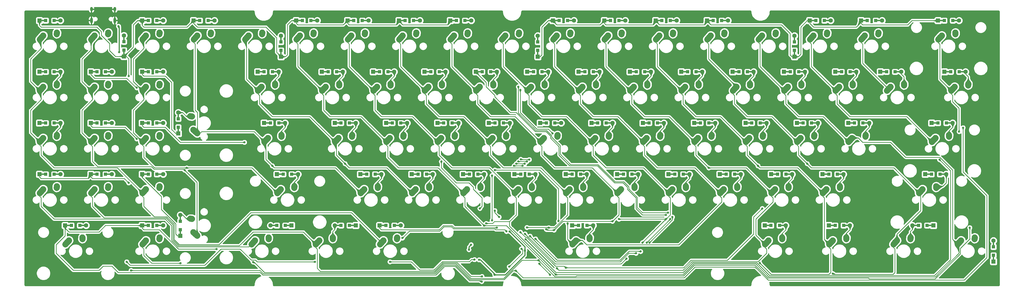
<source format=gtl>
G04 #@! TF.GenerationSoftware,KiCad,Pcbnew,(5.1.4)-1*
G04 #@! TF.CreationDate,2020-07-18T23:48:47-04:00*
G04 #@! TF.ProjectId,southpawpcb,736f7574-6870-4617-9770-63622e6b6963,rev?*
G04 #@! TF.SameCoordinates,Original*
G04 #@! TF.FileFunction,Copper,L1,Top*
G04 #@! TF.FilePolarity,Positive*
%FSLAX46Y46*%
G04 Gerber Fmt 4.6, Leading zero omitted, Abs format (unit mm)*
G04 Created by KiCad (PCBNEW (5.1.4)-1) date 2020-07-18 23:48:47*
%MOMM*%
%LPD*%
G04 APERTURE LIST*
G04 #@! TA.AperFunction,ComponentPad*
%ADD10C,2.250000*%
G04 #@! TD*
G04 #@! TA.AperFunction,Conductor*
%ADD11C,2.250000*%
G04 #@! TD*
G04 #@! TA.AperFunction,ComponentPad*
%ADD12O,1.000000X1.600000*%
G04 #@! TD*
G04 #@! TA.AperFunction,ComponentPad*
%ADD13O,1.000000X2.100000*%
G04 #@! TD*
G04 #@! TA.AperFunction,ComponentPad*
%ADD14C,1.600000*%
G04 #@! TD*
G04 #@! TA.AperFunction,ComponentPad*
%ADD15R,1.600000X1.600000*%
G04 #@! TD*
G04 #@! TA.AperFunction,Conductor*
%ADD16R,2.500000X0.500000*%
G04 #@! TD*
G04 #@! TA.AperFunction,SMDPad,CuDef*
%ADD17R,1.200000X1.200000*%
G04 #@! TD*
G04 #@! TA.AperFunction,Conductor*
%ADD18R,0.500000X2.500000*%
G04 #@! TD*
G04 #@! TA.AperFunction,ViaPad*
%ADD19C,0.800000*%
G04 #@! TD*
G04 #@! TA.AperFunction,Conductor*
%ADD20C,0.254000*%
G04 #@! TD*
G04 #@! TA.AperFunction,Conductor*
%ADD21C,0.381000*%
G04 #@! TD*
G04 #@! TA.AperFunction,Conductor*
%ADD22C,0.025400*%
G04 #@! TD*
G04 APERTURE END LIST*
D10*
G04 #@! TO.P,K44,2*
G04 #@! TO.N,Net-(D44-Pad2)*
X154201000Y49264000D03*
D11*
G04 #@! TD*
G04 #@! TO.N,Net-(D44-Pad2)*
G04 #@! TO.C,K44*
X154181000Y48974000D02*
X154221000Y49554000D01*
D10*
G04 #@! TO.P,K44,2*
G04 #@! TO.N,Net-(D44-Pad2)*
X154221000Y49554000D03*
G04 #@! TO.P,K44,1*
G04 #@! TO.N,col7*
X148526001Y47744000D03*
D11*
G04 #@! TD*
G04 #@! TO.N,col7*
G04 #@! TO.C,K44*
X147871000Y47014000D02*
X149181002Y48474000D01*
D10*
G04 #@! TO.P,K44,1*
G04 #@! TO.N,col7*
X149181000Y48474000D03*
G04 #@! TD*
G04 #@! TO.P,K71,1*
G04 #@! TO.N,col7*
X61075000Y10374000D03*
X60420001Y9644000D03*
D11*
G04 #@! TD*
G04 #@! TO.N,col7*
G04 #@! TO.C,K71*
X59765000Y8914000D02*
X61075002Y10374000D01*
D10*
G04 #@! TO.P,K71,2*
G04 #@! TO.N,Net-(D71-Pad2)*
X66115000Y11454000D03*
X66095000Y11164000D03*
D11*
G04 #@! TD*
G04 #@! TO.N,Net-(D71-Pad2)*
G04 #@! TO.C,K71*
X66075000Y10874000D02*
X66115000Y11454000D01*
D10*
G04 #@! TO.P,K2,2*
G04 #@! TO.N,Net-(D2-Pad2)*
X6564200Y87364000D03*
D11*
G04 #@! TD*
G04 #@! TO.N,Net-(D2-Pad2)*
G04 #@! TO.C,K2*
X6544200Y87074000D02*
X6584200Y87654000D01*
D10*
G04 #@! TO.P,K2,2*
G04 #@! TO.N,Net-(D2-Pad2)*
X6584200Y87654000D03*
G04 #@! TO.P,K2,1*
G04 #@! TO.N,col1*
X889201Y85844000D03*
D11*
G04 #@! TD*
G04 #@! TO.N,col1*
G04 #@! TO.C,K2*
X234200Y85114000D02*
X1544202Y86574000D01*
D10*
G04 #@! TO.P,K2,1*
G04 #@! TO.N,col1*
X1544200Y86574000D03*
G04 #@! TD*
D12*
G04 #@! TO.P,USB1,13*
G04 #@! TO.N,GND*
X9019000Y96333000D03*
X379000Y96333000D03*
D13*
X9019000Y92153000D03*
X379000Y92153000D03*
G04 #@! TD*
D10*
G04 #@! TO.P,K46,1*
G04 #@! TO.N,col0*
X187281000Y48474000D03*
X186626001Y47744000D03*
D11*
G04 #@! TD*
G04 #@! TO.N,col0*
G04 #@! TO.C,K46*
X185971000Y47014000D02*
X187281002Y48474000D01*
D10*
G04 #@! TO.P,K46,2*
G04 #@! TO.N,Net-(D46-Pad2)*
X192321000Y49554000D03*
X192301000Y49264000D03*
D11*
G04 #@! TD*
G04 #@! TO.N,Net-(D46-Pad2)*
G04 #@! TO.C,K46*
X192281000Y48974000D02*
X192321000Y49554000D01*
D14*
G04 #@! TO.P,D7,2*
G04 #@! TO.N,Net-(D7-Pad2)*
X103194000Y92099000D03*
D15*
G04 #@! TO.P,D7,1*
G04 #@! TO.N,row0*
X95394000Y92099000D03*
D16*
G04 #@! TD*
G04 #@! TO.N,Net-(D7-Pad2)*
G04 #@! TO.C,D7*
X101994000Y92099000D03*
D17*
G04 #@! TO.P,D7,2*
G04 #@! TO.N,Net-(D7-Pad2)*
X100869000Y92099000D03*
G04 #@! TO.P,D7,1*
G04 #@! TO.N,row0*
X97719000Y92099000D03*
D16*
G04 #@! TD*
G04 #@! TO.N,row0*
G04 #@! TO.C,D7*
X96594000Y92099000D03*
D10*
G04 #@! TO.P,K65,1*
G04 #@! TO.N,col1*
X234907000Y29424000D03*
X234252001Y28694000D03*
D11*
G04 #@! TD*
G04 #@! TO.N,col1*
G04 #@! TO.C,K65*
X233597000Y27964000D02*
X234907002Y29424000D01*
D10*
G04 #@! TO.P,K65,2*
G04 #@! TO.N,Net-(D65-Pad2)*
X239947000Y30504000D03*
X239927000Y30214000D03*
D11*
G04 #@! TD*
G04 #@! TO.N,Net-(D65-Pad2)*
G04 #@! TO.C,K65*
X239907000Y29924000D02*
X239947000Y30504000D01*
D16*
G04 #@! TO.N,row5*
G04 #@! TO.C,D48*
X225181000Y53999000D03*
D17*
G04 #@! TD*
G04 #@! TO.P,D48,1*
G04 #@! TO.N,row5*
X226306000Y53999000D03*
G04 #@! TO.P,D48,2*
G04 #@! TO.N,Net-(D48-Pad2)*
X229456000Y53999000D03*
D16*
G04 #@! TD*
G04 #@! TO.N,Net-(D48-Pad2)*
G04 #@! TO.C,D48*
X230581000Y53999000D03*
D15*
G04 #@! TO.P,D48,1*
G04 #@! TO.N,row5*
X223981000Y53999000D03*
D14*
G04 #@! TO.P,D48,2*
G04 #@! TO.N,Net-(D48-Pad2)*
X231781000Y53999000D03*
G04 #@! TD*
D10*
G04 #@! TO.P,K69,1*
G04 #@! TO.N,col5*
X-7980800Y10374000D03*
X-8635799Y9644000D03*
D11*
G04 #@! TD*
G04 #@! TO.N,col5*
G04 #@! TO.C,K69*
X-9290800Y8914000D02*
X-7980798Y10374000D01*
D10*
G04 #@! TO.P,K69,2*
G04 #@! TO.N,Net-(D69-Pad2)*
X-2940800Y11454000D03*
X-2960800Y11164000D03*
D11*
G04 #@! TD*
G04 #@! TO.N,Net-(D69-Pad2)*
G04 #@! TO.C,K69*
X-2980800Y10874000D02*
X-2940800Y11454000D01*
D10*
G04 #@! TO.P,K77,1*
G04 #@! TO.N,col4*
X299200000Y10374000D03*
X298545001Y9644000D03*
D11*
G04 #@! TD*
G04 #@! TO.N,col4*
G04 #@! TO.C,K77*
X297890000Y8914000D02*
X299200002Y10374000D01*
D10*
G04 #@! TO.P,K77,2*
G04 #@! TO.N,Net-(D77-Pad2)*
X304240000Y11454000D03*
X304220000Y11164000D03*
D11*
G04 #@! TD*
G04 #@! TO.N,Net-(D77-Pad2)*
G04 #@! TO.C,K77*
X304200000Y10874000D02*
X304240000Y11454000D01*
D14*
G04 #@! TO.P,D72,2*
G04 #@! TO.N,Net-(D72-Pad2)*
X90631000Y15899000D03*
D15*
G04 #@! TO.P,D72,1*
G04 #@! TO.N,row7*
X98431000Y15899000D03*
D16*
G04 #@! TD*
G04 #@! TO.N,Net-(D72-Pad2)*
G04 #@! TO.C,D72*
X91831000Y15899000D03*
D17*
G04 #@! TO.P,D72,2*
G04 #@! TO.N,Net-(D72-Pad2)*
X92956000Y15899000D03*
G04 #@! TO.P,D72,1*
G04 #@! TO.N,row7*
X96106000Y15899000D03*
D16*
G04 #@! TD*
G04 #@! TO.N,row7*
G04 #@! TO.C,D72*
X97231000Y15899000D03*
D10*
G04 #@! TO.P,K59,2*
G04 #@! TO.N,Net-(D59-Pad2)*
X125627000Y30214000D03*
D11*
G04 #@! TD*
G04 #@! TO.N,Net-(D59-Pad2)*
G04 #@! TO.C,K59*
X125607000Y29924000D02*
X125647000Y30504000D01*
D10*
G04 #@! TO.P,K59,2*
G04 #@! TO.N,Net-(D59-Pad2)*
X125647000Y30504000D03*
G04 #@! TO.P,K59,1*
G04 #@! TO.N,col4*
X119952001Y28694000D03*
D11*
G04 #@! TD*
G04 #@! TO.N,col4*
G04 #@! TO.C,K59*
X119297000Y27964000D02*
X120607002Y29424000D01*
D10*
G04 #@! TO.P,K59,1*
G04 #@! TO.N,col4*
X120607000Y29424000D03*
G04 #@! TD*
D14*
G04 #@! TO.P,D39,2*
G04 #@! TO.N,Net-(D39-Pad2)*
X26994200Y53999000D03*
D15*
G04 #@! TO.P,D39,1*
G04 #@! TO.N,row4*
X19194200Y53999000D03*
D16*
G04 #@! TD*
G04 #@! TO.N,Net-(D39-Pad2)*
G04 #@! TO.C,D39*
X25794200Y53999000D03*
D17*
G04 #@! TO.P,D39,2*
G04 #@! TO.N,Net-(D39-Pad2)*
X24669200Y53999000D03*
G04 #@! TO.P,D39,1*
G04 #@! TO.N,row4*
X21519200Y53999000D03*
D16*
G04 #@! TD*
G04 #@! TO.N,row4*
G04 #@! TO.C,D39*
X20394200Y53999000D03*
D10*
G04 #@! TO.P,K25,2*
G04 #@! TO.N,Net-(D25-Pad2)*
X111339000Y68314000D03*
D11*
G04 #@! TD*
G04 #@! TO.N,Net-(D25-Pad2)*
G04 #@! TO.C,K25*
X111319000Y68024000D02*
X111359000Y68604000D01*
D10*
G04 #@! TO.P,K25,2*
G04 #@! TO.N,Net-(D25-Pad2)*
X111359000Y68604000D03*
G04 #@! TO.P,K25,1*
G04 #@! TO.N,col6*
X105664001Y66794000D03*
D11*
G04 #@! TD*
G04 #@! TO.N,col6*
G04 #@! TO.C,K25*
X105009000Y66064000D02*
X106319002Y67524000D01*
D10*
G04 #@! TO.P,K25,1*
G04 #@! TO.N,col6*
X106319000Y67524000D03*
G04 #@! TD*
G04 #@! TO.P,K8,1*
G04 #@! TO.N,col7*
X115844000Y86574000D03*
X115189001Y85844000D03*
D11*
G04 #@! TD*
G04 #@! TO.N,col7*
G04 #@! TO.C,K8*
X114534000Y85114000D02*
X115844002Y86574000D01*
D10*
G04 #@! TO.P,K8,2*
G04 #@! TO.N,Net-(D8-Pad2)*
X120884000Y87654000D03*
X120864000Y87364000D03*
D11*
G04 #@! TD*
G04 #@! TO.N,Net-(D8-Pad2)*
G04 #@! TO.C,K8*
X120844000Y87074000D02*
X120884000Y87654000D01*
D18*
G04 #@! TO.N,row0*
G04 #@! TO.C,D2*
X12446000Y79977000D03*
D17*
G04 #@! TD*
G04 #@! TO.P,D2,1*
G04 #@! TO.N,row0*
X12446000Y81102000D03*
G04 #@! TO.P,D2,2*
G04 #@! TO.N,Net-(D2-Pad2)*
X12446000Y84252000D03*
D18*
G04 #@! TD*
G04 #@! TO.N,Net-(D2-Pad2)*
G04 #@! TO.C,D2*
X12446000Y85377000D03*
D15*
G04 #@! TO.P,D2,1*
G04 #@! TO.N,row0*
X12446000Y78777000D03*
D14*
G04 #@! TO.P,D2,2*
G04 #@! TO.N,Net-(D2-Pad2)*
X12446000Y86577000D03*
G04 #@! TD*
D16*
G04 #@! TO.N,row5*
G04 #@! TO.C,D50*
X263281000Y53999000D03*
D17*
G04 #@! TD*
G04 #@! TO.P,D50,1*
G04 #@! TO.N,row5*
X264406000Y53999000D03*
G04 #@! TO.P,D50,2*
G04 #@! TO.N,Net-(D50-Pad2)*
X267556000Y53999000D03*
D16*
G04 #@! TD*
G04 #@! TO.N,Net-(D50-Pad2)*
G04 #@! TO.C,D50*
X268681000Y53999000D03*
D15*
G04 #@! TO.P,D50,1*
G04 #@! TO.N,row5*
X262081000Y53999000D03*
D14*
G04 #@! TO.P,D50,2*
G04 #@! TO.N,Net-(D50-Pad2)*
X269881000Y53999000D03*
G04 #@! TD*
D10*
G04 #@! TO.P,K28,1*
G04 #@! TO.N,col0*
X163469000Y67524000D03*
X162814001Y66794000D03*
D11*
G04 #@! TD*
G04 #@! TO.N,col0*
G04 #@! TO.C,K28*
X162159000Y66064000D02*
X163469002Y67524000D01*
D10*
G04 #@! TO.P,K28,2*
G04 #@! TO.N,Net-(D28-Pad2)*
X168509000Y68604000D03*
X168489000Y68314000D03*
D11*
G04 #@! TD*
G04 #@! TO.N,Net-(D28-Pad2)*
G04 #@! TO.C,K28*
X168469000Y68024000D02*
X168509000Y68604000D01*
D14*
G04 #@! TO.P,D21,2*
G04 #@! TO.N,Net-(D21-Pad2)*
X26994200Y73049000D03*
D15*
G04 #@! TO.P,D21,1*
G04 #@! TO.N,row2*
X19194200Y73049000D03*
D16*
G04 #@! TD*
G04 #@! TO.N,Net-(D21-Pad2)*
G04 #@! TO.C,D21*
X25794200Y73049000D03*
D17*
G04 #@! TO.P,D21,2*
G04 #@! TO.N,Net-(D21-Pad2)*
X24669200Y73049000D03*
G04 #@! TO.P,D21,1*
G04 #@! TO.N,row2*
X21519200Y73049000D03*
D16*
G04 #@! TD*
G04 #@! TO.N,row2*
G04 #@! TO.C,D21*
X20394200Y73049000D03*
G04 #@! TO.N,row5*
G04 #@! TO.C,D53*
X-17705800Y34949000D03*
D17*
G04 #@! TD*
G04 #@! TO.P,D53,1*
G04 #@! TO.N,row5*
X-16580800Y34949000D03*
G04 #@! TO.P,D53,2*
G04 #@! TO.N,Net-(D53-Pad2)*
X-13430800Y34949000D03*
D16*
G04 #@! TD*
G04 #@! TO.N,Net-(D53-Pad2)*
G04 #@! TO.C,D53*
X-12305800Y34949000D03*
D15*
G04 #@! TO.P,D53,1*
G04 #@! TO.N,row5*
X-18905800Y34949000D03*
D14*
G04 #@! TO.P,D53,2*
G04 #@! TO.N,Net-(D53-Pad2)*
X-11105800Y34949000D03*
G04 #@! TD*
D16*
G04 #@! TO.N,row2*
G04 #@! TO.C,D26*
X125169000Y73049000D03*
D17*
G04 #@! TD*
G04 #@! TO.P,D26,1*
G04 #@! TO.N,row2*
X126294000Y73049000D03*
G04 #@! TO.P,D26,2*
G04 #@! TO.N,Net-(D26-Pad2)*
X129444000Y73049000D03*
D16*
G04 #@! TD*
G04 #@! TO.N,Net-(D26-Pad2)*
G04 #@! TO.C,D26*
X130569000Y73049000D03*
D15*
G04 #@! TO.P,D26,1*
G04 #@! TO.N,row2*
X123969000Y73049000D03*
D14*
G04 #@! TO.P,D26,2*
G04 #@! TO.N,Net-(D26-Pad2)*
X131769000Y73049000D03*
G04 #@! TD*
G04 #@! TO.P,D60,2*
G04 #@! TO.N,Net-(D60-Pad2)*
X146057000Y34949000D03*
D15*
G04 #@! TO.P,D60,1*
G04 #@! TO.N,row6*
X138257000Y34949000D03*
D16*
G04 #@! TD*
G04 #@! TO.N,Net-(D60-Pad2)*
G04 #@! TO.C,D60*
X144857000Y34949000D03*
D17*
G04 #@! TO.P,D60,2*
G04 #@! TO.N,Net-(D60-Pad2)*
X143732000Y34949000D03*
G04 #@! TO.P,D60,1*
G04 #@! TO.N,row6*
X140582000Y34949000D03*
D16*
G04 #@! TD*
G04 #@! TO.N,row6*
G04 #@! TO.C,D60*
X139457000Y34949000D03*
G04 #@! TO.N,row4*
G04 #@! TO.C,D42*
X110881000Y53999000D03*
D17*
G04 #@! TD*
G04 #@! TO.P,D42,1*
G04 #@! TO.N,row4*
X112006000Y53999000D03*
G04 #@! TO.P,D42,2*
G04 #@! TO.N,Net-(D42-Pad2)*
X115156000Y53999000D03*
D16*
G04 #@! TD*
G04 #@! TO.N,Net-(D42-Pad2)*
G04 #@! TO.C,D42*
X116281000Y53999000D03*
D15*
G04 #@! TO.P,D42,1*
G04 #@! TO.N,row4*
X109681000Y53999000D03*
D14*
G04 #@! TO.P,D42,2*
G04 #@! TO.N,Net-(D42-Pad2)*
X117481000Y53999000D03*
G04 #@! TD*
D16*
G04 #@! TO.N,row0*
G04 #@! TO.C,D4*
X39444200Y92099000D03*
D17*
G04 #@! TD*
G04 #@! TO.P,D4,1*
G04 #@! TO.N,row0*
X40569200Y92099000D03*
G04 #@! TO.P,D4,2*
G04 #@! TO.N,Net-(D4-Pad2)*
X43719200Y92099000D03*
D16*
G04 #@! TD*
G04 #@! TO.N,Net-(D4-Pad2)*
G04 #@! TO.C,D4*
X44844200Y92099000D03*
D15*
G04 #@! TO.P,D4,1*
G04 #@! TO.N,row0*
X38244200Y92099000D03*
D14*
G04 #@! TO.P,D4,2*
G04 #@! TO.N,Net-(D4-Pad2)*
X46044200Y92099000D03*
G04 #@! TD*
D10*
G04 #@! TO.P,K27,1*
G04 #@! TO.N,col8*
X144419000Y67524000D03*
X143764001Y66794000D03*
D11*
G04 #@! TD*
G04 #@! TO.N,col8*
G04 #@! TO.C,K27*
X143109000Y66064000D02*
X144419002Y67524000D01*
D10*
G04 #@! TO.P,K27,2*
G04 #@! TO.N,Net-(D27-Pad2)*
X149459000Y68604000D03*
X149439000Y68314000D03*
D11*
G04 #@! TD*
G04 #@! TO.N,Net-(D27-Pad2)*
G04 #@! TO.C,K27*
X149419000Y68024000D02*
X149459000Y68604000D01*
D14*
G04 #@! TO.P,D3,2*
G04 #@! TO.N,Net-(D3-Pad2)*
X26994200Y92099000D03*
D15*
G04 #@! TO.P,D3,1*
G04 #@! TO.N,row0*
X19194200Y92099000D03*
D16*
G04 #@! TD*
G04 #@! TO.N,Net-(D3-Pad2)*
G04 #@! TO.C,D3*
X25794200Y92099000D03*
D17*
G04 #@! TO.P,D3,2*
G04 #@! TO.N,Net-(D3-Pad2)*
X24669200Y92099000D03*
G04 #@! TO.P,D3,1*
G04 #@! TO.N,row0*
X21519200Y92099000D03*
D16*
G04 #@! TD*
G04 #@! TO.N,row0*
G04 #@! TO.C,D3*
X20394200Y92099000D03*
D10*
G04 #@! TO.P,K5,1*
G04 #@! TO.N,col4*
X58694000Y86574000D03*
X58039001Y85844000D03*
D11*
G04 #@! TD*
G04 #@! TO.N,col4*
G04 #@! TO.C,K5*
X57384000Y85114000D02*
X58694002Y86574000D01*
D10*
G04 #@! TO.P,K5,2*
G04 #@! TO.N,Net-(D5-Pad2)*
X63734000Y87654000D03*
X63714000Y87364000D03*
D11*
G04 #@! TD*
G04 #@! TO.N,Net-(D5-Pad2)*
G04 #@! TO.C,K5*
X63694000Y87074000D02*
X63734000Y87654000D01*
D10*
G04 #@! TO.P,K64,2*
G04 #@! TO.N,Net-(D64-Pad2)*
X220877000Y30214000D03*
D11*
G04 #@! TD*
G04 #@! TO.N,Net-(D64-Pad2)*
G04 #@! TO.C,K64*
X220857000Y29924000D02*
X220897000Y30504000D01*
D10*
G04 #@! TO.P,K64,2*
G04 #@! TO.N,Net-(D64-Pad2)*
X220897000Y30504000D03*
G04 #@! TO.P,K64,1*
G04 #@! TO.N,col0*
X215202001Y28694000D03*
D11*
G04 #@! TD*
G04 #@! TO.N,col0*
G04 #@! TO.C,K64*
X214547000Y27964000D02*
X215857002Y29424000D01*
D10*
G04 #@! TO.P,K64,1*
G04 #@! TO.N,col0*
X215857000Y29424000D03*
G04 #@! TD*
D14*
G04 #@! TO.P,D25,2*
G04 #@! TO.N,Net-(D25-Pad2)*
X112719000Y73049000D03*
D15*
G04 #@! TO.P,D25,1*
G04 #@! TO.N,row2*
X104919000Y73049000D03*
D16*
G04 #@! TD*
G04 #@! TO.N,Net-(D25-Pad2)*
G04 #@! TO.C,D25*
X111519000Y73049000D03*
D17*
G04 #@! TO.P,D25,2*
G04 #@! TO.N,Net-(D25-Pad2)*
X110394000Y73049000D03*
G04 #@! TO.P,D25,1*
G04 #@! TO.N,row2*
X107244000Y73049000D03*
D16*
G04 #@! TD*
G04 #@! TO.N,row2*
G04 #@! TO.C,D25*
X106119000Y73049000D03*
D10*
G04 #@! TO.P,K70,1*
G04 #@! TO.N,col6*
X20594200Y10374000D03*
X19939201Y9644000D03*
D11*
G04 #@! TD*
G04 #@! TO.N,col6*
G04 #@! TO.C,K70*
X19284200Y8914000D02*
X20594202Y10374000D01*
D10*
G04 #@! TO.P,K70,2*
G04 #@! TO.N,Net-(D70-Pad2)*
X25634200Y11454000D03*
X25614200Y11164000D03*
D11*
G04 #@! TD*
G04 #@! TO.N,Net-(D70-Pad2)*
G04 #@! TO.C,K70*
X25594200Y10874000D02*
X25634200Y11454000D01*
D16*
G04 #@! TO.N,row7*
G04 #@! TO.C,D71*
X73419000Y15899000D03*
D17*
G04 #@! TD*
G04 #@! TO.P,D71,1*
G04 #@! TO.N,row7*
X72294000Y15899000D03*
G04 #@! TO.P,D71,2*
G04 #@! TO.N,Net-(D71-Pad2)*
X69144000Y15899000D03*
D16*
G04 #@! TD*
G04 #@! TO.N,Net-(D71-Pad2)*
G04 #@! TO.C,D71*
X68019000Y15899000D03*
D15*
G04 #@! TO.P,D71,1*
G04 #@! TO.N,row7*
X74619000Y15899000D03*
D14*
G04 #@! TO.P,D71,2*
G04 #@! TO.N,Net-(D71-Pad2)*
X66819000Y15899000D03*
G04 #@! TD*
D10*
G04 #@! TO.P,K68,1*
G04 #@! TO.N,col4*
X308725000Y29424000D03*
X308070001Y28694000D03*
D11*
G04 #@! TD*
G04 #@! TO.N,col4*
G04 #@! TO.C,K68*
X307415000Y27964000D02*
X308725002Y29424000D01*
D10*
G04 #@! TO.P,K68,2*
G04 #@! TO.N,Net-(D68-Pad2)*
X313765000Y30504000D03*
X313745000Y30214000D03*
D11*
G04 #@! TD*
G04 #@! TO.N,Net-(D68-Pad2)*
G04 #@! TO.C,K68*
X313725000Y29924000D02*
X313765000Y30504000D01*
D10*
G04 #@! TO.P,K67,2*
G04 #@! TO.N,Net-(D67-Pad2)*
X278027000Y30214000D03*
D11*
G04 #@! TD*
G04 #@! TO.N,Net-(D67-Pad2)*
G04 #@! TO.C,K67*
X278007000Y29924000D02*
X278047000Y30504000D01*
D10*
G04 #@! TO.P,K67,2*
G04 #@! TO.N,Net-(D67-Pad2)*
X278047000Y30504000D03*
G04 #@! TO.P,K67,1*
G04 #@! TO.N,col3*
X272352001Y28694000D03*
D11*
G04 #@! TD*
G04 #@! TO.N,col3*
G04 #@! TO.C,K67*
X271697000Y27964000D02*
X273007002Y29424000D01*
D10*
G04 #@! TO.P,K67,1*
G04 #@! TO.N,col3*
X273007000Y29424000D03*
G04 #@! TD*
D18*
G04 #@! TO.N,row8*
G04 #@! TO.C,D78*
X335038000Y3674000D03*
D17*
G04 #@! TD*
G04 #@! TO.P,D78,1*
G04 #@! TO.N,row8*
X335038000Y4799000D03*
G04 #@! TO.P,D78,2*
G04 #@! TO.N,Net-(D78-Pad2)*
X335038000Y7949000D03*
D18*
G04 #@! TD*
G04 #@! TO.N,Net-(D78-Pad2)*
G04 #@! TO.C,D78*
X335038000Y9074000D03*
D15*
G04 #@! TO.P,D78,1*
G04 #@! TO.N,row8*
X335038000Y2474000D03*
D14*
G04 #@! TO.P,D78,2*
G04 #@! TO.N,Net-(D78-Pad2)*
X335038000Y10274000D03*
G04 #@! TD*
D16*
G04 #@! TO.N,row8*
G04 #@! TO.C,D77*
X311544000Y15899000D03*
D17*
G04 #@! TD*
G04 #@! TO.P,D77,1*
G04 #@! TO.N,row8*
X310419000Y15899000D03*
G04 #@! TO.P,D77,2*
G04 #@! TO.N,Net-(D77-Pad2)*
X307269000Y15899000D03*
D16*
G04 #@! TD*
G04 #@! TO.N,Net-(D77-Pad2)*
G04 #@! TO.C,D77*
X306144000Y15899000D03*
D15*
G04 #@! TO.P,D77,1*
G04 #@! TO.N,row8*
X312744000Y15899000D03*
D14*
G04 #@! TO.P,D77,2*
G04 #@! TO.N,Net-(D77-Pad2)*
X304944000Y15899000D03*
G04 #@! TD*
G04 #@! TO.P,D45,2*
G04 #@! TO.N,Net-(D45-Pad2)*
X174631000Y53999000D03*
D15*
G04 #@! TO.P,D45,1*
G04 #@! TO.N,row4*
X166831000Y53999000D03*
D16*
G04 #@! TD*
G04 #@! TO.N,Net-(D45-Pad2)*
G04 #@! TO.C,D45*
X173431000Y53999000D03*
D17*
G04 #@! TO.P,D45,2*
G04 #@! TO.N,Net-(D45-Pad2)*
X172306000Y53999000D03*
G04 #@! TO.P,D45,1*
G04 #@! TO.N,row4*
X169156000Y53999000D03*
D16*
G04 #@! TD*
G04 #@! TO.N,row4*
G04 #@! TO.C,D45*
X168031000Y53999000D03*
G04 #@! TO.N,row1*
G04 #@! TO.C,D16*
X268044000Y92099000D03*
D17*
G04 #@! TD*
G04 #@! TO.P,D16,1*
G04 #@! TO.N,row1*
X269169000Y92099000D03*
G04 #@! TO.P,D16,2*
G04 #@! TO.N,Net-(D16-Pad2)*
X272319000Y92099000D03*
D16*
G04 #@! TD*
G04 #@! TO.N,Net-(D16-Pad2)*
G04 #@! TO.C,D16*
X273444000Y92099000D03*
D15*
G04 #@! TO.P,D16,1*
G04 #@! TO.N,row1*
X266844000Y92099000D03*
D14*
G04 #@! TO.P,D16,2*
G04 #@! TO.N,Net-(D16-Pad2)*
X274644000Y92099000D03*
G04 #@! TD*
D10*
G04 #@! TO.P,K26,1*
G04 #@! TO.N,col7*
X125369000Y67524000D03*
X124714001Y66794000D03*
D11*
G04 #@! TD*
G04 #@! TO.N,col7*
G04 #@! TO.C,K26*
X124059000Y66064000D02*
X125369002Y67524000D01*
D10*
G04 #@! TO.P,K26,2*
G04 #@! TO.N,Net-(D26-Pad2)*
X130409000Y68604000D03*
X130389000Y68314000D03*
D11*
G04 #@! TD*
G04 #@! TO.N,Net-(D26-Pad2)*
G04 #@! TO.C,K26*
X130369000Y68024000D02*
X130409000Y68604000D01*
D10*
G04 #@! TO.P,K6,2*
G04 #@! TO.N,Net-(D6-Pad2)*
X82764000Y87364000D03*
D11*
G04 #@! TD*
G04 #@! TO.N,Net-(D6-Pad2)*
G04 #@! TO.C,K6*
X82744000Y87074000D02*
X82784000Y87654000D01*
D10*
G04 #@! TO.P,K6,2*
G04 #@! TO.N,Net-(D6-Pad2)*
X82784000Y87654000D03*
G04 #@! TO.P,K6,1*
G04 #@! TO.N,col5*
X77089001Y85844000D03*
D11*
G04 #@! TD*
G04 #@! TO.N,col5*
G04 #@! TO.C,K6*
X76434000Y85114000D02*
X77744002Y86574000D01*
D10*
G04 #@! TO.P,K6,1*
G04 #@! TO.N,col5*
X77744000Y86574000D03*
G04 #@! TD*
D18*
G04 #@! TO.N,row2*
G04 #@! TO.C,D22*
X32619200Y51299000D03*
D17*
G04 #@! TD*
G04 #@! TO.P,D22,1*
G04 #@! TO.N,row2*
X32619200Y52424000D03*
G04 #@! TO.P,D22,2*
G04 #@! TO.N,Net-(D22-Pad2)*
X32619200Y55574000D03*
D18*
G04 #@! TD*
G04 #@! TO.N,Net-(D22-Pad2)*
G04 #@! TO.C,D22*
X32619200Y56699000D03*
D15*
G04 #@! TO.P,D22,1*
G04 #@! TO.N,row2*
X32619200Y50099000D03*
D14*
G04 #@! TO.P,D22,2*
G04 #@! TO.N,Net-(D22-Pad2)*
X32619200Y57899000D03*
G04 #@! TD*
D18*
G04 #@! TO.N,row1*
G04 #@! TO.C,D10*
X165969000Y79874000D03*
D17*
G04 #@! TD*
G04 #@! TO.P,D10,1*
G04 #@! TO.N,row1*
X165969000Y80999000D03*
G04 #@! TO.P,D10,2*
G04 #@! TO.N,Net-(D10-Pad2)*
X165969000Y84149000D03*
D18*
G04 #@! TD*
G04 #@! TO.N,Net-(D10-Pad2)*
G04 #@! TO.C,D10*
X165969000Y85274000D03*
D15*
G04 #@! TO.P,D10,1*
G04 #@! TO.N,row1*
X165969000Y78674000D03*
D14*
G04 #@! TO.P,D10,2*
G04 #@! TO.N,Net-(D10-Pad2)*
X165969000Y86474000D03*
G04 #@! TD*
D10*
G04 #@! TO.P,K30,2*
G04 #@! TO.N,Net-(D30-Pad2)*
X206589000Y68314000D03*
D11*
G04 #@! TD*
G04 #@! TO.N,Net-(D30-Pad2)*
G04 #@! TO.C,K30*
X206569000Y68024000D02*
X206609000Y68604000D01*
D10*
G04 #@! TO.P,K30,2*
G04 #@! TO.N,Net-(D30-Pad2)*
X206609000Y68604000D03*
G04 #@! TO.P,K30,1*
G04 #@! TO.N,col2*
X200914001Y66794000D03*
D11*
G04 #@! TD*
G04 #@! TO.N,col2*
G04 #@! TO.C,K30*
X200259000Y66064000D02*
X201569002Y67524000D01*
D10*
G04 #@! TO.P,K30,1*
G04 #@! TO.N,col2*
X201569000Y67524000D03*
G04 #@! TD*
D14*
G04 #@! TO.P,D54,2*
G04 #@! TO.N,Net-(D54-Pad2)*
X7944200Y34949000D03*
D15*
G04 #@! TO.P,D54,1*
G04 #@! TO.N,row5*
X144200Y34949000D03*
D16*
G04 #@! TD*
G04 #@! TO.N,Net-(D54-Pad2)*
G04 #@! TO.C,D54*
X6744200Y34949000D03*
D17*
G04 #@! TO.P,D54,2*
G04 #@! TO.N,Net-(D54-Pad2)*
X5619200Y34949000D03*
G04 #@! TO.P,D54,1*
G04 #@! TO.N,row5*
X2469200Y34949000D03*
D16*
G04 #@! TD*
G04 #@! TO.N,row5*
G04 #@! TO.C,D54*
X1344200Y34949000D03*
D14*
G04 #@! TO.P,D19,2*
G04 #@! TO.N,Net-(D19-Pad2)*
X-11105800Y73049000D03*
D15*
G04 #@! TO.P,D19,1*
G04 #@! TO.N,row2*
X-18905800Y73049000D03*
D16*
G04 #@! TD*
G04 #@! TO.N,Net-(D19-Pad2)*
G04 #@! TO.C,D19*
X-12305800Y73049000D03*
D17*
G04 #@! TO.P,D19,2*
G04 #@! TO.N,Net-(D19-Pad2)*
X-13430800Y73049000D03*
G04 #@! TO.P,D19,1*
G04 #@! TO.N,row2*
X-16580800Y73049000D03*
D16*
G04 #@! TD*
G04 #@! TO.N,row2*
G04 #@! TO.C,D19*
X-17705800Y73049000D03*
D10*
G04 #@! TO.P,K35,2*
G04 #@! TO.N,Net-(D35-Pad2)*
X301839000Y68314000D03*
D11*
G04 #@! TD*
G04 #@! TO.N,Net-(D35-Pad2)*
G04 #@! TO.C,K35*
X301819000Y68024000D02*
X301859000Y68604000D01*
D10*
G04 #@! TO.P,K35,2*
G04 #@! TO.N,Net-(D35-Pad2)*
X301859000Y68604000D03*
G04 #@! TO.P,K35,1*
G04 #@! TO.N,col7*
X296164001Y66794000D03*
D11*
G04 #@! TD*
G04 #@! TO.N,col7*
G04 #@! TO.C,K35*
X295509000Y66064000D02*
X296819002Y67524000D01*
D10*
G04 #@! TO.P,K35,1*
G04 #@! TO.N,col7*
X296819000Y67524000D03*
G04 #@! TD*
D14*
G04 #@! TO.P,D57,2*
G04 #@! TO.N,Net-(D57-Pad2)*
X77000000Y34949000D03*
D15*
G04 #@! TO.P,D57,1*
G04 #@! TO.N,row6*
X69200000Y34949000D03*
D16*
G04 #@! TD*
G04 #@! TO.N,Net-(D57-Pad2)*
G04 #@! TO.C,D57*
X75800000Y34949000D03*
D17*
G04 #@! TO.P,D57,2*
G04 #@! TO.N,Net-(D57-Pad2)*
X74675000Y34949000D03*
G04 #@! TO.P,D57,1*
G04 #@! TO.N,row6*
X71525000Y34949000D03*
D16*
G04 #@! TD*
G04 #@! TO.N,row6*
G04 #@! TO.C,D57*
X70400000Y34949000D03*
D10*
G04 #@! TO.P,K31,2*
G04 #@! TO.N,Net-(D31-Pad2)*
X225639000Y68314000D03*
D11*
G04 #@! TD*
G04 #@! TO.N,Net-(D31-Pad2)*
G04 #@! TO.C,K31*
X225619000Y68024000D02*
X225659000Y68604000D01*
D10*
G04 #@! TO.P,K31,2*
G04 #@! TO.N,Net-(D31-Pad2)*
X225659000Y68604000D03*
G04 #@! TO.P,K31,1*
G04 #@! TO.N,col3*
X219964001Y66794000D03*
D11*
G04 #@! TD*
G04 #@! TO.N,col3*
G04 #@! TO.C,K31*
X219309000Y66064000D02*
X220619002Y67524000D01*
D10*
G04 #@! TO.P,K31,1*
G04 #@! TO.N,col3*
X220619000Y67524000D03*
G04 #@! TD*
D14*
G04 #@! TO.P,D47,2*
G04 #@! TO.N,Net-(D47-Pad2)*
X212731000Y53999000D03*
D15*
G04 #@! TO.P,D47,1*
G04 #@! TO.N,row5*
X204931000Y53999000D03*
D16*
G04 #@! TD*
G04 #@! TO.N,Net-(D47-Pad2)*
G04 #@! TO.C,D47*
X211531000Y53999000D03*
D17*
G04 #@! TO.P,D47,2*
G04 #@! TO.N,Net-(D47-Pad2)*
X210406000Y53999000D03*
G04 #@! TO.P,D47,1*
G04 #@! TO.N,row5*
X207256000Y53999000D03*
D16*
G04 #@! TD*
G04 #@! TO.N,row5*
G04 #@! TO.C,D47*
X206131000Y53999000D03*
D14*
G04 #@! TO.P,D15,2*
G04 #@! TO.N,Net-(D15-Pad2)*
X261219000Y86474000D03*
D15*
G04 #@! TO.P,D15,1*
G04 #@! TO.N,row1*
X261219000Y78674000D03*
D18*
G04 #@! TD*
G04 #@! TO.N,Net-(D15-Pad2)*
G04 #@! TO.C,D15*
X261219000Y85274000D03*
D17*
G04 #@! TO.P,D15,2*
G04 #@! TO.N,Net-(D15-Pad2)*
X261219000Y84149000D03*
G04 #@! TO.P,D15,1*
G04 #@! TO.N,row1*
X261219000Y80999000D03*
D18*
G04 #@! TD*
G04 #@! TO.N,row1*
G04 #@! TO.C,D15*
X261219000Y79874000D03*
D16*
G04 #@! TO.N,row7*
G04 #@! TO.C,D67*
X272807000Y34949000D03*
D17*
G04 #@! TD*
G04 #@! TO.P,D67,1*
G04 #@! TO.N,row7*
X273932000Y34949000D03*
G04 #@! TO.P,D67,2*
G04 #@! TO.N,Net-(D67-Pad2)*
X277082000Y34949000D03*
D16*
G04 #@! TD*
G04 #@! TO.N,Net-(D67-Pad2)*
G04 #@! TO.C,D67*
X278207000Y34949000D03*
D15*
G04 #@! TO.P,D67,1*
G04 #@! TO.N,row7*
X271607000Y34949000D03*
D14*
G04 #@! TO.P,D67,2*
G04 #@! TO.N,Net-(D67-Pad2)*
X279407000Y34949000D03*
G04 #@! TD*
D10*
G04 #@! TO.P,K40,1*
G04 #@! TO.N,col3*
X65838000Y48474000D03*
X65183001Y47744000D03*
D11*
G04 #@! TD*
G04 #@! TO.N,col3*
G04 #@! TO.C,K40*
X64528000Y47014000D02*
X65838002Y48474000D01*
D10*
G04 #@! TO.P,K40,2*
G04 #@! TO.N,Net-(D40-Pad2)*
X70878000Y49554000D03*
X70858000Y49264000D03*
D11*
G04 #@! TD*
G04 #@! TO.N,Net-(D40-Pad2)*
G04 #@! TO.C,K40*
X70838000Y48974000D02*
X70878000Y49554000D01*
D10*
G04 #@! TO.P,K63,1*
G04 #@! TO.N,col8*
X196807000Y29424000D03*
X196152001Y28694000D03*
D11*
G04 #@! TD*
G04 #@! TO.N,col8*
G04 #@! TO.C,K63*
X195497000Y27964000D02*
X196807002Y29424000D01*
D10*
G04 #@! TO.P,K63,2*
G04 #@! TO.N,Net-(D63-Pad2)*
X201847000Y30504000D03*
X201827000Y30214000D03*
D11*
G04 #@! TD*
G04 #@! TO.N,Net-(D63-Pad2)*
G04 #@! TO.C,K63*
X201807000Y29924000D02*
X201847000Y30504000D01*
D10*
G04 #@! TO.P,K41,2*
G04 #@! TO.N,Net-(D41-Pad2)*
X97051000Y49264000D03*
D11*
G04 #@! TD*
G04 #@! TO.N,Net-(D41-Pad2)*
G04 #@! TO.C,K41*
X97031000Y48974000D02*
X97071000Y49554000D01*
D10*
G04 #@! TO.P,K41,2*
G04 #@! TO.N,Net-(D41-Pad2)*
X97071000Y49554000D03*
G04 #@! TO.P,K41,1*
G04 #@! TO.N,col4*
X91376001Y47744000D03*
D11*
G04 #@! TD*
G04 #@! TO.N,col4*
G04 #@! TO.C,K41*
X90721000Y47014000D02*
X92031002Y48474000D01*
D10*
G04 #@! TO.P,K41,1*
G04 #@! TO.N,col4*
X92031000Y48474000D03*
G04 #@! TD*
D16*
G04 #@! TO.N,row3*
G04 #@! TO.C,D36*
X318050000Y73049000D03*
D17*
G04 #@! TD*
G04 #@! TO.P,D36,1*
G04 #@! TO.N,row3*
X319175000Y73049000D03*
G04 #@! TO.P,D36,2*
G04 #@! TO.N,Net-(D36-Pad2)*
X322325000Y73049000D03*
D16*
G04 #@! TD*
G04 #@! TO.N,Net-(D36-Pad2)*
G04 #@! TO.C,D36*
X323450000Y73049000D03*
D15*
G04 #@! TO.P,D36,1*
G04 #@! TO.N,row3*
X316850000Y73049000D03*
D14*
G04 #@! TO.P,D36,2*
G04 #@! TO.N,Net-(D36-Pad2)*
X324650000Y73049000D03*
G04 #@! TD*
G04 #@! TO.P,D62,2*
G04 #@! TO.N,Net-(D62-Pad2)*
X184157000Y34949000D03*
D15*
G04 #@! TO.P,D62,1*
G04 #@! TO.N,row6*
X176357000Y34949000D03*
D16*
G04 #@! TD*
G04 #@! TO.N,Net-(D62-Pad2)*
G04 #@! TO.C,D62*
X182957000Y34949000D03*
D17*
G04 #@! TO.P,D62,2*
G04 #@! TO.N,Net-(D62-Pad2)*
X181832000Y34949000D03*
G04 #@! TO.P,D62,1*
G04 #@! TO.N,row6*
X178682000Y34949000D03*
D16*
G04 #@! TD*
G04 #@! TO.N,row6*
G04 #@! TO.C,D62*
X177557000Y34949000D03*
D14*
G04 #@! TO.P,D61,2*
G04 #@! TO.N,Net-(D61-Pad2)*
X165107000Y34949000D03*
D15*
G04 #@! TO.P,D61,1*
G04 #@! TO.N,row6*
X157307000Y34949000D03*
D16*
G04 #@! TD*
G04 #@! TO.N,Net-(D61-Pad2)*
G04 #@! TO.C,D61*
X163907000Y34949000D03*
D17*
G04 #@! TO.P,D61,2*
G04 #@! TO.N,Net-(D61-Pad2)*
X162782000Y34949000D03*
G04 #@! TO.P,D61,1*
G04 #@! TO.N,row6*
X159632000Y34949000D03*
D16*
G04 #@! TD*
G04 #@! TO.N,row6*
G04 #@! TO.C,D61*
X158507000Y34949000D03*
G04 #@! TO.N,row5*
G04 #@! TO.C,D52*
X313288000Y53999000D03*
D17*
G04 #@! TD*
G04 #@! TO.P,D52,1*
G04 #@! TO.N,row5*
X314413000Y53999000D03*
G04 #@! TO.P,D52,2*
G04 #@! TO.N,Net-(D52-Pad2)*
X317563000Y53999000D03*
D16*
G04 #@! TD*
G04 #@! TO.N,Net-(D52-Pad2)*
G04 #@! TO.C,D52*
X318688000Y53999000D03*
D15*
G04 #@! TO.P,D52,1*
G04 #@! TO.N,row5*
X312088000Y53999000D03*
D14*
G04 #@! TO.P,D52,2*
G04 #@! TO.N,Net-(D52-Pad2)*
X319888000Y53999000D03*
G04 #@! TD*
D10*
G04 #@! TO.P,K43,1*
G04 #@! TO.N,col6*
X130131000Y48474000D03*
X129476001Y47744000D03*
D11*
G04 #@! TD*
G04 #@! TO.N,col6*
G04 #@! TO.C,K43*
X128821000Y47014000D02*
X130131002Y48474000D01*
D10*
G04 #@! TO.P,K43,2*
G04 #@! TO.N,Net-(D43-Pad2)*
X135171000Y49554000D03*
X135151000Y49264000D03*
D11*
G04 #@! TD*
G04 #@! TO.N,Net-(D43-Pad2)*
G04 #@! TO.C,K43*
X135131000Y48974000D02*
X135171000Y49554000D01*
D10*
G04 #@! TO.P,K73,2*
G04 #@! TO.N,Net-(D73-Pad2)*
X113720000Y11164000D03*
D11*
G04 #@! TD*
G04 #@! TO.N,Net-(D73-Pad2)*
G04 #@! TO.C,K73*
X113700000Y10874000D02*
X113740000Y11454000D01*
D10*
G04 #@! TO.P,K73,2*
G04 #@! TO.N,Net-(D73-Pad2)*
X113740000Y11454000D03*
G04 #@! TO.P,K73,1*
G04 #@! TO.N,col0*
X108045001Y9644000D03*
D11*
G04 #@! TD*
G04 #@! TO.N,col0*
G04 #@! TO.C,K73*
X107390000Y8914000D02*
X108700002Y10374000D01*
D10*
G04 #@! TO.P,K73,1*
G04 #@! TO.N,col0*
X108700000Y10374000D03*
G04 #@! TD*
D14*
G04 #@! TO.P,D37,2*
G04 #@! TO.N,Net-(D37-Pad2)*
X-11105800Y53999000D03*
D15*
G04 #@! TO.P,D37,1*
G04 #@! TO.N,row4*
X-18905800Y53999000D03*
D16*
G04 #@! TD*
G04 #@! TO.N,Net-(D37-Pad2)*
G04 #@! TO.C,D37*
X-12305800Y53999000D03*
D17*
G04 #@! TO.P,D37,2*
G04 #@! TO.N,Net-(D37-Pad2)*
X-13430800Y53999000D03*
G04 #@! TO.P,D37,1*
G04 #@! TO.N,row4*
X-16580800Y53999000D03*
D16*
G04 #@! TD*
G04 #@! TO.N,row4*
G04 #@! TO.C,D37*
X-17705800Y53999000D03*
D10*
G04 #@! TO.P,K49,1*
G04 #@! TO.N,col3*
X244431000Y48474000D03*
X243776001Y47744000D03*
D11*
G04 #@! TD*
G04 #@! TO.N,col3*
G04 #@! TO.C,K49*
X243121000Y47014000D02*
X244431002Y48474000D01*
D10*
G04 #@! TO.P,K49,2*
G04 #@! TO.N,Net-(D49-Pad2)*
X249471000Y49554000D03*
X249451000Y49264000D03*
D11*
G04 #@! TD*
G04 #@! TO.N,Net-(D49-Pad2)*
G04 #@! TO.C,K49*
X249431000Y48974000D02*
X249471000Y49554000D01*
D10*
G04 #@! TO.P,K72,2*
G04 #@! TO.N,Net-(D72-Pad2)*
X89908000Y11164000D03*
D11*
G04 #@! TD*
G04 #@! TO.N,Net-(D72-Pad2)*
G04 #@! TO.C,K72*
X89888000Y10874000D02*
X89928000Y11454000D01*
D10*
G04 #@! TO.P,K72,2*
G04 #@! TO.N,Net-(D72-Pad2)*
X89928000Y11454000D03*
G04 #@! TO.P,K72,1*
G04 #@! TO.N,col8*
X84233001Y9644000D03*
D11*
G04 #@! TD*
G04 #@! TO.N,col8*
G04 #@! TO.C,K72*
X83578000Y8914000D02*
X84888002Y10374000D01*
D10*
G04 #@! TO.P,K72,1*
G04 #@! TO.N,col8*
X84888000Y10374000D03*
G04 #@! TD*
D14*
G04 #@! TO.P,D65,2*
G04 #@! TO.N,Net-(D65-Pad2)*
X241307000Y34949000D03*
D15*
G04 #@! TO.P,D65,1*
G04 #@! TO.N,row7*
X233507000Y34949000D03*
D16*
G04 #@! TD*
G04 #@! TO.N,Net-(D65-Pad2)*
G04 #@! TO.C,D65*
X240107000Y34949000D03*
D17*
G04 #@! TO.P,D65,2*
G04 #@! TO.N,Net-(D65-Pad2)*
X238982000Y34949000D03*
G04 #@! TO.P,D65,1*
G04 #@! TO.N,row7*
X235832000Y34949000D03*
D16*
G04 #@! TD*
G04 #@! TO.N,row7*
G04 #@! TO.C,D65*
X234707000Y34949000D03*
D10*
G04 #@! TO.P,K15,1*
G04 #@! TO.N,col5*
X249194000Y86574000D03*
X248539001Y85844000D03*
D11*
G04 #@! TD*
G04 #@! TO.N,col5*
G04 #@! TO.C,K15*
X247884000Y85114000D02*
X249194002Y86574000D01*
D10*
G04 #@! TO.P,K15,2*
G04 #@! TO.N,Net-(D15-Pad2)*
X254234000Y87654000D03*
X254214000Y87364000D03*
D11*
G04 #@! TD*
G04 #@! TO.N,Net-(D15-Pad2)*
G04 #@! TO.C,K15*
X254194000Y87074000D02*
X254234000Y87654000D01*
D14*
G04 #@! TO.P,D14,2*
G04 #@! TO.N,Net-(D14-Pad2)*
X236544000Y92099000D03*
D15*
G04 #@! TO.P,D14,1*
G04 #@! TO.N,row1*
X228744000Y92099000D03*
D16*
G04 #@! TD*
G04 #@! TO.N,Net-(D14-Pad2)*
G04 #@! TO.C,D14*
X235344000Y92099000D03*
D17*
G04 #@! TO.P,D14,2*
G04 #@! TO.N,Net-(D14-Pad2)*
X234219000Y92099000D03*
G04 #@! TO.P,D14,1*
G04 #@! TO.N,row1*
X231069000Y92099000D03*
D16*
G04 #@! TD*
G04 #@! TO.N,row1*
G04 #@! TO.C,D14*
X229944000Y92099000D03*
D14*
G04 #@! TO.P,D68,2*
G04 #@! TO.N,Net-(D68-Pad2)*
X317507000Y34949000D03*
D15*
G04 #@! TO.P,D68,1*
G04 #@! TO.N,row7*
X309707000Y34949000D03*
D16*
G04 #@! TD*
G04 #@! TO.N,Net-(D68-Pad2)*
G04 #@! TO.C,D68*
X316307000Y34949000D03*
D17*
G04 #@! TO.P,D68,2*
G04 #@! TO.N,Net-(D68-Pad2)*
X315182000Y34949000D03*
G04 #@! TO.P,D68,1*
G04 #@! TO.N,row7*
X312032000Y34949000D03*
D16*
G04 #@! TD*
G04 #@! TO.N,row7*
G04 #@! TO.C,D68*
X310907000Y34949000D03*
G04 #@! TO.N,row1*
G04 #@! TO.C,D18*
X315669000Y92099000D03*
D17*
G04 #@! TD*
G04 #@! TO.P,D18,1*
G04 #@! TO.N,row1*
X316794000Y92099000D03*
G04 #@! TO.P,D18,2*
G04 #@! TO.N,Net-(D18-Pad2)*
X319944000Y92099000D03*
D16*
G04 #@! TD*
G04 #@! TO.N,Net-(D18-Pad2)*
G04 #@! TO.C,D18*
X321069000Y92099000D03*
D15*
G04 #@! TO.P,D18,1*
G04 #@! TO.N,row1*
X314469000Y92099000D03*
D14*
G04 #@! TO.P,D18,2*
G04 #@! TO.N,Net-(D18-Pad2)*
X322269000Y92099000D03*
G04 #@! TD*
D16*
G04 #@! TO.N,row4*
G04 #@! TO.C,D38*
X1344200Y53999000D03*
D17*
G04 #@! TD*
G04 #@! TO.P,D38,1*
G04 #@! TO.N,row4*
X2469200Y53999000D03*
G04 #@! TO.P,D38,2*
G04 #@! TO.N,Net-(D38-Pad2)*
X5619200Y53999000D03*
D16*
G04 #@! TD*
G04 #@! TO.N,Net-(D38-Pad2)*
G04 #@! TO.C,D38*
X6744200Y53999000D03*
D15*
G04 #@! TO.P,D38,1*
G04 #@! TO.N,row4*
X144200Y53999000D03*
D14*
G04 #@! TO.P,D38,2*
G04 #@! TO.N,Net-(D38-Pad2)*
X7944200Y53999000D03*
G04 #@! TD*
D16*
G04 #@! TO.N,row1*
G04 #@! TO.C,D12*
X191844000Y92099000D03*
D17*
G04 #@! TD*
G04 #@! TO.P,D12,1*
G04 #@! TO.N,row1*
X192969000Y92099000D03*
G04 #@! TO.P,D12,2*
G04 #@! TO.N,Net-(D12-Pad2)*
X196119000Y92099000D03*
D16*
G04 #@! TD*
G04 #@! TO.N,Net-(D12-Pad2)*
G04 #@! TO.C,D12*
X197244000Y92099000D03*
D15*
G04 #@! TO.P,D12,1*
G04 #@! TO.N,row1*
X190644000Y92099000D03*
D14*
G04 #@! TO.P,D12,2*
G04 #@! TO.N,Net-(D12-Pad2)*
X198444000Y92099000D03*
G04 #@! TD*
D10*
G04 #@! TO.P,K22,2*
G04 #@! TO.N,Net-(D22-Pad2)*
X37354200Y56519000D03*
D11*
G04 #@! TD*
G04 #@! TO.N,Net-(D22-Pad2)*
G04 #@! TO.C,K22*
X37644200Y56499000D02*
X37064200Y56539000D01*
D10*
G04 #@! TO.P,K22,2*
G04 #@! TO.N,Net-(D22-Pad2)*
X37064200Y56539000D03*
G04 #@! TO.P,K22,1*
G04 #@! TO.N,col3*
X38874200Y50844001D03*
D11*
G04 #@! TD*
G04 #@! TO.N,col3*
G04 #@! TO.C,K22*
X39604200Y50189000D02*
X38144200Y51499002D01*
D10*
G04 #@! TO.P,K22,1*
G04 #@! TO.N,col3*
X38144200Y51499000D03*
G04 #@! TD*
D16*
G04 #@! TO.N,row6*
G04 #@! TO.C,D58*
X101357000Y34949000D03*
D17*
G04 #@! TD*
G04 #@! TO.P,D58,1*
G04 #@! TO.N,row6*
X102482000Y34949000D03*
G04 #@! TO.P,D58,2*
G04 #@! TO.N,Net-(D58-Pad2)*
X105632000Y34949000D03*
D16*
G04 #@! TD*
G04 #@! TO.N,Net-(D58-Pad2)*
G04 #@! TO.C,D58*
X106757000Y34949000D03*
D15*
G04 #@! TO.P,D58,1*
G04 #@! TO.N,row6*
X100157000Y34949000D03*
D14*
G04 #@! TO.P,D58,2*
G04 #@! TO.N,Net-(D58-Pad2)*
X107957000Y34949000D03*
G04 #@! TD*
D16*
G04 #@! TO.N,row3*
G04 #@! TO.C,D34*
X277569000Y73049000D03*
D17*
G04 #@! TD*
G04 #@! TO.P,D34,1*
G04 #@! TO.N,row3*
X278694000Y73049000D03*
G04 #@! TO.P,D34,2*
G04 #@! TO.N,Net-(D34-Pad2)*
X281844000Y73049000D03*
D16*
G04 #@! TD*
G04 #@! TO.N,Net-(D34-Pad2)*
G04 #@! TO.C,D34*
X282969000Y73049000D03*
D15*
G04 #@! TO.P,D34,1*
G04 #@! TO.N,row3*
X276369000Y73049000D03*
D14*
G04 #@! TO.P,D34,2*
G04 #@! TO.N,Net-(D34-Pad2)*
X284169000Y73049000D03*
G04 #@! TD*
D16*
G04 #@! TO.N,row2*
G04 #@! TO.C,D20*
X1344200Y73049000D03*
D17*
G04 #@! TD*
G04 #@! TO.P,D20,1*
G04 #@! TO.N,row2*
X2469200Y73049000D03*
G04 #@! TO.P,D20,2*
G04 #@! TO.N,Net-(D20-Pad2)*
X5619200Y73049000D03*
D16*
G04 #@! TD*
G04 #@! TO.N,Net-(D20-Pad2)*
G04 #@! TO.C,D20*
X6744200Y73049000D03*
D15*
G04 #@! TO.P,D20,1*
G04 #@! TO.N,row2*
X144200Y73049000D03*
D14*
G04 #@! TO.P,D20,2*
G04 #@! TO.N,Net-(D20-Pad2)*
X7944200Y73049000D03*
G04 #@! TD*
G04 #@! TO.P,D69,2*
G04 #@! TO.N,Net-(D69-Pad2)*
X-1580800Y15899000D03*
D15*
G04 #@! TO.P,D69,1*
G04 #@! TO.N,row7*
X-9380800Y15899000D03*
D16*
G04 #@! TD*
G04 #@! TO.N,Net-(D69-Pad2)*
G04 #@! TO.C,D69*
X-2780800Y15899000D03*
D17*
G04 #@! TO.P,D69,2*
G04 #@! TO.N,Net-(D69-Pad2)*
X-3905800Y15899000D03*
G04 #@! TO.P,D69,1*
G04 #@! TO.N,row7*
X-7055800Y15899000D03*
D16*
G04 #@! TD*
G04 #@! TO.N,row7*
G04 #@! TO.C,D69*
X-8180800Y15899000D03*
D10*
G04 #@! TO.P,K16,2*
G04 #@! TO.N,Net-(D16-Pad2)*
X273264000Y87364000D03*
D11*
G04 #@! TD*
G04 #@! TO.N,Net-(D16-Pad2)*
G04 #@! TO.C,K16*
X273244000Y87074000D02*
X273284000Y87654000D01*
D10*
G04 #@! TO.P,K16,2*
G04 #@! TO.N,Net-(D16-Pad2)*
X273284000Y87654000D03*
G04 #@! TO.P,K16,1*
G04 #@! TO.N,col6*
X267589001Y85844000D03*
D11*
G04 #@! TD*
G04 #@! TO.N,col6*
G04 #@! TO.C,K16*
X266934000Y85114000D02*
X268244002Y86574000D01*
D10*
G04 #@! TO.P,K16,1*
G04 #@! TO.N,col6*
X268244000Y86574000D03*
G04 #@! TD*
G04 #@! TO.P,K37,2*
G04 #@! TO.N,Net-(D37-Pad2)*
X-12485800Y49264000D03*
D11*
G04 #@! TD*
G04 #@! TO.N,Net-(D37-Pad2)*
G04 #@! TO.C,K37*
X-12505800Y48974000D02*
X-12465800Y49554000D01*
D10*
G04 #@! TO.P,K37,2*
G04 #@! TO.N,Net-(D37-Pad2)*
X-12465800Y49554000D03*
G04 #@! TO.P,K37,1*
G04 #@! TO.N,col0*
X-18160799Y47744000D03*
D11*
G04 #@! TD*
G04 #@! TO.N,col0*
G04 #@! TO.C,K37*
X-18815800Y47014000D02*
X-17505798Y48474000D01*
D10*
G04 #@! TO.P,K37,1*
G04 #@! TO.N,col0*
X-17505800Y48474000D03*
G04 #@! TD*
G04 #@! TO.P,K36,2*
G04 #@! TO.N,Net-(D36-Pad2)*
X325651000Y68314000D03*
D11*
G04 #@! TD*
G04 #@! TO.N,Net-(D36-Pad2)*
G04 #@! TO.C,K36*
X325631000Y68024000D02*
X325671000Y68604000D01*
D10*
G04 #@! TO.P,K36,2*
G04 #@! TO.N,Net-(D36-Pad2)*
X325671000Y68604000D03*
G04 #@! TO.P,K36,1*
G04 #@! TO.N,col8*
X319976001Y66794000D03*
D11*
G04 #@! TD*
G04 #@! TO.N,col8*
G04 #@! TO.C,K36*
X319321000Y66064000D02*
X320631002Y67524000D01*
D10*
G04 #@! TO.P,K36,1*
G04 #@! TO.N,col8*
X320631000Y67524000D03*
G04 #@! TD*
G04 #@! TO.P,K9,1*
G04 #@! TO.N,col8*
X134894000Y86574000D03*
X134239001Y85844000D03*
D11*
G04 #@! TD*
G04 #@! TO.N,col8*
G04 #@! TO.C,K9*
X133584000Y85114000D02*
X134894002Y86574000D01*
D10*
G04 #@! TO.P,K9,2*
G04 #@! TO.N,Net-(D9-Pad2)*
X139934000Y87654000D03*
X139914000Y87364000D03*
D11*
G04 #@! TD*
G04 #@! TO.N,Net-(D9-Pad2)*
G04 #@! TO.C,K9*
X139894000Y87074000D02*
X139934000Y87654000D01*
D10*
G04 #@! TO.P,K54,1*
G04 #@! TO.N,col8*
X1544200Y29424000D03*
X889201Y28694000D03*
D11*
G04 #@! TD*
G04 #@! TO.N,col8*
G04 #@! TO.C,K54*
X234200Y27964000D02*
X1544202Y29424000D01*
D10*
G04 #@! TO.P,K54,2*
G04 #@! TO.N,Net-(D54-Pad2)*
X6584200Y30504000D03*
X6564200Y30214000D03*
D11*
G04 #@! TD*
G04 #@! TO.N,Net-(D54-Pad2)*
G04 #@! TO.C,K54*
X6544200Y29924000D02*
X6584200Y30504000D01*
D10*
G04 #@! TO.P,K57,1*
G04 #@! TO.N,col2*
X70600000Y29424000D03*
X69945001Y28694000D03*
D11*
G04 #@! TD*
G04 #@! TO.N,col2*
G04 #@! TO.C,K57*
X69290000Y27964000D02*
X70600002Y29424000D01*
D10*
G04 #@! TO.P,K57,2*
G04 #@! TO.N,Net-(D57-Pad2)*
X75640000Y30504000D03*
X75620000Y30214000D03*
D11*
G04 #@! TD*
G04 #@! TO.N,Net-(D57-Pad2)*
G04 #@! TO.C,K57*
X75600000Y29924000D02*
X75640000Y30504000D01*
D10*
G04 #@! TO.P,K51,1*
G04 #@! TO.N,col5*
X282531000Y48474000D03*
X281876001Y47744000D03*
D11*
G04 #@! TD*
G04 #@! TO.N,col5*
G04 #@! TO.C,K51*
X281221000Y47014000D02*
X282531002Y48474000D01*
D10*
G04 #@! TO.P,K51,2*
G04 #@! TO.N,Net-(D51-Pad2)*
X287571000Y49554000D03*
X287551000Y49264000D03*
D11*
G04 #@! TD*
G04 #@! TO.N,Net-(D51-Pad2)*
G04 #@! TO.C,K51*
X287531000Y48974000D02*
X287571000Y49554000D01*
D10*
G04 #@! TO.P,K11,1*
G04 #@! TO.N,col1*
X172994000Y86574000D03*
X172339001Y85844000D03*
D11*
G04 #@! TD*
G04 #@! TO.N,col1*
G04 #@! TO.C,K11*
X171684000Y85114000D02*
X172994002Y86574000D01*
D10*
G04 #@! TO.P,K11,2*
G04 #@! TO.N,Net-(D11-Pad2)*
X178034000Y87654000D03*
X178014000Y87364000D03*
D11*
G04 #@! TD*
G04 #@! TO.N,Net-(D11-Pad2)*
G04 #@! TO.C,K11*
X177994000Y87074000D02*
X178034000Y87654000D01*
D10*
G04 #@! TO.P,K14,2*
G04 #@! TO.N,Net-(D14-Pad2)*
X235164000Y87364000D03*
D11*
G04 #@! TD*
G04 #@! TO.N,Net-(D14-Pad2)*
G04 #@! TO.C,K14*
X235144000Y87074000D02*
X235184000Y87654000D01*
D10*
G04 #@! TO.P,K14,2*
G04 #@! TO.N,Net-(D14-Pad2)*
X235184000Y87654000D03*
G04 #@! TO.P,K14,1*
G04 #@! TO.N,col4*
X229489001Y85844000D03*
D11*
G04 #@! TD*
G04 #@! TO.N,col4*
G04 #@! TO.C,K14*
X228834000Y85114000D02*
X230144002Y86574000D01*
D10*
G04 #@! TO.P,K14,1*
G04 #@! TO.N,col4*
X230144000Y86574000D03*
G04 #@! TD*
D16*
G04 #@! TO.N,row4*
G04 #@! TO.C,D40*
X65638000Y53999000D03*
D17*
G04 #@! TD*
G04 #@! TO.P,D40,1*
G04 #@! TO.N,row4*
X66763000Y53999000D03*
G04 #@! TO.P,D40,2*
G04 #@! TO.N,Net-(D40-Pad2)*
X69913000Y53999000D03*
D16*
G04 #@! TD*
G04 #@! TO.N,Net-(D40-Pad2)*
G04 #@! TO.C,D40*
X71038000Y53999000D03*
D15*
G04 #@! TO.P,D40,1*
G04 #@! TO.N,row4*
X64438000Y53999000D03*
D14*
G04 #@! TO.P,D40,2*
G04 #@! TO.N,Net-(D40-Pad2)*
X72238000Y53999000D03*
G04 #@! TD*
D10*
G04 #@! TO.P,K10,2*
G04 #@! TO.N,Net-(D10-Pad2)*
X158964000Y87364000D03*
D11*
G04 #@! TD*
G04 #@! TO.N,Net-(D10-Pad2)*
G04 #@! TO.C,K10*
X158944000Y87074000D02*
X158984000Y87654000D01*
D10*
G04 #@! TO.P,K10,2*
G04 #@! TO.N,Net-(D10-Pad2)*
X158984000Y87654000D03*
G04 #@! TO.P,K10,1*
G04 #@! TO.N,col0*
X153289001Y85844000D03*
D11*
G04 #@! TD*
G04 #@! TO.N,col0*
G04 #@! TO.C,K10*
X152634000Y85114000D02*
X153944002Y86574000D01*
D10*
G04 #@! TO.P,K10,1*
G04 #@! TO.N,col0*
X153944000Y86574000D03*
G04 #@! TD*
G04 #@! TO.P,K62,1*
G04 #@! TO.N,col7*
X177757000Y29424000D03*
X177102001Y28694000D03*
D11*
G04 #@! TD*
G04 #@! TO.N,col7*
G04 #@! TO.C,K62*
X176447000Y27964000D02*
X177757002Y29424000D01*
D10*
G04 #@! TO.P,K62,2*
G04 #@! TO.N,Net-(D62-Pad2)*
X182797000Y30504000D03*
X182777000Y30214000D03*
D11*
G04 #@! TD*
G04 #@! TO.N,Net-(D62-Pad2)*
G04 #@! TO.C,K62*
X182757000Y29924000D02*
X182797000Y30504000D01*
D10*
G04 #@! TO.P,K60,1*
G04 #@! TO.N,col5*
X139657000Y29424000D03*
X139002001Y28694000D03*
D11*
G04 #@! TD*
G04 #@! TO.N,col5*
G04 #@! TO.C,K60*
X138347000Y27964000D02*
X139657002Y29424000D01*
D10*
G04 #@! TO.P,K60,2*
G04 #@! TO.N,Net-(D60-Pad2)*
X144697000Y30504000D03*
X144677000Y30214000D03*
D11*
G04 #@! TD*
G04 #@! TO.N,Net-(D60-Pad2)*
G04 #@! TO.C,K60*
X144657000Y29924000D02*
X144697000Y30504000D01*
D10*
G04 #@! TO.P,K58,1*
G04 #@! TO.N,col3*
X101557000Y29424000D03*
X100902001Y28694000D03*
D11*
G04 #@! TD*
G04 #@! TO.N,col3*
G04 #@! TO.C,K58*
X100247000Y27964000D02*
X101557002Y29424000D01*
D10*
G04 #@! TO.P,K58,2*
G04 #@! TO.N,Net-(D58-Pad2)*
X106597000Y30504000D03*
X106577000Y30214000D03*
D11*
G04 #@! TD*
G04 #@! TO.N,Net-(D58-Pad2)*
G04 #@! TO.C,K58*
X106557000Y29924000D02*
X106597000Y30504000D01*
D10*
G04 #@! TO.P,K38,1*
G04 #@! TO.N,col1*
X1544200Y48474000D03*
X889201Y47744000D03*
D11*
G04 #@! TD*
G04 #@! TO.N,col1*
G04 #@! TO.C,K38*
X234200Y47014000D02*
X1544202Y48474000D01*
D10*
G04 #@! TO.P,K38,2*
G04 #@! TO.N,Net-(D38-Pad2)*
X6584200Y49554000D03*
X6564200Y49264000D03*
D11*
G04 #@! TD*
G04 #@! TO.N,Net-(D38-Pad2)*
G04 #@! TO.C,K38*
X6544200Y48974000D02*
X6584200Y49554000D01*
D18*
G04 #@! TO.N,row6*
G04 #@! TO.C,D56*
X33337500Y13199000D03*
D17*
G04 #@! TD*
G04 #@! TO.P,D56,1*
G04 #@! TO.N,row6*
X33337500Y14324000D03*
G04 #@! TO.P,D56,2*
G04 #@! TO.N,Net-(D56-Pad2)*
X33337500Y17474000D03*
D18*
G04 #@! TD*
G04 #@! TO.N,Net-(D56-Pad2)*
G04 #@! TO.C,D56*
X33337500Y18599000D03*
D15*
G04 #@! TO.P,D56,1*
G04 #@! TO.N,row6*
X33337500Y11999000D03*
D14*
G04 #@! TO.P,D56,2*
G04 #@! TO.N,Net-(D56-Pad2)*
X33337500Y19799000D03*
G04 #@! TD*
D10*
G04 #@! TO.P,K52,2*
G04 #@! TO.N,Net-(D52-Pad2)*
X318508000Y49264000D03*
D11*
G04 #@! TD*
G04 #@! TO.N,Net-(D52-Pad2)*
G04 #@! TO.C,K52*
X318488000Y48974000D02*
X318528000Y49554000D01*
D10*
G04 #@! TO.P,K52,2*
G04 #@! TO.N,Net-(D52-Pad2)*
X318528000Y49554000D03*
G04 #@! TO.P,K52,1*
G04 #@! TO.N,col6*
X312833001Y47744000D03*
D11*
G04 #@! TD*
G04 #@! TO.N,col6*
G04 #@! TO.C,K52*
X312178000Y47014000D02*
X313488002Y48474000D01*
D10*
G04 #@! TO.P,K52,1*
G04 #@! TO.N,col6*
X313488000Y48474000D03*
G04 #@! TD*
G04 #@! TO.P,K55,2*
G04 #@! TO.N,Net-(D55-Pad2)*
X25614200Y30214000D03*
D11*
G04 #@! TD*
G04 #@! TO.N,Net-(D55-Pad2)*
G04 #@! TO.C,K55*
X25594200Y29924000D02*
X25634200Y30504000D01*
D10*
G04 #@! TO.P,K55,2*
G04 #@! TO.N,Net-(D55-Pad2)*
X25634200Y30504000D03*
G04 #@! TO.P,K55,1*
G04 #@! TO.N,col0*
X19939201Y28694000D03*
D11*
G04 #@! TD*
G04 #@! TO.N,col0*
G04 #@! TO.C,K55*
X19284200Y27964000D02*
X20594202Y29424000D01*
D10*
G04 #@! TO.P,K55,1*
G04 #@! TO.N,col0*
X20594200Y29424000D03*
G04 #@! TD*
G04 #@! TO.P,K50,2*
G04 #@! TO.N,Net-(D50-Pad2)*
X268501000Y49264000D03*
D11*
G04 #@! TD*
G04 #@! TO.N,Net-(D50-Pad2)*
G04 #@! TO.C,K50*
X268481000Y48974000D02*
X268521000Y49554000D01*
D10*
G04 #@! TO.P,K50,2*
G04 #@! TO.N,Net-(D50-Pad2)*
X268521000Y49554000D03*
G04 #@! TO.P,K50,1*
G04 #@! TO.N,col4*
X262826001Y47744000D03*
D11*
G04 #@! TD*
G04 #@! TO.N,col4*
G04 #@! TO.C,K50*
X262171000Y47014000D02*
X263481002Y48474000D01*
D10*
G04 #@! TO.P,K50,1*
G04 #@! TO.N,col4*
X263481000Y48474000D03*
G04 #@! TD*
G04 #@! TO.P,K56,2*
G04 #@! TO.N,Net-(D56-Pad2)*
X37354200Y18419000D03*
D11*
G04 #@! TD*
G04 #@! TO.N,Net-(D56-Pad2)*
G04 #@! TO.C,K56*
X37644200Y18399000D02*
X37064200Y18439000D01*
D10*
G04 #@! TO.P,K56,2*
G04 #@! TO.N,Net-(D56-Pad2)*
X37064200Y18439000D03*
G04 #@! TO.P,K56,1*
G04 #@! TO.N,col1*
X38874200Y12744001D03*
D11*
G04 #@! TD*
G04 #@! TO.N,col1*
G04 #@! TO.C,K56*
X39604200Y12089000D02*
X38144200Y13399002D01*
D10*
G04 #@! TO.P,K56,1*
G04 #@! TO.N,col1*
X38144200Y13399000D03*
G04 #@! TD*
G04 #@! TO.P,K39,2*
G04 #@! TO.N,Net-(D39-Pad2)*
X25614200Y49264000D03*
D11*
G04 #@! TD*
G04 #@! TO.N,Net-(D39-Pad2)*
G04 #@! TO.C,K39*
X25594200Y48974000D02*
X25634200Y49554000D01*
D10*
G04 #@! TO.P,K39,2*
G04 #@! TO.N,Net-(D39-Pad2)*
X25634200Y49554000D03*
G04 #@! TO.P,K39,1*
G04 #@! TO.N,col2*
X19939201Y47744000D03*
D11*
G04 #@! TD*
G04 #@! TO.N,col2*
G04 #@! TO.C,K39*
X19284200Y47014000D02*
X20594202Y48474000D01*
D10*
G04 #@! TO.P,K39,1*
G04 #@! TO.N,col2*
X20594200Y48474000D03*
G04 #@! TD*
G04 #@! TO.P,K12,2*
G04 #@! TO.N,Net-(D12-Pad2)*
X197064000Y87364000D03*
D11*
G04 #@! TD*
G04 #@! TO.N,Net-(D12-Pad2)*
G04 #@! TO.C,K12*
X197044000Y87074000D02*
X197084000Y87654000D01*
D10*
G04 #@! TO.P,K12,2*
G04 #@! TO.N,Net-(D12-Pad2)*
X197084000Y87654000D03*
G04 #@! TO.P,K12,1*
G04 #@! TO.N,col2*
X191389001Y85844000D03*
D11*
G04 #@! TD*
G04 #@! TO.N,col2*
G04 #@! TO.C,K12*
X190734000Y85114000D02*
X192044002Y86574000D01*
D10*
G04 #@! TO.P,K12,1*
G04 #@! TO.N,col2*
X192044000Y86574000D03*
G04 #@! TD*
D14*
G04 #@! TO.P,D23,2*
G04 #@! TO.N,Net-(D23-Pad2)*
X69857000Y73049000D03*
D15*
G04 #@! TO.P,D23,1*
G04 #@! TO.N,row2*
X62057000Y73049000D03*
D16*
G04 #@! TD*
G04 #@! TO.N,Net-(D23-Pad2)*
G04 #@! TO.C,D23*
X68657000Y73049000D03*
D17*
G04 #@! TO.P,D23,2*
G04 #@! TO.N,Net-(D23-Pad2)*
X67532000Y73049000D03*
G04 #@! TO.P,D23,1*
G04 #@! TO.N,row2*
X64382000Y73049000D03*
D16*
G04 #@! TD*
G04 #@! TO.N,row2*
G04 #@! TO.C,D23*
X63257000Y73049000D03*
D10*
G04 #@! TO.P,K61,2*
G04 #@! TO.N,Net-(D61-Pad2)*
X163727000Y30214000D03*
D11*
G04 #@! TD*
G04 #@! TO.N,Net-(D61-Pad2)*
G04 #@! TO.C,K61*
X163707000Y29924000D02*
X163747000Y30504000D01*
D10*
G04 #@! TO.P,K61,2*
G04 #@! TO.N,Net-(D61-Pad2)*
X163747000Y30504000D03*
G04 #@! TO.P,K61,1*
G04 #@! TO.N,col6*
X158052001Y28694000D03*
D11*
G04 #@! TD*
G04 #@! TO.N,col6*
G04 #@! TO.C,K61*
X157397000Y27964000D02*
X158707002Y29424000D01*
D10*
G04 #@! TO.P,K61,1*
G04 #@! TO.N,col6*
X158707000Y29424000D03*
G04 #@! TD*
G04 #@! TO.P,K48,1*
G04 #@! TO.N,col2*
X225381000Y48474000D03*
X224726001Y47744000D03*
D11*
G04 #@! TD*
G04 #@! TO.N,col2*
G04 #@! TO.C,K48*
X224071000Y47014000D02*
X225381002Y48474000D01*
D10*
G04 #@! TO.P,K48,2*
G04 #@! TO.N,Net-(D48-Pad2)*
X230421000Y49554000D03*
X230401000Y49264000D03*
D11*
G04 #@! TD*
G04 #@! TO.N,Net-(D48-Pad2)*
G04 #@! TO.C,K48*
X230381000Y48974000D02*
X230421000Y49554000D01*
D10*
G04 #@! TO.P,K53,2*
G04 #@! TO.N,Net-(D53-Pad2)*
X-12485800Y30214000D03*
D11*
G04 #@! TD*
G04 #@! TO.N,Net-(D53-Pad2)*
G04 #@! TO.C,K53*
X-12505800Y29924000D02*
X-12465800Y30504000D01*
D10*
G04 #@! TO.P,K53,2*
G04 #@! TO.N,Net-(D53-Pad2)*
X-12465800Y30504000D03*
G04 #@! TO.P,K53,1*
G04 #@! TO.N,col7*
X-18160799Y28694000D03*
D11*
G04 #@! TD*
G04 #@! TO.N,col7*
G04 #@! TO.C,K53*
X-18815800Y27964000D02*
X-17505798Y29424000D01*
D10*
G04 #@! TO.P,K53,1*
G04 #@! TO.N,col7*
X-17505800Y29424000D03*
G04 #@! TD*
G04 #@! TO.P,K76,1*
G04 #@! TO.N,col3*
X275388000Y10374000D03*
X274733001Y9644000D03*
D11*
G04 #@! TD*
G04 #@! TO.N,col3*
G04 #@! TO.C,K76*
X274078000Y8914000D02*
X275388002Y10374000D01*
D10*
G04 #@! TO.P,K76,2*
G04 #@! TO.N,Net-(D76-Pad2)*
X280428000Y11454000D03*
X280408000Y11164000D03*
D11*
G04 #@! TD*
G04 #@! TO.N,Net-(D76-Pad2)*
G04 #@! TO.C,K76*
X280388000Y10874000D02*
X280428000Y11454000D01*
D14*
G04 #@! TO.P,D17,2*
G04 #@! TO.N,Net-(D17-Pad2)*
X293694000Y92099000D03*
D15*
G04 #@! TO.P,D17,1*
G04 #@! TO.N,row1*
X285894000Y92099000D03*
D16*
G04 #@! TD*
G04 #@! TO.N,Net-(D17-Pad2)*
G04 #@! TO.C,D17*
X292494000Y92099000D03*
D17*
G04 #@! TO.P,D17,2*
G04 #@! TO.N,Net-(D17-Pad2)*
X291369000Y92099000D03*
G04 #@! TO.P,D17,1*
G04 #@! TO.N,row1*
X288219000Y92099000D03*
D16*
G04 #@! TD*
G04 #@! TO.N,row1*
G04 #@! TO.C,D17*
X287094000Y92099000D03*
D10*
G04 #@! TO.P,K42,1*
G04 #@! TO.N,col5*
X111081000Y48474000D03*
X110426001Y47744000D03*
D11*
G04 #@! TD*
G04 #@! TO.N,col5*
G04 #@! TO.C,K42*
X109771000Y47014000D02*
X111081002Y48474000D01*
D10*
G04 #@! TO.P,K42,2*
G04 #@! TO.N,Net-(D42-Pad2)*
X116121000Y49554000D03*
X116101000Y49264000D03*
D11*
G04 #@! TD*
G04 #@! TO.N,Net-(D42-Pad2)*
G04 #@! TO.C,K42*
X116081000Y48974000D02*
X116121000Y49554000D01*
D10*
G04 #@! TO.P,K20,2*
G04 #@! TO.N,Net-(D20-Pad2)*
X6564200Y68314000D03*
D11*
G04 #@! TD*
G04 #@! TO.N,Net-(D20-Pad2)*
G04 #@! TO.C,K20*
X6544200Y68024000D02*
X6584200Y68604000D01*
D10*
G04 #@! TO.P,K20,2*
G04 #@! TO.N,Net-(D20-Pad2)*
X6584200Y68604000D03*
G04 #@! TO.P,K20,1*
G04 #@! TO.N,col1*
X889201Y66794000D03*
D11*
G04 #@! TD*
G04 #@! TO.N,col1*
G04 #@! TO.C,K20*
X234200Y66064000D02*
X1544202Y67524000D01*
D10*
G04 #@! TO.P,K20,1*
G04 #@! TO.N,col1*
X1544200Y67524000D03*
G04 #@! TD*
D16*
G04 #@! TO.N,row3*
G04 #@! TO.C,D32*
X239469000Y73049000D03*
D17*
G04 #@! TD*
G04 #@! TO.P,D32,1*
G04 #@! TO.N,row3*
X240594000Y73049000D03*
G04 #@! TO.P,D32,2*
G04 #@! TO.N,Net-(D32-Pad2)*
X243744000Y73049000D03*
D16*
G04 #@! TD*
G04 #@! TO.N,Net-(D32-Pad2)*
G04 #@! TO.C,D32*
X244869000Y73049000D03*
D15*
G04 #@! TO.P,D32,1*
G04 #@! TO.N,row3*
X238269000Y73049000D03*
D14*
G04 #@! TO.P,D32,2*
G04 #@! TO.N,Net-(D32-Pad2)*
X246069000Y73049000D03*
G04 #@! TD*
D10*
G04 #@! TO.P,K29,1*
G04 #@! TO.N,col1*
X182519000Y67524000D03*
X181864001Y66794000D03*
D11*
G04 #@! TD*
G04 #@! TO.N,col1*
G04 #@! TO.C,K29*
X181209000Y66064000D02*
X182519002Y67524000D01*
D10*
G04 #@! TO.P,K29,2*
G04 #@! TO.N,Net-(D29-Pad2)*
X187559000Y68604000D03*
X187539000Y68314000D03*
D11*
G04 #@! TD*
G04 #@! TO.N,Net-(D29-Pad2)*
G04 #@! TO.C,K29*
X187519000Y68024000D02*
X187559000Y68604000D01*
D14*
G04 #@! TO.P,D31,2*
G04 #@! TO.N,Net-(D31-Pad2)*
X227019000Y73049000D03*
D15*
G04 #@! TO.P,D31,1*
G04 #@! TO.N,row3*
X219219000Y73049000D03*
D16*
G04 #@! TD*
G04 #@! TO.N,Net-(D31-Pad2)*
G04 #@! TO.C,D31*
X225819000Y73049000D03*
D17*
G04 #@! TO.P,D31,2*
G04 #@! TO.N,Net-(D31-Pad2)*
X224694000Y73049000D03*
G04 #@! TO.P,D31,1*
G04 #@! TO.N,row3*
X221544000Y73049000D03*
D16*
G04 #@! TD*
G04 #@! TO.N,row3*
G04 #@! TO.C,D31*
X220419000Y73049000D03*
D14*
G04 #@! TO.P,D9,2*
G04 #@! TO.N,Net-(D9-Pad2)*
X141294000Y92099000D03*
D15*
G04 #@! TO.P,D9,1*
G04 #@! TO.N,row0*
X133494000Y92099000D03*
D16*
G04 #@! TD*
G04 #@! TO.N,Net-(D9-Pad2)*
G04 #@! TO.C,D9*
X140094000Y92099000D03*
D17*
G04 #@! TO.P,D9,2*
G04 #@! TO.N,Net-(D9-Pad2)*
X138969000Y92099000D03*
G04 #@! TO.P,D9,1*
G04 #@! TO.N,row0*
X135819000Y92099000D03*
D16*
G04 #@! TD*
G04 #@! TO.N,row0*
G04 #@! TO.C,D9*
X134694000Y92099000D03*
D10*
G04 #@! TO.P,K74,1*
G04 #@! TO.N,col1*
X180138000Y10374000D03*
X179483001Y9644000D03*
D11*
G04 #@! TD*
G04 #@! TO.N,col1*
G04 #@! TO.C,K74*
X178828000Y8914000D02*
X180138002Y10374000D01*
D10*
G04 #@! TO.P,K74,2*
G04 #@! TO.N,Net-(D74-Pad2)*
X185178000Y11454000D03*
X185158000Y11164000D03*
D11*
G04 #@! TD*
G04 #@! TO.N,Net-(D74-Pad2)*
G04 #@! TO.C,K74*
X185138000Y10874000D02*
X185178000Y11454000D01*
D10*
G04 #@! TO.P,K21,2*
G04 #@! TO.N,Net-(D21-Pad2)*
X25614200Y68314000D03*
D11*
G04 #@! TD*
G04 #@! TO.N,Net-(D21-Pad2)*
G04 #@! TO.C,K21*
X25594200Y68024000D02*
X25634200Y68604000D01*
D10*
G04 #@! TO.P,K21,2*
G04 #@! TO.N,Net-(D21-Pad2)*
X25634200Y68604000D03*
G04 #@! TO.P,K21,1*
G04 #@! TO.N,col2*
X19939201Y66794000D03*
D11*
G04 #@! TD*
G04 #@! TO.N,col2*
G04 #@! TO.C,K21*
X19284200Y66064000D02*
X20594202Y67524000D01*
D10*
G04 #@! TO.P,K21,1*
G04 #@! TO.N,col2*
X20594200Y67524000D03*
G04 #@! TD*
D16*
G04 #@! TO.N,row7*
G04 #@! TO.C,D64*
X215657000Y34949000D03*
D17*
G04 #@! TD*
G04 #@! TO.P,D64,1*
G04 #@! TO.N,row7*
X216782000Y34949000D03*
G04 #@! TO.P,D64,2*
G04 #@! TO.N,Net-(D64-Pad2)*
X219932000Y34949000D03*
D16*
G04 #@! TD*
G04 #@! TO.N,Net-(D64-Pad2)*
G04 #@! TO.C,D64*
X221057000Y34949000D03*
D15*
G04 #@! TO.P,D64,1*
G04 #@! TO.N,row7*
X214457000Y34949000D03*
D14*
G04 #@! TO.P,D64,2*
G04 #@! TO.N,Net-(D64-Pad2)*
X222257000Y34949000D03*
G04 #@! TD*
D16*
G04 #@! TO.N,row8*
G04 #@! TO.C,D74*
X179938000Y15899000D03*
D17*
G04 #@! TD*
G04 #@! TO.P,D74,1*
G04 #@! TO.N,row8*
X181063000Y15899000D03*
G04 #@! TO.P,D74,2*
G04 #@! TO.N,Net-(D74-Pad2)*
X184213000Y15899000D03*
D16*
G04 #@! TD*
G04 #@! TO.N,Net-(D74-Pad2)*
G04 #@! TO.C,D74*
X185338000Y15899000D03*
D15*
G04 #@! TO.P,D74,1*
G04 #@! TO.N,row8*
X178738000Y15899000D03*
D14*
G04 #@! TO.P,D74,2*
G04 #@! TO.N,Net-(D74-Pad2)*
X186538000Y15899000D03*
G04 #@! TD*
D10*
G04 #@! TO.P,K3,1*
G04 #@! TO.N,col2*
X20594200Y86574000D03*
X19939201Y85844000D03*
D11*
G04 #@! TD*
G04 #@! TO.N,col2*
G04 #@! TO.C,K3*
X19284200Y85114000D02*
X20594202Y86574000D01*
D10*
G04 #@! TO.P,K3,2*
G04 #@! TO.N,Net-(D3-Pad2)*
X25634200Y87654000D03*
X25614200Y87364000D03*
D11*
G04 #@! TD*
G04 #@! TO.N,Net-(D3-Pad2)*
G04 #@! TO.C,K3*
X25594200Y87074000D02*
X25634200Y87654000D01*
D16*
G04 #@! TO.N,row8*
G04 #@! TO.C,D76*
X275188000Y15899000D03*
D17*
G04 #@! TD*
G04 #@! TO.P,D76,1*
G04 #@! TO.N,row8*
X276313000Y15899000D03*
G04 #@! TO.P,D76,2*
G04 #@! TO.N,Net-(D76-Pad2)*
X279463000Y15899000D03*
D16*
G04 #@! TD*
G04 #@! TO.N,Net-(D76-Pad2)*
G04 #@! TO.C,D76*
X280588000Y15899000D03*
D15*
G04 #@! TO.P,D76,1*
G04 #@! TO.N,row8*
X273988000Y15899000D03*
D14*
G04 #@! TO.P,D76,2*
G04 #@! TO.N,Net-(D76-Pad2)*
X281788000Y15899000D03*
G04 #@! TD*
G04 #@! TO.P,D49,2*
G04 #@! TO.N,Net-(D49-Pad2)*
X250831000Y53999000D03*
D15*
G04 #@! TO.P,D49,1*
G04 #@! TO.N,row5*
X243031000Y53999000D03*
D16*
G04 #@! TD*
G04 #@! TO.N,Net-(D49-Pad2)*
G04 #@! TO.C,D49*
X249631000Y53999000D03*
D17*
G04 #@! TO.P,D49,2*
G04 #@! TO.N,Net-(D49-Pad2)*
X248506000Y53999000D03*
G04 #@! TO.P,D49,1*
G04 #@! TO.N,row5*
X245356000Y53999000D03*
D16*
G04 #@! TD*
G04 #@! TO.N,row5*
G04 #@! TO.C,D49*
X244231000Y53999000D03*
D10*
G04 #@! TO.P,K4,2*
G04 #@! TO.N,Net-(D4-Pad2)*
X44664200Y87364000D03*
D11*
G04 #@! TD*
G04 #@! TO.N,Net-(D4-Pad2)*
G04 #@! TO.C,K4*
X44644200Y87074000D02*
X44684200Y87654000D01*
D10*
G04 #@! TO.P,K4,2*
G04 #@! TO.N,Net-(D4-Pad2)*
X44684200Y87654000D03*
G04 #@! TO.P,K4,1*
G04 #@! TO.N,col3*
X38989201Y85844000D03*
D11*
G04 #@! TD*
G04 #@! TO.N,col3*
G04 #@! TO.C,K4*
X38334200Y85114000D02*
X39644202Y86574000D01*
D10*
G04 #@! TO.P,K4,1*
G04 #@! TO.N,col3*
X39644200Y86574000D03*
G04 #@! TD*
D14*
G04 #@! TO.P,D70,2*
G04 #@! TO.N,Net-(D70-Pad2)*
X26994200Y15899000D03*
D15*
G04 #@! TO.P,D70,1*
G04 #@! TO.N,row7*
X19194200Y15899000D03*
D16*
G04 #@! TD*
G04 #@! TO.N,Net-(D70-Pad2)*
G04 #@! TO.C,D70*
X25794200Y15899000D03*
D17*
G04 #@! TO.P,D70,2*
G04 #@! TO.N,Net-(D70-Pad2)*
X24669200Y15899000D03*
G04 #@! TO.P,D70,1*
G04 #@! TO.N,row7*
X21519200Y15899000D03*
D16*
G04 #@! TD*
G04 #@! TO.N,row7*
G04 #@! TO.C,D70*
X20394200Y15899000D03*
D10*
G04 #@! TO.P,K7,1*
G04 #@! TO.N,col6*
X96794000Y86574000D03*
X96139001Y85844000D03*
D11*
G04 #@! TD*
G04 #@! TO.N,col6*
G04 #@! TO.C,K7*
X95484000Y85114000D02*
X96794002Y86574000D01*
D10*
G04 #@! TO.P,K7,2*
G04 #@! TO.N,Net-(D7-Pad2)*
X101834000Y87654000D03*
X101814000Y87364000D03*
D11*
G04 #@! TD*
G04 #@! TO.N,Net-(D7-Pad2)*
G04 #@! TO.C,K7*
X101794000Y87074000D02*
X101834000Y87654000D01*
D10*
G04 #@! TO.P,K23,1*
G04 #@! TO.N,col4*
X63457000Y67524000D03*
X62802001Y66794000D03*
D11*
G04 #@! TD*
G04 #@! TO.N,col4*
G04 #@! TO.C,K23*
X62147000Y66064000D02*
X63457002Y67524000D01*
D10*
G04 #@! TO.P,K23,2*
G04 #@! TO.N,Net-(D23-Pad2)*
X68497000Y68604000D03*
X68477000Y68314000D03*
D11*
G04 #@! TD*
G04 #@! TO.N,Net-(D23-Pad2)*
G04 #@! TO.C,K23*
X68457000Y68024000D02*
X68497000Y68604000D01*
D16*
G04 #@! TO.N,row8*
G04 #@! TO.C,D75*
X251375000Y15899000D03*
D17*
G04 #@! TD*
G04 #@! TO.P,D75,1*
G04 #@! TO.N,row8*
X252500000Y15899000D03*
G04 #@! TO.P,D75,2*
G04 #@! TO.N,Net-(D75-Pad2)*
X255650000Y15899000D03*
D16*
G04 #@! TD*
G04 #@! TO.N,Net-(D75-Pad2)*
G04 #@! TO.C,D75*
X256775000Y15899000D03*
D15*
G04 #@! TO.P,D75,1*
G04 #@! TO.N,row8*
X250175000Y15899000D03*
D14*
G04 #@! TO.P,D75,2*
G04 #@! TO.N,Net-(D75-Pad2)*
X257975000Y15899000D03*
G04 #@! TD*
D10*
G04 #@! TO.P,K75,1*
G04 #@! TO.N,col2*
X251575000Y10374000D03*
X250920001Y9644000D03*
D11*
G04 #@! TD*
G04 #@! TO.N,col2*
G04 #@! TO.C,K75*
X250265000Y8914000D02*
X251575002Y10374000D01*
D10*
G04 #@! TO.P,K75,2*
G04 #@! TO.N,Net-(D75-Pad2)*
X256615000Y11454000D03*
X256595000Y11164000D03*
D11*
G04 #@! TD*
G04 #@! TO.N,Net-(D75-Pad2)*
G04 #@! TO.C,K75*
X256575000Y10874000D02*
X256615000Y11454000D01*
D10*
G04 #@! TO.P,K66,2*
G04 #@! TO.N,Net-(D66-Pad2)*
X258977000Y30214000D03*
D11*
G04 #@! TD*
G04 #@! TO.N,Net-(D66-Pad2)*
G04 #@! TO.C,K66*
X258957000Y29924000D02*
X258997000Y30504000D01*
D10*
G04 #@! TO.P,K66,2*
G04 #@! TO.N,Net-(D66-Pad2)*
X258997000Y30504000D03*
G04 #@! TO.P,K66,1*
G04 #@! TO.N,col2*
X253302001Y28694000D03*
D11*
G04 #@! TD*
G04 #@! TO.N,col2*
G04 #@! TO.C,K66*
X252647000Y27964000D02*
X253957002Y29424000D01*
D10*
G04 #@! TO.P,K66,1*
G04 #@! TO.N,col2*
X253957000Y29424000D03*
G04 #@! TD*
D16*
G04 #@! TO.N,row0*
G04 #@! TO.C,D8*
X115644000Y92099000D03*
D17*
G04 #@! TD*
G04 #@! TO.P,D8,1*
G04 #@! TO.N,row0*
X116769000Y92099000D03*
G04 #@! TO.P,D8,2*
G04 #@! TO.N,Net-(D8-Pad2)*
X119919000Y92099000D03*
D16*
G04 #@! TD*
G04 #@! TO.N,Net-(D8-Pad2)*
G04 #@! TO.C,D8*
X121044000Y92099000D03*
D15*
G04 #@! TO.P,D8,1*
G04 #@! TO.N,row0*
X114444000Y92099000D03*
D14*
G04 #@! TO.P,D8,2*
G04 #@! TO.N,Net-(D8-Pad2)*
X122244000Y92099000D03*
G04 #@! TD*
G04 #@! TO.P,D28,2*
G04 #@! TO.N,Net-(D28-Pad2)*
X169869000Y73049000D03*
D15*
G04 #@! TO.P,D28,1*
G04 #@! TO.N,row3*
X162069000Y73049000D03*
D16*
G04 #@! TD*
G04 #@! TO.N,Net-(D28-Pad2)*
G04 #@! TO.C,D28*
X168669000Y73049000D03*
D17*
G04 #@! TO.P,D28,2*
G04 #@! TO.N,Net-(D28-Pad2)*
X167544000Y73049000D03*
G04 #@! TO.P,D28,1*
G04 #@! TO.N,row3*
X164394000Y73049000D03*
D16*
G04 #@! TD*
G04 #@! TO.N,row3*
G04 #@! TO.C,D28*
X163269000Y73049000D03*
D14*
G04 #@! TO.P,D13,2*
G04 #@! TO.N,Net-(D13-Pad2)*
X217494000Y92099000D03*
D15*
G04 #@! TO.P,D13,1*
G04 #@! TO.N,row1*
X209694000Y92099000D03*
D16*
G04 #@! TD*
G04 #@! TO.N,Net-(D13-Pad2)*
G04 #@! TO.C,D13*
X216294000Y92099000D03*
D17*
G04 #@! TO.P,D13,2*
G04 #@! TO.N,Net-(D13-Pad2)*
X215169000Y92099000D03*
G04 #@! TO.P,D13,1*
G04 #@! TO.N,row1*
X212019000Y92099000D03*
D16*
G04 #@! TD*
G04 #@! TO.N,row1*
G04 #@! TO.C,D13*
X210894000Y92099000D03*
D10*
G04 #@! TO.P,K13,1*
G04 #@! TO.N,col3*
X211094000Y86574000D03*
X210439001Y85844000D03*
D11*
G04 #@! TD*
G04 #@! TO.N,col3*
G04 #@! TO.C,K13*
X209784000Y85114000D02*
X211094002Y86574000D01*
D10*
G04 #@! TO.P,K13,2*
G04 #@! TO.N,Net-(D13-Pad2)*
X216134000Y87654000D03*
X216114000Y87364000D03*
D11*
G04 #@! TD*
G04 #@! TO.N,Net-(D13-Pad2)*
G04 #@! TO.C,K13*
X216094000Y87074000D02*
X216134000Y87654000D01*
D14*
G04 #@! TO.P,D66,2*
G04 #@! TO.N,Net-(D66-Pad2)*
X260357000Y34949000D03*
D15*
G04 #@! TO.P,D66,1*
G04 #@! TO.N,row7*
X252557000Y34949000D03*
D16*
G04 #@! TD*
G04 #@! TO.N,Net-(D66-Pad2)*
G04 #@! TO.C,D66*
X259157000Y34949000D03*
D17*
G04 #@! TO.P,D66,2*
G04 #@! TO.N,Net-(D66-Pad2)*
X258032000Y34949000D03*
G04 #@! TO.P,D66,1*
G04 #@! TO.N,row7*
X254882000Y34949000D03*
D16*
G04 #@! TD*
G04 #@! TO.N,row7*
G04 #@! TO.C,D66*
X253757000Y34949000D03*
G04 #@! TO.N,row0*
G04 #@! TO.C,D6*
X77544000Y92099000D03*
D17*
G04 #@! TD*
G04 #@! TO.P,D6,1*
G04 #@! TO.N,row0*
X78669000Y92099000D03*
G04 #@! TO.P,D6,2*
G04 #@! TO.N,Net-(D6-Pad2)*
X81819000Y92099000D03*
D16*
G04 #@! TD*
G04 #@! TO.N,Net-(D6-Pad2)*
G04 #@! TO.C,D6*
X82944000Y92099000D03*
D15*
G04 #@! TO.P,D6,1*
G04 #@! TO.N,row0*
X76344000Y92099000D03*
D14*
G04 #@! TO.P,D6,2*
G04 #@! TO.N,Net-(D6-Pad2)*
X84144000Y92099000D03*
G04 #@! TD*
D16*
G04 #@! TO.N,row4*
G04 #@! TO.C,D44*
X148981000Y53999000D03*
D17*
G04 #@! TD*
G04 #@! TO.P,D44,1*
G04 #@! TO.N,row4*
X150106000Y53999000D03*
G04 #@! TO.P,D44,2*
G04 #@! TO.N,Net-(D44-Pad2)*
X153256000Y53999000D03*
D16*
G04 #@! TD*
G04 #@! TO.N,Net-(D44-Pad2)*
G04 #@! TO.C,D44*
X154381000Y53999000D03*
D15*
G04 #@! TO.P,D44,1*
G04 #@! TO.N,row4*
X147781000Y53999000D03*
D14*
G04 #@! TO.P,D44,2*
G04 #@! TO.N,Net-(D44-Pad2)*
X155581000Y53999000D03*
G04 #@! TD*
D10*
G04 #@! TO.P,K32,1*
G04 #@! TO.N,col4*
X239669000Y67524000D03*
X239014001Y66794000D03*
D11*
G04 #@! TD*
G04 #@! TO.N,col4*
G04 #@! TO.C,K32*
X238359000Y66064000D02*
X239669002Y67524000D01*
D10*
G04 #@! TO.P,K32,2*
G04 #@! TO.N,Net-(D32-Pad2)*
X244709000Y68604000D03*
X244689000Y68314000D03*
D11*
G04 #@! TD*
G04 #@! TO.N,Net-(D32-Pad2)*
G04 #@! TO.C,K32*
X244669000Y68024000D02*
X244709000Y68604000D01*
D10*
G04 #@! TO.P,K45,2*
G04 #@! TO.N,Net-(D45-Pad2)*
X173251000Y49264000D03*
D11*
G04 #@! TD*
G04 #@! TO.N,Net-(D45-Pad2)*
G04 #@! TO.C,K45*
X173231000Y48974000D02*
X173271000Y49554000D01*
D10*
G04 #@! TO.P,K45,2*
G04 #@! TO.N,Net-(D45-Pad2)*
X173271000Y49554000D03*
G04 #@! TO.P,K45,1*
G04 #@! TO.N,col8*
X167576001Y47744000D03*
D11*
G04 #@! TD*
G04 #@! TO.N,col8*
G04 #@! TO.C,K45*
X166921000Y47014000D02*
X168231002Y48474000D01*
D10*
G04 #@! TO.P,K45,1*
G04 #@! TO.N,col8*
X168231000Y48474000D03*
G04 #@! TD*
D16*
G04 #@! TO.N,row5*
G04 #@! TO.C,D46*
X187081000Y53999000D03*
D17*
G04 #@! TD*
G04 #@! TO.P,D46,1*
G04 #@! TO.N,row5*
X188206000Y53999000D03*
G04 #@! TO.P,D46,2*
G04 #@! TO.N,Net-(D46-Pad2)*
X191356000Y53999000D03*
D16*
G04 #@! TD*
G04 #@! TO.N,Net-(D46-Pad2)*
G04 #@! TO.C,D46*
X192481000Y53999000D03*
D15*
G04 #@! TO.P,D46,1*
G04 #@! TO.N,row5*
X185881000Y53999000D03*
D14*
G04 #@! TO.P,D46,2*
G04 #@! TO.N,Net-(D46-Pad2)*
X193681000Y53999000D03*
G04 #@! TD*
D10*
G04 #@! TO.P,K78,2*
G04 #@! TO.N,Net-(D78-Pad2)*
X328033000Y11164000D03*
D11*
G04 #@! TD*
G04 #@! TO.N,Net-(D78-Pad2)*
G04 #@! TO.C,K78*
X328013000Y10874000D02*
X328053000Y11454000D01*
D10*
G04 #@! TO.P,K78,2*
G04 #@! TO.N,Net-(D78-Pad2)*
X328053000Y11454000D03*
G04 #@! TO.P,K78,1*
G04 #@! TO.N,col5*
X322358001Y9644000D03*
D11*
G04 #@! TD*
G04 #@! TO.N,col5*
G04 #@! TO.C,K78*
X321703000Y8914000D02*
X323013002Y10374000D01*
D10*
G04 #@! TO.P,K78,1*
G04 #@! TO.N,col5*
X323013000Y10374000D03*
G04 #@! TD*
G04 #@! TO.P,K34,2*
G04 #@! TO.N,Net-(D34-Pad2)*
X282789000Y68314000D03*
D11*
G04 #@! TD*
G04 #@! TO.N,Net-(D34-Pad2)*
G04 #@! TO.C,K34*
X282769000Y68024000D02*
X282809000Y68604000D01*
D10*
G04 #@! TO.P,K34,2*
G04 #@! TO.N,Net-(D34-Pad2)*
X282809000Y68604000D03*
G04 #@! TO.P,K34,1*
G04 #@! TO.N,col6*
X277114001Y66794000D03*
D11*
G04 #@! TD*
G04 #@! TO.N,col6*
G04 #@! TO.C,K34*
X276459000Y66064000D02*
X277769002Y67524000D01*
D10*
G04 #@! TO.P,K34,1*
G04 #@! TO.N,col6*
X277769000Y67524000D03*
G04 #@! TD*
G04 #@! TO.P,K17,2*
G04 #@! TO.N,Net-(D17-Pad2)*
X292314000Y87364000D03*
D11*
G04 #@! TD*
G04 #@! TO.N,Net-(D17-Pad2)*
G04 #@! TO.C,K17*
X292294000Y87074000D02*
X292334000Y87654000D01*
D10*
G04 #@! TO.P,K17,2*
G04 #@! TO.N,Net-(D17-Pad2)*
X292334000Y87654000D03*
G04 #@! TO.P,K17,1*
G04 #@! TO.N,col7*
X286639001Y85844000D03*
D11*
G04 #@! TD*
G04 #@! TO.N,col7*
G04 #@! TO.C,K17*
X285984000Y85114000D02*
X287294002Y86574000D01*
D10*
G04 #@! TO.P,K17,1*
G04 #@! TO.N,col7*
X287294000Y86574000D03*
G04 #@! TD*
G04 #@! TO.P,K47,2*
G04 #@! TO.N,Net-(D47-Pad2)*
X211351000Y49264000D03*
D11*
G04 #@! TD*
G04 #@! TO.N,Net-(D47-Pad2)*
G04 #@! TO.C,K47*
X211331000Y48974000D02*
X211371000Y49554000D01*
D10*
G04 #@! TO.P,K47,2*
G04 #@! TO.N,Net-(D47-Pad2)*
X211371000Y49554000D03*
G04 #@! TO.P,K47,1*
G04 #@! TO.N,col1*
X205676001Y47744000D03*
D11*
G04 #@! TD*
G04 #@! TO.N,col1*
G04 #@! TO.C,K47*
X205021000Y47014000D02*
X206331002Y48474000D01*
D10*
G04 #@! TO.P,K47,1*
G04 #@! TO.N,col1*
X206331000Y48474000D03*
G04 #@! TD*
G04 #@! TO.P,K33,1*
G04 #@! TO.N,col5*
X258719000Y67524000D03*
X258064001Y66794000D03*
D11*
G04 #@! TD*
G04 #@! TO.N,col5*
G04 #@! TO.C,K33*
X257409000Y66064000D02*
X258719002Y67524000D01*
D10*
G04 #@! TO.P,K33,2*
G04 #@! TO.N,Net-(D33-Pad2)*
X263759000Y68604000D03*
X263739000Y68314000D03*
D11*
G04 #@! TD*
G04 #@! TO.N,Net-(D33-Pad2)*
G04 #@! TO.C,K33*
X263719000Y68024000D02*
X263759000Y68604000D01*
D10*
G04 #@! TO.P,K18,1*
G04 #@! TO.N,col8*
X315869000Y86574000D03*
X315214001Y85844000D03*
D11*
G04 #@! TD*
G04 #@! TO.N,col8*
G04 #@! TO.C,K18*
X314559000Y85114000D02*
X315869002Y86574000D01*
D10*
G04 #@! TO.P,K18,2*
G04 #@! TO.N,Net-(D18-Pad2)*
X320909000Y87654000D03*
X320889000Y87364000D03*
D11*
G04 #@! TD*
G04 #@! TO.N,Net-(D18-Pad2)*
G04 #@! TO.C,K18*
X320869000Y87074000D02*
X320909000Y87654000D01*
D14*
G04 #@! TO.P,D51,2*
G04 #@! TO.N,Net-(D51-Pad2)*
X288931000Y53999000D03*
D15*
G04 #@! TO.P,D51,1*
G04 #@! TO.N,row5*
X281131000Y53999000D03*
D16*
G04 #@! TD*
G04 #@! TO.N,Net-(D51-Pad2)*
G04 #@! TO.C,D51*
X287731000Y53999000D03*
D17*
G04 #@! TO.P,D51,2*
G04 #@! TO.N,Net-(D51-Pad2)*
X286606000Y53999000D03*
G04 #@! TO.P,D51,1*
G04 #@! TO.N,row5*
X283456000Y53999000D03*
D16*
G04 #@! TD*
G04 #@! TO.N,row5*
G04 #@! TO.C,D51*
X282331000Y53999000D03*
D14*
G04 #@! TO.P,D11,2*
G04 #@! TO.N,Net-(D11-Pad2)*
X179394000Y92099000D03*
D15*
G04 #@! TO.P,D11,1*
G04 #@! TO.N,row1*
X171594000Y92099000D03*
D16*
G04 #@! TD*
G04 #@! TO.N,Net-(D11-Pad2)*
G04 #@! TO.C,D11*
X178194000Y92099000D03*
D17*
G04 #@! TO.P,D11,2*
G04 #@! TO.N,Net-(D11-Pad2)*
X177069000Y92099000D03*
G04 #@! TO.P,D11,1*
G04 #@! TO.N,row1*
X173919000Y92099000D03*
D16*
G04 #@! TD*
G04 #@! TO.N,row1*
G04 #@! TO.C,D11*
X172794000Y92099000D03*
G04 #@! TO.N,row6*
G04 #@! TO.C,D63*
X196607000Y34949000D03*
D17*
G04 #@! TD*
G04 #@! TO.P,D63,1*
G04 #@! TO.N,row6*
X197732000Y34949000D03*
G04 #@! TO.P,D63,2*
G04 #@! TO.N,Net-(D63-Pad2)*
X200882000Y34949000D03*
D16*
G04 #@! TD*
G04 #@! TO.N,Net-(D63-Pad2)*
G04 #@! TO.C,D63*
X202007000Y34949000D03*
D15*
G04 #@! TO.P,D63,1*
G04 #@! TO.N,row6*
X195407000Y34949000D03*
D14*
G04 #@! TO.P,D63,2*
G04 #@! TO.N,Net-(D63-Pad2)*
X203207000Y34949000D03*
G04 #@! TD*
G04 #@! TO.P,D29,2*
G04 #@! TO.N,Net-(D29-Pad2)*
X188919000Y73049000D03*
D15*
G04 #@! TO.P,D29,1*
G04 #@! TO.N,row3*
X181119000Y73049000D03*
D16*
G04 #@! TD*
G04 #@! TO.N,Net-(D29-Pad2)*
G04 #@! TO.C,D29*
X187719000Y73049000D03*
D17*
G04 #@! TO.P,D29,2*
G04 #@! TO.N,Net-(D29-Pad2)*
X186594000Y73049000D03*
G04 #@! TO.P,D29,1*
G04 #@! TO.N,row3*
X183444000Y73049000D03*
D16*
G04 #@! TD*
G04 #@! TO.N,row3*
G04 #@! TO.C,D29*
X182319000Y73049000D03*
D14*
G04 #@! TO.P,D55,2*
G04 #@! TO.N,Net-(D55-Pad2)*
X26994200Y34949000D03*
D15*
G04 #@! TO.P,D55,1*
G04 #@! TO.N,row6*
X19194200Y34949000D03*
D16*
G04 #@! TD*
G04 #@! TO.N,Net-(D55-Pad2)*
G04 #@! TO.C,D55*
X25794200Y34949000D03*
D17*
G04 #@! TO.P,D55,2*
G04 #@! TO.N,Net-(D55-Pad2)*
X24669200Y34949000D03*
G04 #@! TO.P,D55,1*
G04 #@! TO.N,row6*
X21519200Y34949000D03*
D16*
G04 #@! TD*
G04 #@! TO.N,row6*
G04 #@! TO.C,D55*
X20394200Y34949000D03*
D14*
G04 #@! TO.P,D5,2*
G04 #@! TO.N,Net-(D5-Pad2)*
X70719000Y86474000D03*
D15*
G04 #@! TO.P,D5,1*
G04 #@! TO.N,row0*
X70719000Y78674000D03*
D18*
G04 #@! TD*
G04 #@! TO.N,Net-(D5-Pad2)*
G04 #@! TO.C,D5*
X70719000Y85274000D03*
D17*
G04 #@! TO.P,D5,2*
G04 #@! TO.N,Net-(D5-Pad2)*
X70719000Y84149000D03*
G04 #@! TO.P,D5,1*
G04 #@! TO.N,row0*
X70719000Y80999000D03*
D18*
G04 #@! TD*
G04 #@! TO.N,row0*
G04 #@! TO.C,D5*
X70719000Y79874000D03*
D14*
G04 #@! TO.P,D43,2*
G04 #@! TO.N,Net-(D43-Pad2)*
X136531000Y53999000D03*
D15*
G04 #@! TO.P,D43,1*
G04 #@! TO.N,row4*
X128731000Y53999000D03*
D16*
G04 #@! TD*
G04 #@! TO.N,Net-(D43-Pad2)*
G04 #@! TO.C,D43*
X135331000Y53999000D03*
D17*
G04 #@! TO.P,D43,2*
G04 #@! TO.N,Net-(D43-Pad2)*
X134206000Y53999000D03*
G04 #@! TO.P,D43,1*
G04 #@! TO.N,row4*
X131056000Y53999000D03*
D16*
G04 #@! TD*
G04 #@! TO.N,row4*
G04 #@! TO.C,D43*
X129931000Y53999000D03*
G04 #@! TO.N,row8*
G04 #@! TO.C,D73*
X108500000Y15899000D03*
D17*
G04 #@! TD*
G04 #@! TO.P,D73,1*
G04 #@! TO.N,row8*
X109625000Y15899000D03*
G04 #@! TO.P,D73,2*
G04 #@! TO.N,Net-(D73-Pad2)*
X112775000Y15899000D03*
D16*
G04 #@! TD*
G04 #@! TO.N,Net-(D73-Pad2)*
G04 #@! TO.C,D73*
X113900000Y15899000D03*
D15*
G04 #@! TO.P,D73,1*
G04 #@! TO.N,row8*
X107300000Y15899000D03*
D14*
G04 #@! TO.P,D73,2*
G04 #@! TO.N,Net-(D73-Pad2)*
X115100000Y15899000D03*
G04 #@! TD*
G04 #@! TO.P,D33,2*
G04 #@! TO.N,Net-(D33-Pad2)*
X265119000Y73049000D03*
D15*
G04 #@! TO.P,D33,1*
G04 #@! TO.N,row3*
X257319000Y73049000D03*
D16*
G04 #@! TD*
G04 #@! TO.N,Net-(D33-Pad2)*
G04 #@! TO.C,D33*
X263919000Y73049000D03*
D17*
G04 #@! TO.P,D33,2*
G04 #@! TO.N,Net-(D33-Pad2)*
X262794000Y73049000D03*
G04 #@! TO.P,D33,1*
G04 #@! TO.N,row3*
X259644000Y73049000D03*
D16*
G04 #@! TD*
G04 #@! TO.N,row3*
G04 #@! TO.C,D33*
X258519000Y73049000D03*
G04 #@! TO.N,row3*
G04 #@! TO.C,D30*
X201369000Y73049000D03*
D17*
G04 #@! TD*
G04 #@! TO.P,D30,1*
G04 #@! TO.N,row3*
X202494000Y73049000D03*
G04 #@! TO.P,D30,2*
G04 #@! TO.N,Net-(D30-Pad2)*
X205644000Y73049000D03*
D16*
G04 #@! TD*
G04 #@! TO.N,Net-(D30-Pad2)*
G04 #@! TO.C,D30*
X206769000Y73049000D03*
D15*
G04 #@! TO.P,D30,1*
G04 #@! TO.N,row3*
X200169000Y73049000D03*
D14*
G04 #@! TO.P,D30,2*
G04 #@! TO.N,Net-(D30-Pad2)*
X207969000Y73049000D03*
G04 #@! TD*
D10*
G04 #@! TO.P,K19,1*
G04 #@! TO.N,col0*
X-17505800Y67524000D03*
X-18160799Y66794000D03*
D11*
G04 #@! TD*
G04 #@! TO.N,col0*
G04 #@! TO.C,K19*
X-18815800Y66064000D02*
X-17505798Y67524000D01*
D10*
G04 #@! TO.P,K19,2*
G04 #@! TO.N,Net-(D19-Pad2)*
X-12465800Y68604000D03*
X-12485800Y68314000D03*
D11*
G04 #@! TD*
G04 #@! TO.N,Net-(D19-Pad2)*
G04 #@! TO.C,K19*
X-12505800Y68024000D02*
X-12465800Y68604000D01*
D14*
G04 #@! TO.P,D35,2*
G04 #@! TO.N,Net-(D35-Pad2)*
X300838000Y73049000D03*
D15*
G04 #@! TO.P,D35,1*
G04 #@! TO.N,row3*
X293038000Y73049000D03*
D16*
G04 #@! TD*
G04 #@! TO.N,Net-(D35-Pad2)*
G04 #@! TO.C,D35*
X299638000Y73049000D03*
D17*
G04 #@! TO.P,D35,2*
G04 #@! TO.N,Net-(D35-Pad2)*
X298513000Y73049000D03*
G04 #@! TO.P,D35,1*
G04 #@! TO.N,row3*
X295363000Y73049000D03*
D16*
G04 #@! TD*
G04 #@! TO.N,row3*
G04 #@! TO.C,D35*
X294238000Y73049000D03*
D10*
G04 #@! TO.P,K24,2*
G04 #@! TO.N,Net-(D24-Pad2)*
X92289000Y68314000D03*
D11*
G04 #@! TD*
G04 #@! TO.N,Net-(D24-Pad2)*
G04 #@! TO.C,K24*
X92269000Y68024000D02*
X92309000Y68604000D01*
D10*
G04 #@! TO.P,K24,2*
G04 #@! TO.N,Net-(D24-Pad2)*
X92309000Y68604000D03*
G04 #@! TO.P,K24,1*
G04 #@! TO.N,col5*
X86614001Y66794000D03*
D11*
G04 #@! TD*
G04 #@! TO.N,col5*
G04 #@! TO.C,K24*
X85959000Y66064000D02*
X87269002Y67524000D01*
D10*
G04 #@! TO.P,K24,1*
G04 #@! TO.N,col5*
X87269000Y67524000D03*
G04 #@! TD*
D16*
G04 #@! TO.N,row2*
G04 #@! TO.C,D24*
X87069000Y73049000D03*
D17*
G04 #@! TD*
G04 #@! TO.P,D24,1*
G04 #@! TO.N,row2*
X88194000Y73049000D03*
G04 #@! TO.P,D24,2*
G04 #@! TO.N,Net-(D24-Pad2)*
X91344000Y73049000D03*
D16*
G04 #@! TD*
G04 #@! TO.N,Net-(D24-Pad2)*
G04 #@! TO.C,D24*
X92469000Y73049000D03*
D15*
G04 #@! TO.P,D24,1*
G04 #@! TO.N,row2*
X85869000Y73049000D03*
D14*
G04 #@! TO.P,D24,2*
G04 #@! TO.N,Net-(D24-Pad2)*
X93669000Y73049000D03*
G04 #@! TD*
D16*
G04 #@! TO.N,row6*
G04 #@! TO.C,D59*
X120407000Y34949000D03*
D17*
G04 #@! TD*
G04 #@! TO.P,D59,1*
G04 #@! TO.N,row6*
X121532000Y34949000D03*
G04 #@! TO.P,D59,2*
G04 #@! TO.N,Net-(D59-Pad2)*
X124682000Y34949000D03*
D16*
G04 #@! TD*
G04 #@! TO.N,Net-(D59-Pad2)*
G04 #@! TO.C,D59*
X125807000Y34949000D03*
D15*
G04 #@! TO.P,D59,1*
G04 #@! TO.N,row6*
X119207000Y34949000D03*
D14*
G04 #@! TO.P,D59,2*
G04 #@! TO.N,Net-(D59-Pad2)*
X127007000Y34949000D03*
G04 #@! TD*
G04 #@! TO.P,D41,2*
G04 #@! TO.N,Net-(D41-Pad2)*
X98431000Y53999000D03*
D15*
G04 #@! TO.P,D41,1*
G04 #@! TO.N,row4*
X90631000Y53999000D03*
D16*
G04 #@! TD*
G04 #@! TO.N,Net-(D41-Pad2)*
G04 #@! TO.C,D41*
X97231000Y53999000D03*
D17*
G04 #@! TO.P,D41,2*
G04 #@! TO.N,Net-(D41-Pad2)*
X96106000Y53999000D03*
G04 #@! TO.P,D41,1*
G04 #@! TO.N,row4*
X92956000Y53999000D03*
D16*
G04 #@! TD*
G04 #@! TO.N,row4*
G04 #@! TO.C,D41*
X91831000Y53999000D03*
D14*
G04 #@! TO.P,D1,2*
G04 #@! TO.N,Net-(D1-Pad2)*
X-11105800Y92099000D03*
D15*
G04 #@! TO.P,D1,1*
G04 #@! TO.N,row0*
X-18905800Y92099000D03*
D16*
G04 #@! TD*
G04 #@! TO.N,Net-(D1-Pad2)*
G04 #@! TO.C,D1*
X-12305800Y92099000D03*
D17*
G04 #@! TO.P,D1,2*
G04 #@! TO.N,Net-(D1-Pad2)*
X-13430800Y92099000D03*
G04 #@! TO.P,D1,1*
G04 #@! TO.N,row0*
X-16580800Y92099000D03*
D16*
G04 #@! TD*
G04 #@! TO.N,row0*
G04 #@! TO.C,D1*
X-17705800Y92099000D03*
G04 #@! TO.N,row2*
G04 #@! TO.C,D27*
X144219000Y73049000D03*
D17*
G04 #@! TD*
G04 #@! TO.P,D27,1*
G04 #@! TO.N,row2*
X145344000Y73049000D03*
G04 #@! TO.P,D27,2*
G04 #@! TO.N,Net-(D27-Pad2)*
X148494000Y73049000D03*
D16*
G04 #@! TD*
G04 #@! TO.N,Net-(D27-Pad2)*
G04 #@! TO.C,D27*
X149619000Y73049000D03*
D15*
G04 #@! TO.P,D27,1*
G04 #@! TO.N,row2*
X143019000Y73049000D03*
D14*
G04 #@! TO.P,D27,2*
G04 #@! TO.N,Net-(D27-Pad2)*
X150819000Y73049000D03*
G04 #@! TD*
D10*
G04 #@! TO.P,K1,1*
G04 #@! TO.N,col0*
X-17505800Y86574000D03*
X-18160799Y85844000D03*
D11*
G04 #@! TD*
G04 #@! TO.N,col0*
G04 #@! TO.C,K1*
X-18815800Y85114000D02*
X-17505798Y86574000D01*
D10*
G04 #@! TO.P,K1,2*
G04 #@! TO.N,Net-(D1-Pad2)*
X-12465800Y87654000D03*
X-12485800Y87364000D03*
D11*
G04 #@! TD*
G04 #@! TO.N,Net-(D1-Pad2)*
G04 #@! TO.C,K1*
X-12505800Y87074000D02*
X-12465800Y87654000D01*
D19*
G04 #@! TO.N,row0*
X142499134Y3210988D03*
X14179060Y71437500D03*
X13452920Y2381250D03*
X83343750Y2381250D03*
X111125000Y2381250D03*
G04 #@! TO.N,row1*
X155341832Y560582D03*
X159893000Y7239000D03*
X165123640Y10945640D03*
X204110334Y6233416D03*
X207388031Y9511112D03*
X215900000Y19050000D03*
X214312500Y20637500D03*
X158750000Y67468750D03*
G04 #@! TO.N,row2*
X17201450Y67119832D03*
X163086181Y11956181D03*
X213518750Y19843750D03*
X215106250Y18256250D03*
X206375000Y9525000D03*
X202406250Y5556250D03*
G04 #@! TO.N,row3*
X154331900Y13701700D03*
X159476140Y66294000D03*
X171450000Y50165000D03*
X162814000Y40413640D03*
X159639000Y40513000D03*
X130175000Y39687500D03*
X144462500Y22225000D03*
X115770916Y11229084D03*
G04 #@! TO.N,row4*
X148982021Y17780103D03*
X148970485Y34482847D03*
X17161143Y48110138D03*
X57150000Y46831250D03*
G04 #@! TO.N,row5*
X323733416Y52270916D03*
X157839666Y-910334D03*
X14179060Y31750000D03*
X15072664Y-802336D03*
G04 #@! TO.N,row7*
X46831250Y7143750D03*
X176356330Y213419D03*
X249237500Y22225000D03*
X145161000Y-4953431D03*
X159512000Y13426140D03*
G04 #@! TO.N,row8*
X150812500Y15081250D03*
X150812500Y15081250D03*
G04 #@! TO.N,col0*
X150018750Y21431250D03*
X204787500Y9525000D03*
X161223347Y12792097D03*
X213518750Y18256250D03*
X196056250Y18256250D03*
X151606250Y19050000D03*
X198850250Y3587750D03*
G04 #@! TO.N,col1*
X34925000Y36512500D03*
X149995985Y36535265D03*
X173640006Y17504424D03*
X177006250Y16668750D03*
G04 #@! TO.N,col2*
X173037500Y0D03*
X35718750Y37306250D03*
X157162500Y38100000D03*
X160337500Y38100000D03*
X229393750Y37306250D03*
G04 #@! TO.N,col3*
X248280043Y1984375D03*
X67468750Y38100000D03*
X157956250Y38893750D03*
X161131250Y38893750D03*
X247650000Y38100000D03*
G04 #@! TO.N,col4*
X275431250Y-1995710D03*
X94456250Y38893750D03*
X158750000Y39687500D03*
X161925000Y39687500D03*
X265906250Y38893750D03*
G04 #@! TO.N,col5*
X146050000Y15875000D03*
X172619940Y-2381250D03*
G04 #@! TO.N,col6*
X146843750Y16668750D03*
X315002166Y40364666D03*
X33406459Y1869140D03*
G04 #@! TO.N,col7*
X326231250Y15081250D03*
X60325000Y2322290D03*
X166245762Y2963866D03*
X170021250Y15081250D03*
X161925000Y15172860D03*
G04 #@! TO.N,col8*
X193675000Y17462500D03*
X322262500Y50800000D03*
X145256250Y-3048001D03*
X170515927Y-2426190D03*
X166501372Y1683481D03*
X171974266Y14170916D03*
X169095952Y14446720D03*
G04 #@! TO.N,GND*
X156845000Y15875000D03*
X14605000Y78994000D03*
X14605000Y88773000D03*
X133096000Y4064000D03*
X138247174Y5080000D03*
X141386587Y1940587D03*
X29368750Y34925000D03*
X12700000Y63500000D03*
X12700000Y46831250D03*
X-793750Y76993750D03*
X10318750Y13493750D03*
X40481250Y4762500D03*
X55562500Y3968750D03*
X71437500Y3968750D03*
X80962500Y-4762500D03*
X162718750Y4762500D03*
X165893750Y-4762500D03*
X196850000Y11906250D03*
X200025000Y20637500D03*
X181768750Y12700000D03*
X206375000Y22225000D03*
X175418750Y20637500D03*
X181768750Y42862500D03*
X165862000Y49657000D03*
X169926000Y41529000D03*
X149987000Y57785000D03*
X162814000Y58039000D03*
X245237000Y7493000D03*
X240792000Y-2286000D03*
X147320000Y28702000D03*
X150495000Y28575000D03*
X156337000Y21844000D03*
X147320000Y22860000D03*
X160020000Y17018000D03*
X161417000Y10795000D03*
X17272000Y80518000D03*
G04 #@! TO.N,+5V*
X144189822Y3130178D03*
X140413500Y6906500D03*
X141224000Y8763000D03*
X161163000Y6604000D03*
X149963114Y-2436886D03*
X155529927Y13681845D03*
G04 #@! TO.N,VCC*
X10414000Y90007140D03*
X10668000Y80391000D03*
G04 #@! TD*
D20*
G04 #@! TO.N,Net-(D19-Pad2)*
X-12465800Y70084200D02*
X-12465800Y68604000D01*
X-11105800Y71444200D02*
X-12465800Y70084200D01*
X-11105800Y73049000D02*
X-11105800Y71444200D01*
G04 #@! TO.N,Net-(D22-Pad2)*
X32619200Y57899000D02*
X34176000Y57899000D01*
X35576000Y56499000D02*
X37644200Y56499000D01*
X34176000Y57899000D02*
X35576000Y56499000D01*
G04 #@! TO.N,Net-(D23-Pad2)*
X69857000Y73049000D02*
X69857000Y71444500D01*
X68457000Y70044500D02*
X68457000Y68024000D01*
X69857000Y71444500D02*
X68457000Y70044500D01*
G04 #@! TO.N,Net-(D24-Pad2)*
X93669000Y73049000D02*
X93669000Y71444000D01*
X92269000Y70044000D02*
X92269000Y68024000D01*
X93669000Y71444000D02*
X92269000Y70044000D01*
G04 #@! TO.N,Net-(D25-Pad2)*
X112719000Y73049000D02*
X112719000Y71444000D01*
X111319000Y70044000D02*
X111319000Y68024000D01*
X112719000Y71444000D02*
X111319000Y70044000D01*
G04 #@! TO.N,Net-(D26-Pad2)*
X131769000Y73049000D02*
X131769000Y71444000D01*
X130409000Y70084000D02*
X130409000Y68604000D01*
X131769000Y71444000D02*
X130409000Y70084000D01*
G04 #@! TO.N,Net-(D27-Pad2)*
X150819000Y73049000D02*
X150819000Y71444000D01*
X149459000Y70084000D02*
X149459000Y68604000D01*
X150819000Y71444000D02*
X149459000Y70084000D01*
G04 #@! TO.N,Net-(D28-Pad2)*
X169869000Y73049000D02*
X169869000Y71444000D01*
X168509000Y70084000D02*
X168509000Y68604000D01*
X169869000Y71444000D02*
X168509000Y70084000D01*
G04 #@! TO.N,Net-(D29-Pad2)*
X188919000Y73049000D02*
X188919000Y71444000D01*
X187519000Y70044000D02*
X187519000Y68024000D01*
X188919000Y71444000D02*
X187519000Y70044000D01*
G04 #@! TO.N,Net-(D30-Pad2)*
X207969000Y73049000D02*
X207969000Y71444000D01*
X206609000Y70084000D02*
X206609000Y68604000D01*
X207969000Y71444000D02*
X206609000Y70084000D01*
G04 #@! TO.N,Net-(D31-Pad2)*
X227019000Y73049000D02*
X227019000Y71444000D01*
X225659000Y70084000D02*
X225659000Y68604000D01*
X227019000Y71444000D02*
X225659000Y70084000D01*
G04 #@! TO.N,Net-(D32-Pad2)*
X246069000Y73049000D02*
X246069000Y71444000D01*
X244709000Y70084000D02*
X244709000Y68604000D01*
X246069000Y71444000D02*
X244709000Y70084000D01*
G04 #@! TO.N,Net-(D33-Pad2)*
X265119000Y73049000D02*
X265119000Y71444000D01*
X263719000Y70044000D02*
X263719000Y68024000D01*
X265119000Y71444000D02*
X263719000Y70044000D01*
G04 #@! TO.N,Net-(D34-Pad2)*
X284169000Y73049000D02*
X284169000Y71444000D01*
X282809000Y70084000D02*
X282809000Y68604000D01*
X284169000Y71444000D02*
X282809000Y70084000D01*
G04 #@! TO.N,Net-(D35-Pad2)*
X300838000Y73049000D02*
X300838000Y72224500D01*
X301819000Y71243500D02*
X301819000Y68024000D01*
X300838000Y72224500D02*
X301819000Y71243500D01*
G04 #@! TO.N,Net-(D36-Pad2)*
X324650000Y73049000D02*
X324650000Y72225000D01*
X325671000Y71204000D02*
X325671000Y68604000D01*
X324650000Y72225000D02*
X325671000Y71204000D01*
G04 #@! TO.N,Net-(D37-Pad2)*
X-11105800Y53999000D02*
X-11105800Y52394200D01*
X-12505800Y50994200D02*
X-12505800Y48974000D01*
X-11105800Y52394200D02*
X-12505800Y50994200D01*
G04 #@! TO.N,Net-(D40-Pad2)*
X72238000Y53999000D02*
X72238000Y52394250D01*
X70838000Y50994250D02*
X70838000Y48974000D01*
X72238000Y52394250D02*
X70838000Y50994250D01*
G04 #@! TO.N,Net-(D41-Pad2)*
X98431000Y53999000D02*
X98431000Y52393500D01*
X97031000Y50993500D02*
X97031000Y48974000D01*
X98431000Y52393500D02*
X97031000Y50993500D01*
G04 #@! TO.N,Net-(D42-Pad2)*
X117481000Y53999000D02*
X117481000Y52393500D01*
X116081000Y50993500D02*
X116081000Y48974000D01*
X117481000Y52393500D02*
X116081000Y50993500D01*
G04 #@! TO.N,Net-(D43-Pad2)*
X136531000Y53999000D02*
X136531000Y52393500D01*
X135131000Y50993500D02*
X135131000Y48974000D01*
X136531000Y52393500D02*
X135131000Y50993500D01*
G04 #@! TO.N,Net-(D44-Pad2)*
X155581000Y53999000D02*
X155581000Y52393500D01*
X154221000Y51033500D02*
X154221000Y49554000D01*
X155581000Y52393500D02*
X154221000Y51033500D01*
G04 #@! TO.N,Net-(D46-Pad2)*
X193681000Y53999000D02*
X193681000Y53187250D01*
X193681000Y53999000D02*
X193681000Y52393500D01*
X192321000Y51033500D02*
X192321000Y49554000D01*
X193681000Y52393500D02*
X192321000Y51033500D01*
G04 #@! TO.N,Net-(D47-Pad2)*
X212731000Y53999000D02*
X212731000Y52393500D01*
X211331000Y50993500D02*
X211331000Y48974000D01*
X212731000Y52393500D02*
X211331000Y50993500D01*
G04 #@! TO.N,Net-(D48-Pad2)*
X230421000Y51033500D02*
X230421000Y49554000D01*
X231781000Y53999000D02*
X231781000Y52393500D01*
X231781000Y52393500D02*
X230421000Y51033500D01*
G04 #@! TO.N,Net-(D49-Pad2)*
X250831000Y53999000D02*
X250831000Y52393500D01*
X249471000Y51033500D02*
X249471000Y49554000D01*
X250831000Y52393500D02*
X249471000Y51033500D01*
G04 #@! TO.N,Net-(D50-Pad2)*
X269881000Y53999000D02*
X269881000Y52393500D01*
X268481000Y50993500D02*
X268481000Y48974000D01*
X269881000Y52393500D02*
X268481000Y50993500D01*
G04 #@! TO.N,Net-(D51-Pad2)*
X288931000Y53999000D02*
X288931000Y52393500D01*
X287571000Y51033500D02*
X287571000Y49554000D01*
X288931000Y52393500D02*
X287571000Y51033500D01*
G04 #@! TO.N,Net-(D52-Pad2)*
X319888000Y53999000D02*
X319888000Y52394250D01*
X318528000Y51034250D02*
X318528000Y49554000D01*
X319888000Y52394250D02*
X318528000Y51034250D01*
G04 #@! TO.N,Net-(D56-Pad2)*
X33337500Y19799000D02*
X34176000Y19799000D01*
X35536000Y18439000D02*
X37064200Y18439000D01*
X34176000Y19799000D02*
X35536000Y18439000D01*
G04 #@! TO.N,Net-(D57-Pad2)*
X75600000Y31943750D02*
X75600000Y29924000D01*
X77000000Y34949000D02*
X77000000Y33343750D01*
X77000000Y33343750D02*
X75600000Y31943750D01*
G04 #@! TO.N,Net-(D58-Pad2)*
X107957000Y34949000D02*
X107957000Y33344500D01*
X106597000Y31984500D02*
X106597000Y30504000D01*
X107957000Y33344500D02*
X106597000Y31984500D01*
G04 #@! TO.N,Net-(D59-Pad2)*
X127007000Y34949000D02*
X127007000Y33344500D01*
X125607000Y31944500D02*
X125607000Y29924000D01*
X127007000Y33344500D02*
X125607000Y31944500D01*
G04 #@! TO.N,Net-(D60-Pad2)*
X146057000Y34949000D02*
X146057000Y33344500D01*
X144657000Y31944500D02*
X144657000Y29924000D01*
X146057000Y33344500D02*
X144657000Y31944500D01*
G04 #@! TO.N,Net-(D61-Pad2)*
X165107000Y34949000D02*
X165107000Y33344500D01*
X163707000Y31944500D02*
X163707000Y29924000D01*
X165107000Y33344500D02*
X163707000Y31944500D01*
G04 #@! TO.N,Net-(D62-Pad2)*
X184157000Y34949000D02*
X184157000Y33344500D01*
X182797000Y31984500D02*
X182797000Y30504000D01*
X184157000Y33344500D02*
X182797000Y31984500D01*
G04 #@! TO.N,Net-(D63-Pad2)*
X203207000Y34949000D02*
X203207000Y33344500D01*
X201847000Y31984500D02*
X201847000Y30504000D01*
X203207000Y33344500D02*
X201847000Y31984500D01*
G04 #@! TO.N,Net-(D64-Pad2)*
X222257000Y34949000D02*
X222257000Y33344500D01*
X220897000Y31984500D02*
X220897000Y30504000D01*
X222257000Y33344500D02*
X220897000Y31984500D01*
G04 #@! TO.N,Net-(D65-Pad2)*
X241307000Y34949000D02*
X241307000Y33344500D01*
X239907000Y31944500D02*
X239907000Y29924000D01*
X241307000Y33344500D02*
X239907000Y31944500D01*
G04 #@! TO.N,Net-(D66-Pad2)*
X260357000Y34949000D02*
X260357000Y33344500D01*
X258957000Y31944500D02*
X258957000Y29924000D01*
X260357000Y33344500D02*
X258957000Y31944500D01*
G04 #@! TO.N,Net-(D67-Pad2)*
X279407000Y34949000D02*
X279407000Y33344500D01*
X278007000Y31944500D02*
X278007000Y29924000D01*
X279407000Y33344500D02*
X278007000Y31944500D01*
G04 #@! TO.N,Net-(D68-Pad2)*
X317507000Y34949000D02*
X317507000Y33344500D01*
X317507000Y33344500D02*
X317500000Y33337500D01*
X317500000Y33337500D02*
X317500000Y31750000D01*
X316254000Y30504000D02*
X313765000Y30504000D01*
X317500000Y31750000D02*
X316254000Y30504000D01*
G04 #@! TO.N,Net-(D72-Pad2)*
X90631000Y15899000D02*
X90631000Y14431000D01*
X89888000Y13688000D02*
X89888000Y10874000D01*
X90631000Y14431000D02*
X89888000Y13688000D01*
G04 #@! TO.N,Net-(D74-Pad2)*
X186538000Y15899000D02*
X186538000Y14294250D01*
X185178000Y12934250D02*
X185178000Y11454000D01*
X186538000Y14294250D02*
X185178000Y12934250D01*
G04 #@! TO.N,Net-(D75-Pad2)*
X257975000Y15899000D02*
X257975000Y14293750D01*
X256575000Y12893750D02*
X256575000Y10874000D01*
X257975000Y14293750D02*
X256575000Y12893750D01*
G04 #@! TO.N,Net-(D76-Pad2)*
X281788000Y15899000D02*
X281788000Y14294250D01*
X280428000Y12934250D02*
X280428000Y11454000D01*
X281788000Y14294250D02*
X280428000Y12934250D01*
G04 #@! TO.N,Net-(D77-Pad2)*
X304944000Y15899000D02*
X304944000Y14431500D01*
X304200000Y13687500D02*
X304200000Y10874000D01*
X304944000Y14431500D02*
X304200000Y13687500D01*
G04 #@! TO.N,row0*
X12446000Y78777000D02*
X9329250Y78777000D01*
X9329250Y78777000D02*
X7143750Y80962500D01*
X7143750Y80962500D02*
X7143750Y83534250D01*
X7143750Y83534250D02*
X4064000Y86614000D01*
X4064000Y86614000D02*
X4064000Y88011000D01*
X4064000Y88011000D02*
X2381250Y89693750D01*
X2381250Y89693750D02*
X-18256250Y89693750D01*
X-18905800Y90343300D02*
X-18905800Y92099000D01*
X-18256250Y89693750D02*
X-18905800Y90343300D01*
X12446000Y78777000D02*
X12895750Y78777000D01*
X12895750Y79208391D02*
X15875000Y82187641D01*
X12895750Y78777000D02*
X12895750Y79208391D01*
X15875000Y82187641D02*
X15875000Y90487500D01*
X17486500Y92099000D02*
X19194200Y92099000D01*
X15875000Y90487500D02*
X17486500Y92099000D01*
X19194200Y92099000D02*
X19194200Y90343300D01*
X19194200Y90343300D02*
X19843750Y89693750D01*
X35838950Y89693750D02*
X38244200Y92099000D01*
X19843750Y89693750D02*
X35838950Y89693750D01*
X38244200Y92099000D02*
X38244200Y91137050D01*
X38244200Y91137050D02*
X39687500Y89693750D01*
X39687500Y89693750D02*
X65087500Y89693750D01*
X65087500Y89693750D02*
X69056250Y85725000D01*
X69056250Y80336750D02*
X70719000Y78674000D01*
X69056250Y85725000D02*
X69056250Y80336750D01*
X70719000Y78674000D02*
X72324000Y78674000D01*
X72324000Y78674000D02*
X73025000Y79375000D01*
X73025000Y79375000D02*
X73025000Y90487500D01*
X74636500Y92099000D02*
X76344000Y92099000D01*
X73025000Y90487500D02*
X74636500Y92099000D01*
X76344000Y92099000D02*
X76344000Y91137250D01*
X76344000Y91137250D02*
X76993750Y90487500D01*
X93782500Y90487500D02*
X95394000Y92099000D01*
X76993750Y90487500D02*
X93782500Y90487500D01*
X95394000Y92099000D02*
X95394000Y91137250D01*
X95394000Y91137250D02*
X96043750Y90487500D01*
X96043750Y90487500D02*
X113506250Y90487500D01*
X114444000Y91425250D02*
X114444000Y92099000D01*
X113506250Y90487500D02*
X114444000Y91425250D01*
X114444000Y92099000D02*
X114444000Y91931000D01*
X114444000Y91931000D02*
X115887500Y90487500D01*
X115887500Y90487500D02*
X132556250Y90487500D01*
X133494000Y91425250D02*
X133494000Y92099000D01*
X132556250Y90487500D02*
X133494000Y91425250D01*
X142499134Y3210988D02*
X141323488Y3210988D01*
X141323488Y3210988D02*
X140606300Y2493800D01*
X130593350Y2493800D02*
X127418350Y-681200D01*
X140606300Y2493800D02*
X130593350Y2493800D01*
X127418350Y-681200D02*
X122124950Y-681200D01*
X12446000Y78777000D02*
X13298000Y78777000D01*
X13298000Y78777000D02*
X14179060Y77895940D01*
X14179060Y77895940D02*
X14179060Y71437500D01*
X14691171Y1142999D02*
X42417999Y1142999D01*
X13452920Y2381250D02*
X14691171Y1142999D01*
X42417999Y1142999D02*
X48418750Y7143750D01*
X48418750Y7143750D02*
X55562500Y7143750D01*
X59657819Y3048431D02*
X61245319Y3048431D01*
X55562500Y7143750D02*
X59657819Y3048431D01*
X61245319Y3048431D02*
X61912500Y2381250D01*
X61912500Y2381250D02*
X83343750Y2381250D01*
X111125000Y2381250D02*
X119062500Y2381250D01*
X122124950Y-681200D02*
X119062500Y2381250D01*
G04 #@! TO.N,row1*
X165969000Y78674000D02*
X166780250Y78674000D01*
X166780250Y78674000D02*
X167481250Y79375000D01*
X167481250Y79375000D02*
X167481250Y89693750D01*
X169886500Y92099000D02*
X171594000Y92099000D01*
X167481250Y89693750D02*
X169886500Y92099000D01*
X171594000Y92099000D02*
X171594000Y91931000D01*
X171594000Y91931000D02*
X173037500Y90487500D01*
X189032500Y90487500D02*
X190644000Y92099000D01*
X173037500Y90487500D02*
X189032500Y90487500D01*
X209694000Y91425250D02*
X209694000Y92099000D01*
X190644000Y92099000D02*
X190644000Y91137250D01*
X208756250Y90487500D02*
X209694000Y91425250D01*
X191293750Y90487500D02*
X208756250Y90487500D01*
X190644000Y91137250D02*
X191293750Y90487500D01*
X227806250Y90487500D02*
X228744000Y91425250D01*
X228744000Y91425250D02*
X228744000Y92099000D01*
X211137500Y90487500D02*
X227806250Y90487500D01*
X209694000Y92099000D02*
X209694000Y91931000D01*
X209694000Y91931000D02*
X211137500Y90487500D01*
X259556250Y79375000D02*
X260257250Y78674000D01*
X259556250Y87312500D02*
X259556250Y79375000D01*
X228744000Y91931000D02*
X230187500Y90487500D01*
X228744000Y92099000D02*
X228744000Y91931000D01*
X260257250Y78674000D02*
X261219000Y78674000D01*
X230187500Y90487500D02*
X256381250Y90487500D01*
X256381250Y90487500D02*
X259556250Y87312500D01*
X265930250Y92099000D02*
X266844000Y92099000D01*
X263525000Y89693750D02*
X265930250Y92099000D01*
X263525000Y79560500D02*
X263525000Y89693750D01*
X261219000Y78674000D02*
X262638500Y78674000D01*
X262638500Y78674000D02*
X263525000Y79560500D01*
X266844000Y92099000D02*
X266844000Y91137250D01*
X266844000Y91137250D02*
X268287500Y89693750D01*
X268287500Y89693750D02*
X284162500Y89693750D01*
X285894000Y91425250D02*
X285894000Y92099000D01*
X284162500Y89693750D02*
X285894000Y91425250D01*
X285894000Y92099000D02*
X285894000Y91137250D01*
X285894000Y91137250D02*
X286543750Y90487500D01*
X286543750Y90487500D02*
X303212500Y90487500D01*
X304824000Y92099000D02*
X314469000Y92099000D01*
X303212500Y90487500D02*
X304824000Y92099000D01*
X155341832Y560582D02*
X160326749Y5545499D01*
X160326749Y5545499D02*
X160326749Y6805251D01*
X160326749Y6805251D02*
X159893000Y7239000D01*
X165123640Y10945640D02*
X173101000Y2968280D01*
X173101000Y2968280D02*
X196515240Y2968280D01*
X196515240Y2968280D02*
X199896960Y6350000D01*
X199896960Y6350000D02*
X203993750Y6350000D01*
X203993750Y6350000D02*
X204110334Y6233416D01*
X207388031Y9511112D02*
X215900000Y18023081D01*
X215900000Y18023081D02*
X215900000Y19050000D01*
X158750000Y57790850D02*
X158750000Y67468750D01*
X169256450Y51253150D02*
X165287700Y51253150D01*
X171109400Y48759350D02*
X171109400Y49400200D01*
X174284400Y45584350D02*
X171109400Y48759350D01*
X178140600Y38553150D02*
X174284400Y42409350D01*
X165287700Y51253150D02*
X164721925Y51818925D01*
X202859400Y22565600D02*
X202859400Y26381450D01*
X204787500Y20637500D02*
X202859400Y22565600D01*
X171109400Y49400200D02*
X169256450Y51253150D01*
X194656450Y32203150D02*
X188306450Y38553150D01*
X174284400Y42409350D02*
X174284400Y45584350D01*
X164947100Y51593750D02*
X164721925Y51818925D01*
X199684400Y30350200D02*
X197831450Y32203150D01*
X214312500Y20637500D02*
X204787500Y20637500D01*
X164721925Y51818925D02*
X158750000Y57790850D01*
X188306450Y38553150D02*
X178140600Y38553150D01*
X202859400Y26381450D02*
X199684400Y29556450D01*
X199684400Y29556450D02*
X199684400Y30350200D01*
X197831450Y32203150D02*
X194656450Y32203150D01*
G04 #@! TO.N,row2*
X13493750Y70643750D02*
X17017668Y67119832D01*
X17017668Y67119832D02*
X17201450Y67119832D01*
X144200Y73049000D02*
X144200Y72087050D01*
X144200Y72087050D02*
X1587500Y70643750D01*
X1587500Y70643750D02*
X13493750Y70643750D01*
X19194200Y73049000D02*
X19194200Y72087050D01*
X19194200Y72087050D02*
X19843750Y71437500D01*
X30162500Y69056250D02*
X27781250Y71437500D01*
X32619200Y50099000D02*
X31657250Y50099000D01*
X27781250Y71437500D02*
X19843750Y71437500D01*
X30162500Y51593750D02*
X30162500Y69056250D01*
X31657250Y50099000D02*
X30162500Y51593750D01*
X143019000Y73049000D02*
X143019000Y72881000D01*
X143019000Y72881000D02*
X146843750Y69056250D01*
X146843750Y69056250D02*
X146843750Y67468750D01*
X146843750Y67468750D02*
X150018750Y64293750D01*
X150018750Y63726560D02*
X155801560Y57943750D01*
X150018750Y64293750D02*
X150018750Y63726560D01*
X155801560Y57943750D02*
X157956250Y57943750D01*
X157956250Y57943750D02*
X165100000Y50800000D01*
X165100000Y50800000D02*
X169068750Y50800000D01*
X169068750Y50800000D02*
X170656250Y49212500D01*
X170656250Y49212500D02*
X170656250Y48418750D01*
X170656250Y48418750D02*
X173831250Y45243750D01*
X173831250Y45243750D02*
X173831250Y42068750D01*
X173831250Y42068750D02*
X177800000Y38100000D01*
X177800000Y38100000D02*
X188118750Y38100000D01*
X188118750Y38100000D02*
X194468750Y31750000D01*
X194468750Y31750000D02*
X197643750Y31750000D01*
X197643750Y31750000D02*
X199231250Y30162500D01*
X199231250Y30162500D02*
X199231250Y29368750D01*
X199231250Y29368750D02*
X200818750Y27781250D01*
X200818750Y27781250D02*
X202406250Y26193750D01*
X202406250Y26193750D02*
X202406250Y23812500D01*
X202406250Y23812500D02*
X202406250Y22225000D01*
X202406250Y22225000D02*
X204787500Y19843750D01*
X204787500Y19843750D02*
X213518750Y19843750D01*
X215106250Y18256250D02*
X206375000Y9525000D01*
X172661112Y2381250D02*
X163086181Y11956181D01*
X196569060Y2381250D02*
X172661112Y2381250D01*
X202406250Y5556250D02*
X199744060Y5556250D01*
X199744060Y5556250D02*
X196569060Y2381250D01*
G04 #@! TO.N,row3*
X159476140Y66294000D02*
X159476140Y57858460D01*
X165628300Y51706300D02*
X169444150Y51706300D01*
X159476140Y57858460D02*
X165628300Y51706300D01*
X169444150Y51706300D02*
X169908700Y51706300D01*
X169908700Y51706300D02*
X171450000Y50165000D01*
X162814000Y40413640D02*
X159738360Y40413640D01*
X159738360Y40413640D02*
X159639000Y40513000D01*
X130175000Y39687500D02*
X130175000Y37306250D01*
X130175000Y37306250D02*
X135731250Y31750000D01*
X135731250Y31750000D02*
X140493750Y31750000D01*
X140493750Y31750000D02*
X142081250Y30162500D01*
X142081250Y30162500D02*
X142081250Y29368750D01*
X142081250Y29368750D02*
X143668750Y27781250D01*
X143668750Y27781250D02*
X144477041Y26972959D01*
X144477041Y26972959D02*
X145256250Y26193750D01*
X145256250Y26193750D02*
X145256250Y23018750D01*
X145256250Y23018750D02*
X144462500Y22225000D01*
X154331900Y13701700D02*
X153746100Y14287500D01*
X153746100Y14287500D02*
X150359350Y14287500D01*
X150018750Y14628100D02*
X134749800Y14628100D01*
X150359350Y14287500D02*
X150018750Y14628100D01*
X131156450Y15421850D02*
X129568950Y13834350D01*
X134749800Y14628100D02*
X133956050Y15421850D01*
X133956050Y15421850D02*
X131156450Y15421850D01*
X118376182Y13834350D02*
X115770916Y11229084D01*
X129568950Y13834350D02*
X118376182Y13834350D01*
G04 #@! TO.N,row4*
X148982021Y17780103D02*
X148982021Y34471311D01*
X148982021Y34471311D02*
X148970485Y34482847D01*
X144200Y53999000D02*
X144200Y53037050D01*
X144200Y53037050D02*
X793750Y52387500D01*
X793750Y52387500D02*
X12883781Y52387500D01*
X12883781Y52387500D02*
X17161143Y48110138D01*
X19194200Y53999000D02*
X19194200Y53037050D01*
X19194200Y53037050D02*
X19843750Y52387500D01*
X19843750Y52387500D02*
X27781250Y52387500D01*
X27781250Y52387500D02*
X33337500Y46831250D01*
X33337500Y46831250D02*
X57150000Y46831250D01*
X57150000Y46831250D02*
X57150000Y46831250D01*
G04 #@! TO.N,row5*
X-18905800Y34949000D02*
X-18905800Y33987050D01*
X-18905800Y33987050D02*
X-18256250Y33337500D01*
X-18256250Y33337500D02*
X-793750Y33337500D01*
X144200Y34275450D02*
X144200Y34949000D01*
X-793750Y33337500D02*
X144200Y34275450D01*
X144200Y34949000D02*
X144200Y33987050D01*
X144200Y33987050D02*
X793750Y33337500D01*
X793750Y33337500D02*
X12700000Y33337500D01*
X323733416Y52270916D02*
X323733416Y35835334D01*
X323733416Y35835334D02*
X331794141Y27774609D01*
X331794141Y27774609D02*
X332581250Y26987500D01*
X332581250Y26987500D02*
X332581250Y3968750D01*
X251431050Y-4421900D02*
X246570109Y439041D01*
X332581250Y3968750D02*
X324190600Y-4421900D01*
X246570109Y439041D02*
X224276541Y439041D01*
X324190600Y-4421900D02*
X251431050Y-4421900D01*
X220276959Y-3560541D02*
X171835541Y-3560541D01*
X224276541Y439041D02*
X220276959Y-3560541D01*
X171835541Y-3560541D02*
X160489873Y-3560541D01*
X160489873Y-3560541D02*
X157839666Y-910334D01*
X12700000Y33337500D02*
X12700000Y33229060D01*
X12700000Y33229060D02*
X14179060Y31750000D01*
X153512962Y-4227291D02*
X156829919Y-910334D01*
X15072664Y-802336D02*
X62939230Y-802336D01*
X156829919Y-910334D02*
X157839666Y-910334D01*
X64177544Y-2040650D02*
X62939230Y-802336D01*
X64177544Y-2040650D02*
X127981450Y-2040650D01*
X127981450Y-2040650D02*
X131156450Y1134350D01*
X131156450Y1134350D02*
X135543550Y1134350D01*
X135543550Y1134350D02*
X140905191Y-4227291D01*
X140905191Y-4227291D02*
X153512962Y-4227291D01*
G04 #@! TO.N,row6*
X32324000Y11999000D02*
X33337500Y11999000D01*
X31623000Y12700000D02*
X32324000Y11999000D01*
X19194200Y34949000D02*
X19194200Y33764800D01*
X26289000Y26670000D02*
X26289000Y21823950D01*
X26289000Y21823950D02*
X31623000Y16489950D01*
X19194200Y33764800D02*
X26289000Y26670000D01*
X31623000Y16489950D02*
X31623000Y12700000D01*
G04 #@! TO.N,row7*
X-9380800Y15899000D02*
X-9380800Y14937050D01*
X-9380800Y14937050D02*
X-7937500Y13493750D01*
X-7937500Y13493750D02*
X3175000Y13493750D01*
X5580250Y15899000D02*
X19194200Y15899000D01*
X3175000Y13493750D02*
X5580250Y15899000D01*
X32696650Y7143750D02*
X46831250Y7143750D01*
X25552900Y14287500D02*
X32696650Y7143750D01*
X19843750Y14287500D02*
X25552900Y14287500D01*
X19194200Y15899000D02*
X19194200Y14937050D01*
X19194200Y14937050D02*
X19843750Y14287500D01*
X-9380800Y15899000D02*
X-9380800Y12050450D01*
X-9380800Y12050450D02*
X-12700000Y8731250D01*
X-12700000Y8731250D02*
X-12700000Y6735510D01*
X-12700000Y6735510D02*
X-12700000Y5556250D01*
X-12700000Y5556250D02*
X-6350000Y-793750D01*
X-6350000Y-793750D02*
X3175000Y-793750D01*
X3175000Y-793750D02*
X4762500Y793750D01*
X4762500Y793750D02*
X7937500Y793750D01*
X7937500Y793750D02*
X10318750Y-1587500D01*
X10318750Y-1587500D02*
X16668750Y-1587500D01*
X16668750Y-1587500D02*
X60325000Y-1587500D01*
X60325000Y-1587500D02*
X62706250Y-1587500D01*
X63083544Y-1587500D02*
X63989844Y-2493800D01*
X62706250Y-1587500D02*
X63083544Y-1587500D01*
X128169150Y-2493800D02*
X128169152Y-2493798D01*
X63989844Y-2493800D02*
X128169150Y-2493800D01*
X128169152Y-2493798D02*
X131212725Y549775D01*
X131212725Y549775D02*
X131344150Y681200D01*
X131344150Y681200D02*
X135355850Y681200D01*
X135355850Y681200D02*
X140717491Y-4680441D01*
X176356330Y213419D02*
X175775999Y793750D01*
X176356330Y213419D02*
X220082169Y213419D01*
X220082169Y213419D02*
X222250000Y2381250D01*
X222815700Y2946950D02*
X236309450Y2946950D01*
X222250000Y2381250D02*
X222815700Y2946950D01*
X236309450Y2946950D02*
X246062500Y12700000D01*
X246062500Y12700000D02*
X246062500Y19050000D01*
X246062500Y19050000D02*
X249237500Y22225000D01*
X140717491Y-4680441D02*
X144888010Y-4680441D01*
X144888010Y-4680441D02*
X145161000Y-4953431D01*
X172580844Y793750D02*
X174212250Y793750D01*
X161853453Y11521141D02*
X172580844Y793750D01*
X161416999Y11521141D02*
X161853453Y11521141D01*
X159512000Y13426140D02*
X161416999Y11521141D01*
X175775999Y793750D02*
X174212250Y793750D01*
G04 #@! TO.N,row8*
X107300000Y15225000D02*
X107300000Y15899000D01*
X107156250Y15081250D02*
X107300000Y15225000D01*
X107950000Y14287500D02*
X107156250Y15081250D01*
X134937500Y15081250D02*
X134143750Y15875000D01*
X150812500Y15081250D02*
X134937500Y15081250D01*
X134143750Y15875000D02*
X130968750Y15875000D01*
X130968750Y15875000D02*
X129381250Y14287500D01*
X129381250Y14287500D02*
X107950000Y14287500D01*
G04 #@! TO.N,col0*
X-18815800Y66064000D02*
X-22225000Y69473200D01*
X-22225000Y69473200D02*
X-22225000Y77787500D01*
X-22225000Y77787500D02*
X-18256250Y81756250D01*
X-18256250Y84554450D02*
X-18815800Y85114000D01*
X-18256250Y81756250D02*
X-18256250Y84554450D01*
X-22225000Y58737500D02*
X-18256250Y62706250D01*
X-18256250Y62706250D02*
X-18256250Y65504450D01*
X-18815800Y47014000D02*
X-22225000Y50423200D01*
X-18256250Y65504450D02*
X-18815800Y66064000D01*
X-22225000Y50423200D02*
X-22225000Y58737500D01*
X152634000Y85114000D02*
X152634000Y83903500D01*
X152634000Y83903500D02*
X153193750Y83343750D01*
X153193750Y75029250D02*
X162159000Y66064000D01*
X153193750Y83343750D02*
X153193750Y75029250D01*
X-18815800Y47014000D02*
X-18815800Y45803300D01*
X-18815800Y45803300D02*
X-18256250Y45243750D01*
X-18256250Y45243750D02*
X-18256250Y42068750D01*
X-18256250Y42068750D02*
X-13493750Y37306250D01*
X9941950Y37306250D02*
X19284200Y27964000D01*
X-13493750Y37306250D02*
X9941950Y37306250D01*
X162159000Y64853500D02*
X162718750Y64293750D01*
X162718750Y61118750D02*
X167481250Y56356250D01*
X176628750Y56356250D02*
X185971000Y47014000D01*
X162159000Y66064000D02*
X162159000Y64853500D01*
X162718750Y64293750D02*
X162718750Y61118750D01*
X167481250Y56356250D02*
X176628750Y56356250D01*
X185971000Y47014000D02*
X185971000Y45804000D01*
X185971000Y45804000D02*
X186531250Y45243750D01*
X186531250Y45243750D02*
X186531250Y42068750D01*
X186531250Y42068750D02*
X191293750Y37306250D01*
X205204750Y37306250D02*
X214547000Y27964000D01*
X191293750Y37306250D02*
X205204750Y37306250D01*
X107390000Y10085000D02*
X107390000Y8914000D01*
X96837500Y20637500D02*
X107390000Y10085000D01*
X32919150Y8843800D02*
X47737550Y8843800D01*
X19843750Y26193750D02*
X19843750Y23018750D01*
X23699950Y19162550D02*
X28309550Y19162550D01*
X59531250Y20637500D02*
X96837500Y20637500D01*
X19284200Y27964000D02*
X19284200Y26753300D01*
X19284200Y26753300D02*
X19843750Y26193750D01*
X28309550Y19162550D02*
X31068800Y16403300D01*
X47737550Y8843800D02*
X59531250Y20637500D01*
X19843750Y23018750D02*
X23699950Y19162550D01*
X31068800Y16403300D02*
X31068800Y10694150D01*
X31068800Y10694150D02*
X32919150Y8843800D01*
X214547000Y27964000D02*
X214547000Y26753000D01*
X214547000Y26753000D02*
X215106250Y26193750D01*
X215106250Y26193750D02*
X215106250Y23812500D01*
X215106250Y23812500D02*
X215106250Y19843750D01*
X215106250Y19843750D02*
X213518750Y18256250D01*
X209550000Y14287500D02*
X204787500Y9525000D01*
X213518750Y18256250D02*
X209550000Y14287500D01*
X213518750Y18256250D02*
X196056250Y18256250D01*
X151606250Y19050000D02*
X150018750Y20637500D01*
X150018750Y20637500D02*
X150018750Y21431250D01*
X196850000Y1587500D02*
X198850250Y3587750D01*
X161223347Y12792097D02*
X172427944Y1587500D01*
X172427944Y1587500D02*
X196850000Y1587500D01*
G04 #@! TO.N,col1*
X234200Y85114000D02*
X234200Y81196700D01*
X234200Y81196700D02*
X-3175000Y77787500D01*
X-3175000Y69473200D02*
X234200Y66064000D01*
X-3175000Y77787500D02*
X-3175000Y69473200D01*
X793750Y62706250D02*
X793750Y65504450D01*
X-3175000Y58737500D02*
X793750Y62706250D01*
X234200Y47014000D02*
X-3175000Y50423200D01*
X793750Y65504450D02*
X234200Y66064000D01*
X-3175000Y50423200D02*
X-3175000Y58737500D01*
X171684000Y85114000D02*
X171684000Y83903500D01*
X171684000Y83903500D02*
X172243750Y83343750D01*
X172243750Y75029250D02*
X181209000Y66064000D01*
X172243750Y83343750D02*
X172243750Y75029250D01*
X181209000Y66064000D02*
X181209000Y64853500D01*
X181209000Y64853500D02*
X181768750Y64293750D01*
X181768750Y64293750D02*
X181768750Y61118750D01*
X181768750Y61118750D02*
X186531250Y56356250D01*
X195678750Y56356250D02*
X205021000Y47014000D01*
X186531250Y56356250D02*
X195678750Y56356250D01*
X205021000Y47014000D02*
X205021000Y45804000D01*
X205021000Y45804000D02*
X205581250Y45243750D01*
X205581250Y45243750D02*
X205581250Y42068750D01*
X205581250Y42068750D02*
X210343750Y37306250D01*
X224254750Y37306250D02*
X233597000Y27964000D01*
X210343750Y37306250D02*
X224254750Y37306250D01*
X182507250Y10374000D02*
X180138000Y10374000D01*
X184150000Y8731250D02*
X182507250Y10374000D01*
X233597000Y26753000D02*
X234156250Y26193750D01*
X234156250Y26193750D02*
X234156250Y24606250D01*
X234156250Y24606250D02*
X218281250Y8731250D01*
X233597000Y27964000D02*
X233597000Y26753000D01*
X218281250Y8731250D02*
X184150000Y8731250D01*
X793750Y39687500D02*
X2721850Y37759400D01*
X793750Y45243750D02*
X793750Y39687500D01*
X2721850Y37759400D02*
X22718500Y37759400D01*
X234200Y47014000D02*
X234200Y45803300D01*
X22718500Y37759400D02*
X23624798Y36853102D01*
X234200Y45803300D02*
X793750Y45243750D01*
X29233098Y36853102D02*
X29233100Y36853100D01*
X26058102Y36853102D02*
X29233098Y36853102D01*
X23624798Y36853102D02*
X26058102Y36853102D01*
X26058102Y36853102D02*
X26646898Y36853102D01*
X28280600Y36853100D02*
X29233100Y36853100D01*
X39497000Y31940500D02*
X39497000Y12196200D01*
X29233100Y36853100D02*
X34584400Y36853100D01*
X39497000Y12196200D02*
X39604200Y12089000D01*
X34584400Y36853100D02*
X34925000Y36512500D01*
X34925000Y36512500D02*
X39497000Y31940500D01*
X149995985Y36535265D02*
X166664735Y36535265D01*
X166664735Y36535265D02*
X170656250Y32543750D01*
X170656250Y32543750D02*
X173640006Y29559994D01*
X173640006Y29559994D02*
X173640006Y17504424D01*
X177006250Y10735750D02*
X178828000Y8914000D01*
X177006250Y16668750D02*
X177006250Y10735750D01*
G04 #@! TO.N,col2*
X19843750Y65504450D02*
X19284200Y66064000D01*
X19843750Y62706250D02*
X19843750Y65504450D01*
X15875000Y58737500D02*
X19843750Y62706250D01*
X19284200Y47014000D02*
X15875000Y50423200D01*
X15875000Y50423200D02*
X15875000Y58737500D01*
X19843750Y81756250D02*
X19843750Y84554450D01*
X19843750Y84554450D02*
X19284200Y85114000D01*
X15875000Y77787500D02*
X19843750Y81756250D01*
X19284200Y66064000D02*
X15875000Y69473200D01*
X15875000Y69473200D02*
X15875000Y77787500D01*
X190734000Y85114000D02*
X190734000Y83903500D01*
X190734000Y83903500D02*
X191293750Y83343750D01*
X191293750Y75029250D02*
X200259000Y66064000D01*
X191293750Y83343750D02*
X191293750Y75029250D01*
X19284200Y47014000D02*
X19284200Y45803300D01*
X19284200Y45803300D02*
X19843750Y45243750D01*
X19843750Y45243750D02*
X19843750Y41275000D01*
X19843750Y41275000D02*
X23812500Y37306250D01*
X59947750Y37306250D02*
X69290000Y27964000D01*
X23812500Y37306250D02*
X35718750Y37306250D01*
X214728750Y56356250D02*
X224071000Y47014000D01*
X200259000Y64853500D02*
X200818750Y64293750D01*
X200259000Y66064000D02*
X200259000Y64853500D01*
X200818750Y64293750D02*
X200818750Y61118750D01*
X205581250Y56356250D02*
X214728750Y56356250D01*
X200818750Y61118750D02*
X205581250Y56356250D01*
X224071000Y47014000D02*
X224071000Y45804000D01*
X224071000Y45804000D02*
X224631250Y45243750D01*
X224631250Y45243750D02*
X224631250Y42068750D01*
X224631250Y42068750D02*
X229393750Y37306250D01*
X243304750Y37306250D02*
X252647000Y27964000D01*
X229393750Y37306250D02*
X243304750Y37306250D01*
X252647000Y27964000D02*
X252647000Y26753000D01*
X252647000Y26753000D02*
X253206250Y26193750D01*
X253206250Y26193750D02*
X253206250Y24606250D01*
X253206250Y24606250D02*
X246856250Y18256250D01*
X246856250Y12322750D02*
X250265000Y8914000D01*
X246856250Y18256250D02*
X246856250Y12322750D01*
X250265000Y8914000D02*
X250265000Y7703750D01*
X250265000Y7703750D02*
X250825000Y7143750D01*
X250825000Y7143750D02*
X250825000Y6350000D01*
X250825000Y6350000D02*
X250825000Y5556250D01*
X250825000Y5556250D02*
X247762550Y2493800D01*
X247762550Y2493800D02*
X223156300Y2493800D01*
X223156300Y2493800D02*
X219868750Y-793750D01*
X219868750Y-793750D02*
X173831250Y-793750D01*
X173831250Y-793750D02*
X173037500Y0D01*
X35718750Y37306250D02*
X59947750Y37306250D01*
X157162500Y38100000D02*
X160337500Y38100000D01*
G04 #@! TO.N,col3*
X39454200Y50189000D02*
X38144200Y51499000D01*
X39604200Y50189000D02*
X39454200Y50189000D01*
X39687500Y50272300D02*
X39604200Y50189000D01*
X38334200Y83903300D02*
X38893750Y83343750D01*
X38893750Y58737500D02*
X39687500Y57943750D01*
X38334200Y85114000D02*
X38334200Y83903300D01*
X38893750Y83343750D02*
X38893750Y58737500D01*
X39687500Y57943750D02*
X39687500Y50272300D01*
X39604200Y50189000D02*
X40664000Y50189000D01*
X40664000Y50189000D02*
X41275000Y50800000D01*
X60742000Y50800000D02*
X64528000Y47014000D01*
X41275000Y50800000D02*
X60742000Y50800000D01*
X64591580Y47014000D02*
X65087500Y46518080D01*
X64528000Y47014000D02*
X64591580Y47014000D01*
X65087500Y46518080D02*
X65087500Y40481250D01*
X65087500Y40481250D02*
X67468750Y38100000D01*
X90904750Y37306250D02*
X100247000Y27964000D01*
X68262500Y37306250D02*
X90904750Y37306250D01*
X209784000Y85114000D02*
X209784000Y83903500D01*
X209784000Y83903500D02*
X210343750Y83343750D01*
X210343750Y75029250D02*
X219309000Y66064000D01*
X210343750Y83343750D02*
X210343750Y75029250D01*
X219309000Y66064000D02*
X219309000Y64853500D01*
X219309000Y64853500D02*
X219868750Y64293750D01*
X219868750Y64293750D02*
X219868750Y61118750D01*
X219868750Y61118750D02*
X224631250Y56356250D01*
X233778750Y56356250D02*
X243121000Y47014000D01*
X224631250Y56356250D02*
X233778750Y56356250D01*
X243121000Y47014000D02*
X243121000Y45804000D01*
X243121000Y45804000D02*
X243681250Y45243750D01*
X243681250Y45243750D02*
X243681250Y42068750D01*
X262354750Y37306250D02*
X271697000Y27964000D01*
X248443750Y37306250D02*
X262354750Y37306250D01*
X272256250Y10735750D02*
X274078000Y8914000D01*
X272256250Y26193750D02*
X272256250Y10735750D01*
X271697000Y27964000D02*
X271697000Y26753000D01*
X271697000Y26753000D02*
X272256250Y26193750D01*
X274078000Y8914000D02*
X274078000Y7703250D01*
X274078000Y7703250D02*
X274637500Y7143750D01*
X274637500Y-1587500D02*
X273956300Y-2268700D01*
X274637500Y7143750D02*
X274637500Y-1587500D01*
X273956300Y-2268700D02*
X252533118Y-2268700D01*
X252533118Y-2268700D02*
X248280043Y1984375D01*
X67468750Y38100000D02*
X68262500Y37306250D01*
X157956250Y38893750D02*
X161131250Y38893750D01*
X243681250Y42068750D02*
X247650000Y38100000D01*
X247650000Y38100000D02*
X248443750Y37306250D01*
G04 #@! TO.N,col4*
X57943750Y84554250D02*
X57384000Y85114000D01*
X62147000Y66064000D02*
X57943750Y70267250D01*
X57943750Y70267250D02*
X57943750Y84554250D01*
X228834000Y85114000D02*
X228834000Y83903500D01*
X228834000Y83903500D02*
X229393750Y83343750D01*
X229393750Y77799250D02*
X239669000Y67524000D01*
X229393750Y83343750D02*
X229393750Y77799250D01*
X62147000Y66064000D02*
X62147000Y64853000D01*
X62147000Y64853000D02*
X62706250Y64293750D01*
X62706250Y64293750D02*
X62706250Y61118750D01*
X62706250Y61118750D02*
X67468750Y56356250D01*
X81378750Y56356250D02*
X90721000Y47014000D01*
X67468750Y56356250D02*
X81378750Y56356250D01*
X90784580Y47014000D02*
X91281250Y46517330D01*
X91281250Y46517330D02*
X91281250Y42068750D01*
X91281250Y42068750D02*
X94456250Y38893750D01*
X90721000Y47014000D02*
X90784580Y47014000D01*
X109954750Y37306250D02*
X119297000Y27964000D01*
X96043750Y37306250D02*
X109954750Y37306250D01*
X238359000Y66064000D02*
X238359000Y64853500D01*
X238359000Y64853500D02*
X238918750Y64293750D01*
X238918750Y64293750D02*
X238918750Y61118750D01*
X238918750Y61118750D02*
X243681250Y56356250D01*
X252828750Y56356250D02*
X262171000Y47014000D01*
X243681250Y56356250D02*
X252828750Y56356250D01*
X298072750Y37306250D02*
X307415000Y27964000D01*
X262171000Y45804000D02*
X262731250Y45243750D01*
X262171000Y47014000D02*
X262171000Y45804000D01*
X262731250Y45243750D02*
X262731250Y42068750D01*
X267493750Y37306250D02*
X298072750Y37306250D01*
X307975000Y21431250D02*
X299200000Y12656250D01*
X307975000Y26758592D02*
X307975000Y21431250D01*
X307415000Y27964000D02*
X307415000Y27318592D01*
X299200000Y12656250D02*
X299200000Y10374000D01*
X307415000Y27318592D02*
X307975000Y26758592D01*
X297890000Y8914000D02*
X297890000Y7703750D01*
X297890000Y7703750D02*
X298450000Y7143750D01*
X298450000Y7143750D02*
X298450000Y-793750D01*
X298450000Y-1587500D02*
X297768800Y-2268700D01*
X298450000Y-793750D02*
X298450000Y-1587500D01*
X297768800Y-2268700D02*
X275704240Y-2268700D01*
X275704240Y-2268700D02*
X275431250Y-1995710D01*
X94456250Y38893750D02*
X96043750Y37306250D01*
X158750000Y39687500D02*
X161925000Y39687500D01*
X262731250Y42068750D02*
X265906250Y38893750D01*
X265906250Y38893750D02*
X267493750Y37306250D01*
G04 #@! TO.N,col5*
X76434000Y85114000D02*
X76434000Y83903500D01*
X76434000Y83903500D02*
X76993750Y83343750D01*
X76993750Y75029250D02*
X85959000Y66064000D01*
X76993750Y83343750D02*
X76993750Y75029250D01*
X247884000Y85114000D02*
X247884000Y83903500D01*
X247884000Y83903500D02*
X248443750Y83343750D01*
X248443750Y75029250D02*
X257409000Y66064000D01*
X248443750Y83343750D02*
X248443750Y75029250D01*
X85959000Y66064000D02*
X85959000Y64853500D01*
X85959000Y64853500D02*
X86518750Y64293750D01*
X86518750Y64293750D02*
X86518750Y58737500D01*
X86518750Y58737500D02*
X88900000Y56356250D01*
X100428750Y56356250D02*
X109771000Y47014000D01*
X88900000Y56356250D02*
X100428750Y56356250D01*
X129004750Y37306250D02*
X138347000Y27964000D01*
X110331250Y41275000D02*
X114300000Y37306250D01*
X109771000Y45804000D02*
X110331250Y45243750D01*
X114300000Y37306250D02*
X129004750Y37306250D01*
X109771000Y47014000D02*
X109771000Y45804000D01*
X110331250Y45243750D02*
X110331250Y41275000D01*
X257409000Y66064000D02*
X257409000Y64853500D01*
X257409000Y64853500D02*
X257968750Y64293750D01*
X257968750Y64293750D02*
X257968750Y61118750D01*
X257968750Y61118750D02*
X262731250Y56356250D01*
X271878750Y56356250D02*
X281221000Y47014000D01*
X262731250Y56356250D02*
X271878750Y56356250D01*
X284901000Y48474000D02*
X282531000Y48474000D01*
X286543750Y46831250D02*
X284901000Y48474000D01*
X296862500Y46831250D02*
X286543750Y46831250D01*
X319881250Y10735750D02*
X319881250Y36512500D01*
X319881250Y36512500D02*
X315118750Y41275000D01*
X315118750Y41275000D02*
X302418750Y41275000D01*
X321703000Y8914000D02*
X319881250Y10735750D01*
X302418750Y41275000D02*
X296862500Y46831250D01*
X138347000Y27964000D02*
X138347000Y26753000D01*
X138347000Y26753000D02*
X138906250Y26193750D01*
X138906250Y26193750D02*
X138906250Y23018750D01*
X138906250Y23018750D02*
X146050000Y15875000D01*
X322262500Y5556250D02*
X322262500Y8354500D01*
X322262500Y8354500D02*
X321703000Y8914000D01*
X313531250Y-3175000D02*
X322262500Y5556250D01*
X251618750Y-3175000D02*
X313531250Y-3175000D01*
X246856250Y1587500D02*
X251618750Y-3175000D01*
X154363690Y15875000D02*
X172619940Y-2381250D01*
X146050000Y15875000D02*
X154363690Y15875000D01*
X172619940Y-2381250D02*
X219868750Y-2381250D01*
X219868750Y-2381250D02*
X223837500Y1587500D01*
X223837500Y1587500D02*
X246856250Y1587500D01*
X172619940Y-2381250D02*
X172619940Y-2381250D01*
G04 #@! TO.N,col6*
X95484000Y85114000D02*
X95484000Y83903500D01*
X95484000Y83903500D02*
X96043750Y83343750D01*
X96043750Y75029250D02*
X105009000Y66064000D01*
X96043750Y83343750D02*
X96043750Y75029250D01*
X266934000Y85114000D02*
X266934000Y83903500D01*
X266934000Y83903500D02*
X267493750Y83343750D01*
X267493750Y75029250D02*
X276459000Y66064000D01*
X267493750Y83343750D02*
X267493750Y75029250D01*
X105009000Y66064000D02*
X105009000Y64853500D01*
X105009000Y64853500D02*
X105568750Y64293750D01*
X105568750Y64293750D02*
X105568750Y58737500D01*
X105568750Y58737500D02*
X107950000Y56356250D01*
X119478750Y56356250D02*
X128821000Y47014000D01*
X107950000Y56356250D02*
X119478750Y56356250D01*
X276459000Y66064000D02*
X276459000Y64853500D01*
X276459000Y64853500D02*
X277018750Y64293750D01*
X277018750Y64293750D02*
X277018750Y61118750D01*
X277018750Y61118750D02*
X281781250Y56356250D01*
X302835750Y56356250D02*
X312178000Y47014000D01*
X281781250Y56356250D02*
X302835750Y56356250D01*
X128821000Y47014000D02*
X128821000Y45804000D01*
X128821000Y45804000D02*
X129381250Y45243750D01*
X129381250Y45243750D02*
X129381250Y42068750D01*
X129381250Y42068750D02*
X134143750Y37306250D01*
X148054750Y37306250D02*
X157397000Y27964000D01*
X134143750Y37306250D02*
X148054750Y37306250D01*
X149149440Y16668750D02*
X146843750Y16668750D01*
X149187220Y16706530D02*
X149149440Y16668750D01*
X146843750Y16668750D02*
X149225000Y16668750D01*
X19843750Y7143750D02*
X19843750Y4762500D01*
X19284200Y8914000D02*
X19284200Y7703300D01*
X22737110Y1869140D02*
X33406459Y1869140D01*
X19843750Y4762500D02*
X22737110Y1869140D01*
X19284200Y7703300D02*
X19843750Y7143750D01*
X157397000Y26753000D02*
X157397000Y27964000D01*
X157956250Y26193750D02*
X157397000Y26753000D01*
X157956250Y19843750D02*
X157956250Y26193750D01*
X313190650Y-2721850D02*
X251959350Y-2721850D01*
X155448000Y17335500D02*
X157956250Y19843750D01*
X315002166Y40364666D02*
X319087500Y36279332D01*
X319087500Y3175000D02*
X313190650Y-2721850D01*
X319087500Y36279332D02*
X319087500Y3175000D01*
X251959350Y-2721850D02*
X247196850Y2040650D01*
X219868750Y-1587500D02*
X172724810Y-1587500D01*
X223496900Y2040650D02*
X219868750Y-1587500D01*
X247196850Y2040650D02*
X223496900Y2040650D01*
X172724810Y-1587500D02*
X155448000Y15689310D01*
X155448000Y15689310D02*
X155448000Y17335500D01*
X149891750Y17335500D02*
X149225000Y16668750D01*
X155448000Y17335500D02*
X149891750Y17335500D01*
G04 #@! TO.N,col7*
X114534000Y85114000D02*
X114534000Y83903500D01*
X114534000Y83903500D02*
X115093750Y83343750D01*
X115093750Y75029250D02*
X124059000Y66064000D01*
X115093750Y83343750D02*
X115093750Y75029250D01*
X285984000Y85114000D02*
X285984000Y83903500D01*
X285984000Y83903500D02*
X286543750Y83343750D01*
X295509000Y67243010D02*
X295509000Y66064000D01*
X286543750Y76208260D02*
X295509000Y67243010D01*
X286543750Y83343750D02*
X286543750Y76208260D01*
X138528750Y56356250D02*
X147871000Y47014000D01*
X124059000Y64853500D02*
X124618750Y64293750D01*
X129381250Y56356250D02*
X138528750Y56356250D01*
X124059000Y66064000D02*
X124059000Y64853500D01*
X124618750Y64293750D02*
X124618750Y61118750D01*
X124618750Y61118750D02*
X129381250Y56356250D01*
X147871000Y47014000D02*
X147871000Y45804000D01*
X147871000Y45804000D02*
X148431250Y45243750D01*
X148431250Y45243750D02*
X148431250Y42068750D01*
X148431250Y42068750D02*
X153193750Y37306250D01*
X167104750Y37306250D02*
X176447000Y27964000D01*
X153193750Y37306250D02*
X167104750Y37306250D01*
X-18815800Y27964000D02*
X-18815800Y26753300D01*
X-18815800Y26753300D02*
X-18256250Y26193750D01*
X-18256250Y25400000D02*
X-18256250Y25240788D01*
X-18256250Y26193750D02*
X-18256250Y25400000D01*
X58788500Y7937500D02*
X59765000Y8914000D01*
X-18256250Y23018750D02*
X-13493750Y18256250D01*
X27781250Y18256250D02*
X30162500Y15875000D01*
X-18256250Y25400000D02*
X-18256250Y23018750D01*
X32543750Y7937500D02*
X58788500Y7937500D01*
X-13493750Y18256250D02*
X27781250Y18256250D01*
X30162500Y10318750D02*
X32543750Y7937500D01*
X30162500Y15875000D02*
X30162500Y10318750D01*
X176447000Y27964000D02*
X176447000Y26753000D01*
X176447000Y26753000D02*
X177006250Y26193750D01*
X177006250Y26193750D02*
X177006250Y19843750D01*
X177006250Y19843750D02*
X172243750Y15081250D01*
X326231250Y15081250D02*
X326231250Y11112500D01*
X326231250Y11112500D02*
X326263000Y11080750D01*
X326263000Y10922000D02*
X322715650Y7374650D01*
X326263000Y11080750D02*
X326263000Y10922000D01*
X322715650Y5368550D02*
X313378350Y-3968750D01*
X322715650Y7374650D02*
X322715650Y5368550D01*
X313378350Y-3968750D02*
X288925000Y-3968750D01*
X288608857Y-3652607D02*
X251302607Y-3652607D01*
X288925000Y-3968750D02*
X288608857Y-3652607D01*
X251302607Y-3652607D02*
X246515650Y1134350D01*
X224025200Y1134350D02*
X220056450Y-2834400D01*
X246515650Y1134350D02*
X224025200Y1134350D01*
X220056450Y-2834400D02*
X180340000Y-2834400D01*
X180340000Y-2834400D02*
X180067009Y-3107391D01*
X180067009Y-3107391D02*
X172319163Y-3107391D01*
X172319163Y-3107391D02*
X166247906Y2963866D01*
X166247906Y2963866D02*
X166245762Y2963866D01*
X172243750Y15081250D02*
X170021250Y15081250D01*
X60665600Y2322290D02*
X60325000Y2322290D01*
X127793750Y-1587500D02*
X64575390Y-1587500D01*
X64575390Y-1587500D02*
X60665600Y2322290D01*
X130968750Y1587500D02*
X127793750Y-1587500D01*
X166245762Y2963866D02*
X160063268Y2963866D01*
X160063268Y2963866D02*
X153325262Y-3774141D01*
X153325262Y-3774141D02*
X141092891Y-3774141D01*
X141092891Y-3774141D02*
X135731250Y1587500D01*
X135731250Y1587500D02*
X130968750Y1587500D01*
X169929640Y15172860D02*
X170021250Y15081250D01*
X161925000Y15172860D02*
X169929640Y15172860D01*
G04 #@! TO.N,col8*
X133584000Y85114000D02*
X133584000Y83903500D01*
X133584000Y83903500D02*
X134143750Y83343750D01*
X134143750Y75029250D02*
X143109000Y66064000D01*
X134143750Y83343750D02*
X134143750Y75029250D01*
X314559000Y85114000D02*
X314559000Y83903500D01*
X314559000Y83903500D02*
X315118750Y83343750D01*
X315118750Y70266250D02*
X319321000Y66064000D01*
X315118750Y83343750D02*
X315118750Y70266250D01*
X143109000Y66064000D02*
X143109000Y64853500D01*
X143109000Y64853500D02*
X143668750Y64293750D01*
X143668750Y64293750D02*
X143668750Y61118750D01*
X143668750Y61118750D02*
X148431250Y56356250D01*
X157578750Y56356250D02*
X166921000Y47014000D01*
X148431250Y56356250D02*
X157578750Y56356250D01*
X186154750Y37306250D02*
X195497000Y27964000D01*
X167481250Y42068750D02*
X172243750Y37306250D01*
X166921000Y47014000D02*
X166921000Y45804000D01*
X166921000Y45804000D02*
X167481250Y45243750D01*
X167481250Y45243750D02*
X167481250Y42068750D01*
X172243750Y37306250D02*
X186154750Y37306250D01*
X78998250Y13493750D02*
X83578000Y8914000D01*
X60325000Y13493750D02*
X78998250Y13493750D01*
X793750Y26193750D02*
X793750Y23018750D01*
X30615650Y10506450D02*
X32731450Y8390650D01*
X234200Y26753300D02*
X793750Y26193750D01*
X234200Y27964000D02*
X234200Y26753300D01*
X56198400Y9367150D02*
X56356250Y9525000D01*
X5103100Y18709400D02*
X28121850Y18709400D01*
X55221900Y8390650D02*
X56356250Y9525000D01*
X32731450Y8390650D02*
X55221900Y8390650D01*
X56356250Y9525000D02*
X60325000Y13493750D01*
X793750Y23018750D02*
X5103100Y18709400D01*
X28121850Y18709400D02*
X30615650Y16215600D01*
X30615650Y16215600D02*
X30615650Y10506450D01*
X195497000Y26753000D02*
X195497000Y27964000D01*
X196056250Y26193750D02*
X195497000Y26753000D01*
X171974266Y14170916D02*
X175265850Y17462500D01*
X175265850Y17462500D02*
X193675000Y17462500D01*
X196056250Y19843750D02*
X196056250Y26193750D01*
X193675000Y17462500D02*
X196056250Y19843750D01*
X193675000Y17462500D02*
X193675000Y17462500D01*
X322262500Y50800000D02*
X322262500Y58737500D01*
X322262500Y58737500D02*
X322262500Y59531250D01*
X319321000Y66064000D02*
X319321000Y64854000D01*
X319321000Y64854000D02*
X319881250Y64293750D01*
X319881250Y61912500D02*
X322262500Y59531250D01*
X319881250Y64293750D02*
X319881250Y61912500D01*
X83578000Y8914000D02*
X83578000Y7703250D01*
X83578000Y7703250D02*
X84137500Y7143750D01*
X84137500Y0D02*
X85271850Y-1134350D01*
X84137500Y7143750D02*
X84137500Y0D01*
X85271850Y-1134350D02*
X96837500Y-1134350D01*
X127606050Y-1134350D02*
X130781048Y2040648D01*
X96837500Y-1134350D02*
X127606050Y-1134350D01*
X130781050Y2040650D02*
X135918950Y2040650D01*
X130781048Y2040648D02*
X130781050Y2040650D01*
X135918950Y2040650D02*
X136071850Y2040650D01*
X136071850Y2040650D02*
X141160501Y-3048001D01*
X141160501Y-3048001D02*
X145256250Y-3048001D01*
X170515927Y-2426190D02*
X166501372Y1588365D01*
X166501372Y1588365D02*
X166501372Y1683481D01*
X171974266Y14170916D02*
X169371756Y14170916D01*
X169371756Y14170916D02*
X169095952Y14446720D01*
D21*
G04 #@! TO.N,GND*
X157988000Y17018000D02*
X156575326Y15605326D01*
X160020000Y17018000D02*
X157988000Y17018000D01*
X16129000Y80518000D02*
X14605000Y78994000D01*
X17272000Y80518000D02*
X16129000Y80518000D01*
X11225000Y92153000D02*
X9019000Y92153000D01*
X14605000Y88773000D02*
X11225000Y92153000D01*
G04 #@! TO.N,+5V*
X140413500Y6906500D02*
X140413500Y7952500D01*
X140413500Y7952500D02*
X141224000Y8763000D01*
X161163000Y6604000D02*
X161163000Y8001000D01*
X161163000Y6604000D02*
X161163000Y4794250D01*
X144189822Y3130178D02*
X144697822Y3130178D01*
X149963114Y-2135114D02*
X149963114Y-2436886D01*
X144697822Y3130178D02*
X149963114Y-2135114D01*
X149963114Y-2436886D02*
X153931864Y-2436886D01*
X161163000Y4794250D02*
X158067375Y1698625D01*
X153931864Y-2436886D02*
X158067375Y1698625D01*
X155929926Y13281846D02*
X155929926Y13234074D01*
X155929926Y13234074D02*
X161163000Y8001000D01*
X155529927Y13681845D02*
X155929926Y13281846D01*
G04 #@! TO.N,VCC*
X10668000Y89753140D02*
X10414000Y90007140D01*
X10668000Y80391000D02*
X10668000Y89753140D01*
G04 #@! TD*
D20*
G04 #@! TO.N,GND*
G36*
X140152211Y-5192792D02*
G01*
X140176069Y-5221863D01*
X140292099Y-5317086D01*
X140424476Y-5387843D01*
X140568113Y-5431415D01*
X140680065Y-5442441D01*
X140680067Y-5442441D01*
X140717490Y-5446127D01*
X140754913Y-5442441D01*
X144062465Y-5442441D01*
X144093721Y-5460373D01*
X144167215Y-5503948D01*
X144232395Y-5544079D01*
X144289047Y-5580513D01*
X144336583Y-5612682D01*
X144374458Y-5639910D01*
X144401879Y-5661120D01*
X144417630Y-5674457D01*
X144431459Y-5687601D01*
X144501226Y-5757368D01*
X144670744Y-5870636D01*
X144859102Y-5948657D01*
X145059061Y-5988431D01*
X145262939Y-5988431D01*
X145462898Y-5948657D01*
X145651256Y-5870636D01*
X145820774Y-5757368D01*
X145964937Y-5613205D01*
X146078205Y-5443687D01*
X146156226Y-5255329D01*
X146196000Y-5055370D01*
X146196000Y-4989291D01*
X153140944Y-4989291D01*
X152997947Y-5462921D01*
X152986327Y-5521609D01*
X152973891Y-5580112D01*
X152972928Y-5589277D01*
X152918651Y-6142830D01*
X152918650Y-6142844D01*
X152906872Y-6262966D01*
X152890693Y-6316553D01*
X152864411Y-6365981D01*
X152829027Y-6409366D01*
X152785898Y-6445046D01*
X152736652Y-6471673D01*
X152683177Y-6488226D01*
X152597325Y-6497250D01*
X68107780Y-6497250D01*
X68019784Y-6488622D01*
X67966197Y-6472443D01*
X67916769Y-6446161D01*
X67873384Y-6410777D01*
X67837704Y-6367648D01*
X67811077Y-6318402D01*
X67794524Y-6264927D01*
X67785307Y-6177234D01*
X67785206Y-6162847D01*
X67782072Y-6133031D01*
X67782072Y-6103053D01*
X67781109Y-6093889D01*
X67719108Y-5541133D01*
X67706672Y-5482625D01*
X67695052Y-5423940D01*
X67692327Y-5415137D01*
X67524142Y-4884952D01*
X67500565Y-4829944D01*
X67477781Y-4774664D01*
X67473398Y-4766558D01*
X67205435Y-4279136D01*
X67171662Y-4229813D01*
X67138537Y-4179955D01*
X67132663Y-4172855D01*
X66775131Y-3746764D01*
X66732384Y-3704903D01*
X66690241Y-3662464D01*
X66683105Y-3656645D01*
X66683100Y-3656640D01*
X66683095Y-3656636D01*
X66249613Y-3308109D01*
X66199560Y-3275355D01*
X66170569Y-3255800D01*
X128131727Y-3255800D01*
X128169150Y-3259486D01*
X128206573Y-3255800D01*
X128206576Y-3255800D01*
X128318528Y-3244774D01*
X128462165Y-3201202D01*
X128594542Y-3130445D01*
X128710572Y-3035222D01*
X128734434Y-3006146D01*
X130009200Y-1731380D01*
X130009200Y-2139924D01*
X130110227Y-2647822D01*
X130308399Y-3126251D01*
X130596100Y-3556826D01*
X130962274Y-3923000D01*
X131392849Y-4210701D01*
X131871278Y-4408873D01*
X132379176Y-4509900D01*
X132897024Y-4509900D01*
X133404922Y-4408873D01*
X133883351Y-4210701D01*
X134313926Y-3923000D01*
X134680100Y-3556826D01*
X134967801Y-3126251D01*
X135165973Y-2647822D01*
X135267000Y-2139924D01*
X135267000Y-1622076D01*
X135165973Y-1114178D01*
X134967801Y-635749D01*
X134680100Y-205174D01*
X134555726Y-80800D01*
X135040220Y-80800D01*
X140152211Y-5192792D01*
X140152211Y-5192792D01*
G37*
X140152211Y-5192792D02*
X140176069Y-5221863D01*
X140292099Y-5317086D01*
X140424476Y-5387843D01*
X140568113Y-5431415D01*
X140680065Y-5442441D01*
X140680067Y-5442441D01*
X140717490Y-5446127D01*
X140754913Y-5442441D01*
X144062465Y-5442441D01*
X144093721Y-5460373D01*
X144167215Y-5503948D01*
X144232395Y-5544079D01*
X144289047Y-5580513D01*
X144336583Y-5612682D01*
X144374458Y-5639910D01*
X144401879Y-5661120D01*
X144417630Y-5674457D01*
X144431459Y-5687601D01*
X144501226Y-5757368D01*
X144670744Y-5870636D01*
X144859102Y-5948657D01*
X145059061Y-5988431D01*
X145262939Y-5988431D01*
X145462898Y-5948657D01*
X145651256Y-5870636D01*
X145820774Y-5757368D01*
X145964937Y-5613205D01*
X146078205Y-5443687D01*
X146156226Y-5255329D01*
X146196000Y-5055370D01*
X146196000Y-4989291D01*
X153140944Y-4989291D01*
X152997947Y-5462921D01*
X152986327Y-5521609D01*
X152973891Y-5580112D01*
X152972928Y-5589277D01*
X152918651Y-6142830D01*
X152918650Y-6142844D01*
X152906872Y-6262966D01*
X152890693Y-6316553D01*
X152864411Y-6365981D01*
X152829027Y-6409366D01*
X152785898Y-6445046D01*
X152736652Y-6471673D01*
X152683177Y-6488226D01*
X152597325Y-6497250D01*
X68107780Y-6497250D01*
X68019784Y-6488622D01*
X67966197Y-6472443D01*
X67916769Y-6446161D01*
X67873384Y-6410777D01*
X67837704Y-6367648D01*
X67811077Y-6318402D01*
X67794524Y-6264927D01*
X67785307Y-6177234D01*
X67785206Y-6162847D01*
X67782072Y-6133031D01*
X67782072Y-6103053D01*
X67781109Y-6093889D01*
X67719108Y-5541133D01*
X67706672Y-5482625D01*
X67695052Y-5423940D01*
X67692327Y-5415137D01*
X67524142Y-4884952D01*
X67500565Y-4829944D01*
X67477781Y-4774664D01*
X67473398Y-4766558D01*
X67205435Y-4279136D01*
X67171662Y-4229813D01*
X67138537Y-4179955D01*
X67132663Y-4172855D01*
X66775131Y-3746764D01*
X66732384Y-3704903D01*
X66690241Y-3662464D01*
X66683105Y-3656645D01*
X66683100Y-3656640D01*
X66683095Y-3656636D01*
X66249613Y-3308109D01*
X66199560Y-3275355D01*
X66170569Y-3255800D01*
X128131727Y-3255800D01*
X128169150Y-3259486D01*
X128206573Y-3255800D01*
X128206576Y-3255800D01*
X128318528Y-3244774D01*
X128462165Y-3201202D01*
X128594542Y-3130445D01*
X128710572Y-3035222D01*
X128734434Y-3006146D01*
X130009200Y-1731380D01*
X130009200Y-2139924D01*
X130110227Y-2647822D01*
X130308399Y-3126251D01*
X130596100Y-3556826D01*
X130962274Y-3923000D01*
X131392849Y-4210701D01*
X131871278Y-4408873D01*
X132379176Y-4509900D01*
X132897024Y-4509900D01*
X133404922Y-4408873D01*
X133883351Y-4210701D01*
X134313926Y-3923000D01*
X134680100Y-3556826D01*
X134967801Y-3126251D01*
X135165973Y-2647822D01*
X135267000Y-2139924D01*
X135267000Y-1622076D01*
X135165973Y-1114178D01*
X134967801Y-635749D01*
X134680100Y-205174D01*
X134555726Y-80800D01*
X135040220Y-80800D01*
X140152211Y-5192792D01*
G36*
X7930585Y96978987D02*
G01*
X7884000Y96760000D01*
X7884000Y96460000D01*
X8892000Y96460000D01*
X8892000Y96480000D01*
X9146000Y96480000D01*
X9146000Y96460000D01*
X9166000Y96460000D01*
X9166000Y96206000D01*
X9146000Y96206000D01*
X9146000Y95065046D01*
X9320874Y94938881D01*
X9543976Y95018724D01*
X9731764Y95140631D01*
X9892161Y95296831D01*
X10019003Y95481322D01*
X10107415Y95687013D01*
X10121556Y95753489D01*
X10157614Y95742551D01*
X10254578Y95733001D01*
X60443216Y95732750D01*
X60531216Y95724122D01*
X60584801Y95707944D01*
X60634231Y95681661D01*
X60677616Y95646277D01*
X60713296Y95603148D01*
X60739923Y95553903D01*
X60756476Y95500426D01*
X60765693Y95412734D01*
X60765794Y95398347D01*
X60768928Y95368531D01*
X60768928Y95338554D01*
X60769891Y95329389D01*
X60831892Y94776633D01*
X60844330Y94718119D01*
X60855948Y94659441D01*
X60858673Y94650638D01*
X61026858Y94120452D01*
X61050430Y94065456D01*
X61073219Y94010164D01*
X61077602Y94002058D01*
X61345565Y93514636D01*
X61379353Y93465290D01*
X61412463Y93415455D01*
X61418337Y93408355D01*
X61775869Y92982264D01*
X61818600Y92940419D01*
X61860759Y92897964D01*
X61867901Y92892140D01*
X62301387Y92543609D01*
X62351422Y92510867D01*
X62401032Y92477404D01*
X62409169Y92473078D01*
X62902095Y92215382D01*
X62957567Y92192970D01*
X63012703Y92169792D01*
X63021525Y92167129D01*
X63555118Y92010084D01*
X63613837Y91998883D01*
X63672474Y91986846D01*
X63681645Y91985947D01*
X64235579Y91935535D01*
X64295398Y91935953D01*
X64355216Y91935535D01*
X64364387Y91936435D01*
X64917562Y91994577D01*
X64976138Y92006601D01*
X65034917Y92017813D01*
X65043739Y92020477D01*
X65575086Y92184956D01*
X65630229Y92208136D01*
X65685694Y92230545D01*
X65693831Y92234872D01*
X66183112Y92499425D01*
X66232696Y92532870D01*
X66282759Y92565630D01*
X66289900Y92571454D01*
X66718477Y92926004D01*
X66760653Y92968475D01*
X66803366Y93010303D01*
X66809240Y93017403D01*
X67160789Y93448444D01*
X67193894Y93498271D01*
X67227689Y93547627D01*
X67232072Y93555733D01*
X67493202Y94046848D01*
X67516006Y94102175D01*
X67539562Y94157135D01*
X67542287Y94165938D01*
X67703053Y94698421D01*
X67714673Y94757109D01*
X67727109Y94815612D01*
X67728072Y94824777D01*
X67782350Y95378345D01*
X67782350Y95378346D01*
X67794128Y95498466D01*
X67810306Y95552051D01*
X67836589Y95601481D01*
X67871973Y95644866D01*
X67915102Y95680546D01*
X67964347Y95707173D01*
X68017824Y95723726D01*
X68103675Y95732750D01*
X152593220Y95732750D01*
X152681216Y95724122D01*
X152734801Y95707944D01*
X152784231Y95681661D01*
X152827616Y95646277D01*
X152863296Y95603148D01*
X152889923Y95553903D01*
X152906476Y95500426D01*
X152915693Y95412734D01*
X152915794Y95398347D01*
X152918928Y95368531D01*
X152918928Y95338554D01*
X152919891Y95329389D01*
X152981892Y94776633D01*
X152994330Y94718119D01*
X153005948Y94659441D01*
X153008673Y94650638D01*
X153176858Y94120452D01*
X153200430Y94065456D01*
X153223219Y94010164D01*
X153227602Y94002058D01*
X153495565Y93514636D01*
X153529353Y93465290D01*
X153562463Y93415455D01*
X153568337Y93408355D01*
X153925869Y92982264D01*
X153968600Y92940419D01*
X154010759Y92897964D01*
X154017901Y92892140D01*
X154451387Y92543609D01*
X154501422Y92510867D01*
X154551032Y92477404D01*
X154559169Y92473078D01*
X155052095Y92215382D01*
X155107567Y92192970D01*
X155162703Y92169792D01*
X155171525Y92167129D01*
X155705118Y92010084D01*
X155763837Y91998883D01*
X155822474Y91986846D01*
X155831645Y91985947D01*
X156385579Y91935535D01*
X156445398Y91935953D01*
X156505216Y91935535D01*
X156514387Y91936435D01*
X157067562Y91994577D01*
X157126138Y92006601D01*
X157184917Y92017813D01*
X157193739Y92020477D01*
X157725086Y92184956D01*
X157780229Y92208136D01*
X157835694Y92230545D01*
X157843831Y92234872D01*
X158333112Y92499425D01*
X158382696Y92532870D01*
X158432759Y92565630D01*
X158439900Y92571454D01*
X158868477Y92926004D01*
X158910653Y92968475D01*
X158953366Y93010303D01*
X158959240Y93017403D01*
X159310789Y93448444D01*
X159343894Y93498271D01*
X159377689Y93547627D01*
X159382072Y93555733D01*
X159643202Y94046848D01*
X159666006Y94102175D01*
X159689562Y94157135D01*
X159692287Y94165938D01*
X159853053Y94698421D01*
X159864673Y94757109D01*
X159877109Y94815612D01*
X159878072Y94824777D01*
X159932350Y95378345D01*
X159932350Y95378346D01*
X159944128Y95498466D01*
X159960306Y95552051D01*
X159986589Y95601481D01*
X160021973Y95644866D01*
X160065102Y95680546D01*
X160114347Y95707173D01*
X160167824Y95723726D01*
X160253675Y95732750D01*
X244743220Y95732750D01*
X244831216Y95724122D01*
X244884801Y95707944D01*
X244934231Y95681661D01*
X244977616Y95646277D01*
X245013296Y95603148D01*
X245039923Y95553903D01*
X245056476Y95500426D01*
X245065693Y95412734D01*
X245065794Y95398347D01*
X245068928Y95368531D01*
X245068928Y95338554D01*
X245069891Y95329389D01*
X245131892Y94776633D01*
X245144330Y94718119D01*
X245155948Y94659441D01*
X245158673Y94650638D01*
X245326858Y94120452D01*
X245350430Y94065456D01*
X245373219Y94010164D01*
X245377602Y94002058D01*
X245645565Y93514636D01*
X245679353Y93465290D01*
X245712463Y93415455D01*
X245718337Y93408355D01*
X246075869Y92982264D01*
X246118600Y92940419D01*
X246160759Y92897964D01*
X246167901Y92892140D01*
X246601387Y92543609D01*
X246651422Y92510867D01*
X246701032Y92477404D01*
X246709169Y92473078D01*
X247202095Y92215382D01*
X247257567Y92192970D01*
X247312703Y92169792D01*
X247321525Y92167129D01*
X247855118Y92010084D01*
X247913837Y91998883D01*
X247972474Y91986846D01*
X247981645Y91985947D01*
X248535579Y91935535D01*
X248595398Y91935953D01*
X248655216Y91935535D01*
X248664387Y91936435D01*
X249217562Y91994577D01*
X249276138Y92006601D01*
X249334917Y92017813D01*
X249343739Y92020477D01*
X249875086Y92184956D01*
X249930229Y92208136D01*
X249985694Y92230545D01*
X249993831Y92234872D01*
X250483112Y92499425D01*
X250532696Y92532870D01*
X250582759Y92565630D01*
X250589900Y92571454D01*
X251018477Y92926004D01*
X251060653Y92968475D01*
X251103366Y93010303D01*
X251109240Y93017403D01*
X251460789Y93448444D01*
X251493894Y93498271D01*
X251527689Y93547627D01*
X251532072Y93555733D01*
X251793202Y94046848D01*
X251816006Y94102175D01*
X251839562Y94157135D01*
X251842287Y94165938D01*
X252003053Y94698421D01*
X252014673Y94757109D01*
X252027109Y94815612D01*
X252028072Y94824777D01*
X252082350Y95378345D01*
X252082350Y95378346D01*
X252094128Y95498466D01*
X252110306Y95552051D01*
X252136589Y95601481D01*
X252171973Y95644866D01*
X252215102Y95680546D01*
X252264347Y95707173D01*
X252317824Y95723726D01*
X252403675Y95732750D01*
X336893220Y95732750D01*
X336981216Y95724122D01*
X337034801Y95707944D01*
X337084231Y95681661D01*
X337127616Y95646277D01*
X337163296Y95603148D01*
X337189923Y95553903D01*
X337206476Y95500426D01*
X337215501Y95414566D01*
X337215500Y-6174970D01*
X337206872Y-6262966D01*
X337190693Y-6316553D01*
X337164411Y-6365981D01*
X337129027Y-6409366D01*
X337085898Y-6445046D01*
X337036652Y-6471673D01*
X336983177Y-6488226D01*
X336897325Y-6497250D01*
X252407780Y-6497250D01*
X252319784Y-6488622D01*
X252266197Y-6472443D01*
X252216769Y-6446161D01*
X252173384Y-6410777D01*
X252137704Y-6367648D01*
X252111077Y-6318402D01*
X252094524Y-6264927D01*
X252085307Y-6177234D01*
X252085206Y-6162847D01*
X252082072Y-6133031D01*
X252082072Y-6103053D01*
X252081109Y-6093889D01*
X252019108Y-5541133D01*
X252006672Y-5482625D01*
X251995052Y-5423940D01*
X251992327Y-5415137D01*
X251918974Y-5183900D01*
X324153177Y-5183900D01*
X324190600Y-5187586D01*
X324228023Y-5183900D01*
X324228026Y-5183900D01*
X324339978Y-5172874D01*
X324483615Y-5129302D01*
X324615992Y-5058545D01*
X324732022Y-4963322D01*
X324755884Y-4934246D01*
X332964130Y3274000D01*
X333599928Y3274000D01*
X333599928Y1674000D01*
X333612188Y1549518D01*
X333648498Y1429820D01*
X333707463Y1319506D01*
X333786815Y1222815D01*
X333883506Y1143463D01*
X333993820Y1084498D01*
X334113518Y1048188D01*
X334238000Y1035928D01*
X335838000Y1035928D01*
X335962482Y1048188D01*
X336082180Y1084498D01*
X336192494Y1143463D01*
X336289185Y1222815D01*
X336368537Y1319506D01*
X336427502Y1429820D01*
X336463812Y1549518D01*
X336476072Y1674000D01*
X336476072Y3274000D01*
X336463812Y3398482D01*
X336427502Y3518180D01*
X336368537Y3628494D01*
X336289185Y3725185D01*
X336192494Y3804537D01*
X336153042Y3825625D01*
X336168537Y3844506D01*
X336227502Y3954820D01*
X336263812Y4074518D01*
X336276072Y4199000D01*
X336276072Y5399000D01*
X336263812Y5523482D01*
X336227502Y5643180D01*
X336168537Y5753494D01*
X336089185Y5850185D01*
X335992494Y5929537D01*
X335882180Y5988502D01*
X335762482Y6024812D01*
X335638000Y6037072D01*
X334438000Y6037072D01*
X334313518Y6024812D01*
X334193820Y5988502D01*
X334083506Y5929537D01*
X333986815Y5850185D01*
X333907463Y5753494D01*
X333848498Y5643180D01*
X333812188Y5523482D01*
X333799928Y5399000D01*
X333799928Y4199000D01*
X333812188Y4074518D01*
X333848498Y3954820D01*
X333907463Y3844506D01*
X333922958Y3825625D01*
X333883506Y3804537D01*
X333786815Y3725185D01*
X333707463Y3628494D01*
X333648498Y3518180D01*
X333612188Y3398482D01*
X333599928Y3274000D01*
X332964130Y3274000D01*
X333093602Y3403471D01*
X333122672Y3427328D01*
X333217895Y3543358D01*
X333288652Y3675735D01*
X333332224Y3819372D01*
X333343250Y3931324D01*
X333343250Y3931326D01*
X333346936Y3968749D01*
X333343250Y4006172D01*
X333343250Y10415335D01*
X333603000Y10415335D01*
X333603000Y10132665D01*
X333658147Y9855426D01*
X333766320Y9594273D01*
X333923363Y9359241D01*
X334123241Y9159363D01*
X334149928Y9141531D01*
X334149928Y9115041D01*
X334083506Y9079537D01*
X333986815Y9000185D01*
X333907463Y8903494D01*
X333848498Y8793180D01*
X333812188Y8673482D01*
X333799928Y8549000D01*
X333799928Y7349000D01*
X333812188Y7224518D01*
X333848498Y7104820D01*
X333907463Y6994506D01*
X333986815Y6897815D01*
X334083506Y6818463D01*
X334193820Y6759498D01*
X334313518Y6723188D01*
X334438000Y6710928D01*
X335638000Y6710928D01*
X335762482Y6723188D01*
X335882180Y6759498D01*
X335992494Y6818463D01*
X336089185Y6897815D01*
X336168537Y6994506D01*
X336227502Y7104820D01*
X336263812Y7224518D01*
X336276072Y7349000D01*
X336276072Y8549000D01*
X336263812Y8673482D01*
X336227502Y8793180D01*
X336168537Y8903494D01*
X336089185Y9000185D01*
X335992494Y9079537D01*
X335926072Y9115041D01*
X335926072Y9141531D01*
X335952759Y9159363D01*
X336152637Y9359241D01*
X336309680Y9594273D01*
X336417853Y9855426D01*
X336473000Y10132665D01*
X336473000Y10415335D01*
X336417853Y10692574D01*
X336309680Y10953727D01*
X336152637Y11188759D01*
X335952759Y11388637D01*
X335717727Y11545680D01*
X335456574Y11653853D01*
X335179335Y11709000D01*
X334896665Y11709000D01*
X334619426Y11653853D01*
X334358273Y11545680D01*
X334123241Y11388637D01*
X333923363Y11188759D01*
X333766320Y10953727D01*
X333658147Y10692574D01*
X333603000Y10415335D01*
X333343250Y10415335D01*
X333343250Y26950078D01*
X333346936Y26987501D01*
X333340622Y27051608D01*
X333332224Y27136878D01*
X333288652Y27280515D01*
X333217895Y27412892D01*
X333122672Y27528922D01*
X333093603Y27552778D01*
X332306492Y28339888D01*
X326811056Y33835324D01*
X327159178Y33691127D01*
X327667076Y33590100D01*
X328184924Y33590100D01*
X328692822Y33691127D01*
X329171251Y33889299D01*
X329601826Y34177000D01*
X329968000Y34543174D01*
X330255701Y34973749D01*
X330453873Y35452178D01*
X330554900Y35960076D01*
X330554900Y36477924D01*
X330453873Y36985822D01*
X330255701Y37464251D01*
X329968000Y37894826D01*
X329601826Y38261000D01*
X329171251Y38548701D01*
X328692822Y38746873D01*
X328184924Y38847900D01*
X327667076Y38847900D01*
X327159178Y38746873D01*
X326680749Y38548701D01*
X326250174Y38261000D01*
X325884000Y37894826D01*
X325596299Y37464251D01*
X325398127Y36985822D01*
X325297100Y36477924D01*
X325297100Y35960076D01*
X325398127Y35452178D01*
X325542324Y35104056D01*
X324495416Y36150964D01*
X324495416Y51569205D01*
X324537353Y51611142D01*
X324577778Y51671643D01*
X325767000Y51671643D01*
X325767000Y51246357D01*
X325849970Y50829243D01*
X326012719Y50436330D01*
X326248996Y50082718D01*
X326549718Y49781996D01*
X326903330Y49545719D01*
X327296243Y49382970D01*
X327713357Y49300000D01*
X328138643Y49300000D01*
X328555757Y49382970D01*
X328948670Y49545719D01*
X329302282Y49781996D01*
X329603004Y50082718D01*
X329839281Y50436330D01*
X330002030Y50829243D01*
X330085000Y51246357D01*
X330085000Y51671643D01*
X330002030Y52088757D01*
X329839281Y52481670D01*
X329603004Y52835282D01*
X329302282Y53136004D01*
X328948670Y53372281D01*
X328555757Y53535030D01*
X328138643Y53618000D01*
X327713357Y53618000D01*
X327296243Y53535030D01*
X326903330Y53372281D01*
X326549718Y53136004D01*
X326248996Y52835282D01*
X326012719Y52481670D01*
X325849970Y52088757D01*
X325767000Y51671643D01*
X324577778Y51671643D01*
X324650621Y51780660D01*
X324728642Y51969018D01*
X324768416Y52168977D01*
X324768416Y52372855D01*
X324728642Y52572814D01*
X324650621Y52761172D01*
X324537353Y52930690D01*
X324393190Y53074853D01*
X324223672Y53188121D01*
X324035314Y53266142D01*
X323835355Y53305916D01*
X323631477Y53305916D01*
X323431518Y53266142D01*
X323243160Y53188121D01*
X323073642Y53074853D01*
X323024500Y53025711D01*
X323024500Y59493828D01*
X323028186Y59531251D01*
X323024500Y59568676D01*
X323013474Y59680628D01*
X322969902Y59824265D01*
X322899145Y59956642D01*
X322803922Y60072672D01*
X322774852Y60096529D01*
X320643250Y62228130D01*
X320643250Y62660313D01*
X320801299Y62278749D01*
X321089000Y61848174D01*
X321455174Y61482000D01*
X321885749Y61194299D01*
X322364178Y60996127D01*
X322872076Y60895100D01*
X323389924Y60895100D01*
X323897822Y60996127D01*
X324376251Y61194299D01*
X324806826Y61482000D01*
X325173000Y61848174D01*
X325460701Y62278749D01*
X325658873Y62757178D01*
X325759900Y63265076D01*
X325759900Y63672722D01*
X326701000Y63672722D01*
X326701000Y63375278D01*
X326759029Y63083549D01*
X326872856Y62808747D01*
X327038107Y62561431D01*
X327248431Y62351107D01*
X327495747Y62185856D01*
X327770549Y62072029D01*
X328062278Y62014000D01*
X328359722Y62014000D01*
X328651451Y62072029D01*
X328926253Y62185856D01*
X329173569Y62351107D01*
X329383893Y62561431D01*
X329549144Y62808747D01*
X329662971Y63083549D01*
X329721000Y63375278D01*
X329721000Y63672722D01*
X329662971Y63964451D01*
X329549144Y64239253D01*
X329383893Y64486569D01*
X329173569Y64696893D01*
X328926253Y64862144D01*
X328651451Y64975971D01*
X328359722Y65034000D01*
X328062278Y65034000D01*
X327770549Y64975971D01*
X327495747Y64862144D01*
X327248431Y64696893D01*
X327038107Y64486569D01*
X326872856Y64239253D01*
X326759029Y63964451D01*
X326701000Y63672722D01*
X325759900Y63672722D01*
X325759900Y63782924D01*
X325658873Y64290822D01*
X325460701Y64769251D01*
X325173000Y65199826D01*
X324806826Y65566000D01*
X324376251Y65853701D01*
X323897822Y66051873D01*
X323389924Y66152900D01*
X322872076Y66152900D01*
X322364178Y66051873D01*
X321885749Y65853701D01*
X321455174Y65566000D01*
X321089000Y65199826D01*
X320801299Y64769251D01*
X320638753Y64376832D01*
X320632224Y64443128D01*
X320588652Y64586765D01*
X320517895Y64719142D01*
X320492382Y64750229D01*
X320573243Y64824258D01*
X321909200Y66313184D01*
X321998081Y66402065D01*
X322072827Y66513930D01*
X322152444Y66622413D01*
X322168979Y66657831D01*
X322190692Y66690327D01*
X322242175Y66814618D01*
X322299101Y66936555D01*
X322308410Y66974524D01*
X322323364Y67010627D01*
X322349610Y67142574D01*
X322381653Y67273273D01*
X322383375Y67312323D01*
X322391000Y67350655D01*
X322391000Y67485198D01*
X322396929Y67619626D01*
X322391000Y67658261D01*
X322391000Y67697345D01*
X322364751Y67829309D01*
X322344341Y67962304D01*
X322330989Y67999039D01*
X322323364Y68037373D01*
X322271874Y68161680D01*
X322225911Y68288139D01*
X322205650Y68321562D01*
X322190692Y68357673D01*
X322115935Y68469554D01*
X322046189Y68584607D01*
X322019798Y68613434D01*
X321998081Y68645935D01*
X321902934Y68741082D01*
X321812083Y68840317D01*
X321780575Y68863441D01*
X321752935Y68891081D01*
X321641050Y68965841D01*
X321532588Y69045442D01*
X321497176Y69061974D01*
X321464673Y69083692D01*
X321340353Y69135187D01*
X321218446Y69192099D01*
X321180486Y69201405D01*
X321144373Y69216364D01*
X321012388Y69242618D01*
X320881728Y69274651D01*
X320842689Y69276373D01*
X320804345Y69284000D01*
X320669758Y69284000D01*
X320535375Y69289927D01*
X320496753Y69284000D01*
X320457655Y69284000D01*
X320325644Y69257741D01*
X320192697Y69237339D01*
X320155976Y69223992D01*
X320117627Y69216364D01*
X319993269Y69164853D01*
X319866863Y69118909D01*
X319833454Y69098656D01*
X319797327Y69083692D01*
X319685400Y69008905D01*
X319570394Y68939187D01*
X319541578Y68912805D01*
X319509065Y68891081D01*
X319413887Y68795903D01*
X319378758Y68763742D01*
X319352837Y68734853D01*
X319263919Y68645935D01*
X319237273Y68606057D01*
X318653671Y67955630D01*
X318581470Y67989364D01*
X318473554Y68051117D01*
X318366911Y68124086D01*
X318261167Y68209104D01*
X318148265Y68314365D01*
X315880750Y70581880D01*
X315880750Y71636768D01*
X315925518Y71623188D01*
X316050000Y71610928D01*
X317650000Y71610928D01*
X317774482Y71623188D01*
X317894180Y71659498D01*
X318004494Y71718463D01*
X318101185Y71797815D01*
X318180537Y71894506D01*
X318201625Y71933958D01*
X318220506Y71918463D01*
X318330820Y71859498D01*
X318450518Y71823188D01*
X318575000Y71810928D01*
X319775000Y71810928D01*
X319899482Y71823188D01*
X320019180Y71859498D01*
X320129494Y71918463D01*
X320226185Y71997815D01*
X320305537Y72094506D01*
X320364502Y72204820D01*
X320400812Y72324518D01*
X320413072Y72449000D01*
X320413072Y73649000D01*
X321086928Y73649000D01*
X321086928Y72449000D01*
X321099188Y72324518D01*
X321135498Y72204820D01*
X321194463Y72094506D01*
X321273815Y71997815D01*
X321370506Y71918463D01*
X321480820Y71859498D01*
X321600518Y71823188D01*
X321725000Y71810928D01*
X322925000Y71810928D01*
X323049482Y71823188D01*
X323169180Y71859498D01*
X323279494Y71918463D01*
X323376185Y71997815D01*
X323455537Y72094506D01*
X323491041Y72160928D01*
X323517531Y72160928D01*
X323535363Y72134241D01*
X323735241Y71934363D01*
X323970273Y71777320D01*
X324063254Y71738806D01*
X324070057Y71730517D01*
X324108579Y71683578D01*
X324137649Y71659721D01*
X324902642Y70894727D01*
X324899829Y70835549D01*
X324888940Y70735333D01*
X324865131Y70608337D01*
X324832490Y70488370D01*
X324791109Y70374411D01*
X324740805Y70265373D01*
X324681140Y70160265D01*
X324611423Y70058203D01*
X324530824Y69958560D01*
X324514116Y69940906D01*
X324509474Y69937604D01*
X324408288Y69830304D01*
X324303919Y69725935D01*
X324289461Y69704297D01*
X324271619Y69685377D01*
X324193310Y69560398D01*
X324111308Y69437673D01*
X324101348Y69413628D01*
X324087541Y69391592D01*
X324035119Y69253736D01*
X323978636Y69117373D01*
X323973559Y69091848D01*
X323964316Y69067542D01*
X323939794Y68922102D01*
X323911000Y68777345D01*
X323911000Y68664614D01*
X323869223Y68058843D01*
X323876840Y67799138D01*
X323954413Y67461239D01*
X324096419Y67144966D01*
X324297396Y66862474D01*
X324549624Y66624619D01*
X324843408Y66440541D01*
X325167459Y66317316D01*
X325509323Y66259676D01*
X325855862Y66269840D01*
X326193761Y66347413D01*
X326510034Y66489419D01*
X326792526Y66690396D01*
X327030381Y66942624D01*
X327214459Y67236408D01*
X327337684Y67560459D01*
X327380881Y67816661D01*
X327419099Y68370825D01*
X327431000Y68430655D01*
X327431000Y68543389D01*
X327432777Y68569156D01*
X327431000Y68629744D01*
X327431000Y68777345D01*
X327425922Y68802872D01*
X327425160Y68828863D01*
X327392159Y68972613D01*
X327363364Y69117373D01*
X327353407Y69141412D01*
X327347587Y69166762D01*
X327287177Y69301306D01*
X327230692Y69437673D01*
X327216230Y69459317D01*
X327205581Y69483034D01*
X327120096Y69603191D01*
X327038081Y69725935D01*
X327019678Y69744338D01*
X327004604Y69765526D01*
X326904763Y69859678D01*
X326811176Y69958560D01*
X326730577Y70058203D01*
X326660860Y70160265D01*
X326601195Y70265373D01*
X326550891Y70374411D01*
X326509510Y70488370D01*
X326476869Y70608337D01*
X326453060Y70735333D01*
X326438402Y70870243D01*
X326433000Y71024489D01*
X326433000Y71166578D01*
X326436686Y71204001D01*
X326431929Y71252297D01*
X326421974Y71353378D01*
X326378402Y71497015D01*
X326307645Y71629392D01*
X326212422Y71745422D01*
X326183353Y71769278D01*
X325786167Y72166463D01*
X325921680Y72369273D01*
X326029853Y72630426D01*
X326085000Y72907665D01*
X326085000Y73190335D01*
X326029853Y73467574D01*
X325921680Y73728727D01*
X325764637Y73963759D01*
X325564759Y74163637D01*
X325329727Y74320680D01*
X325068574Y74428853D01*
X324791335Y74484000D01*
X324508665Y74484000D01*
X324231426Y74428853D01*
X323970273Y74320680D01*
X323735241Y74163637D01*
X323535363Y73963759D01*
X323517531Y73937072D01*
X323491041Y73937072D01*
X323455537Y74003494D01*
X323376185Y74100185D01*
X323279494Y74179537D01*
X323169180Y74238502D01*
X323049482Y74274812D01*
X322925000Y74287072D01*
X321725000Y74287072D01*
X321600518Y74274812D01*
X321480820Y74238502D01*
X321370506Y74179537D01*
X321273815Y74100185D01*
X321194463Y74003494D01*
X321135498Y73893180D01*
X321099188Y73773482D01*
X321086928Y73649000D01*
X320413072Y73649000D01*
X320400812Y73773482D01*
X320364502Y73893180D01*
X320305537Y74003494D01*
X320226185Y74100185D01*
X320129494Y74179537D01*
X320019180Y74238502D01*
X319899482Y74274812D01*
X319775000Y74287072D01*
X318575000Y74287072D01*
X318450518Y74274812D01*
X318330820Y74238502D01*
X318220506Y74179537D01*
X318201625Y74164042D01*
X318180537Y74203494D01*
X318101185Y74300185D01*
X318004494Y74379537D01*
X317894180Y74438502D01*
X317774482Y74474812D01*
X317650000Y74487072D01*
X316050000Y74487072D01*
X315925518Y74474812D01*
X315880750Y74461232D01*
X315880750Y74577924D01*
X327678100Y74577924D01*
X327678100Y74060076D01*
X327779127Y73552178D01*
X327977299Y73073749D01*
X328265000Y72643174D01*
X328631174Y72277000D01*
X329061749Y71989299D01*
X329540178Y71791127D01*
X330048076Y71690100D01*
X330565924Y71690100D01*
X331073822Y71791127D01*
X331552251Y71989299D01*
X331982826Y72277000D01*
X332349000Y72643174D01*
X332636701Y73073749D01*
X332834873Y73552178D01*
X332935900Y74060076D01*
X332935900Y74577924D01*
X332834873Y75085822D01*
X332636701Y75564251D01*
X332349000Y75994826D01*
X331982826Y76361000D01*
X331552251Y76648701D01*
X331073822Y76846873D01*
X330565924Y76947900D01*
X330048076Y76947900D01*
X329540178Y76846873D01*
X329061749Y76648701D01*
X328631174Y76361000D01*
X328265000Y75994826D01*
X327977299Y75564251D01*
X327779127Y75085822D01*
X327678100Y74577924D01*
X315880750Y74577924D01*
X315880750Y81711520D01*
X316039299Y81328749D01*
X316327000Y80898174D01*
X316693174Y80532000D01*
X317123749Y80244299D01*
X317602178Y80046127D01*
X318110076Y79945100D01*
X318627924Y79945100D01*
X319135822Y80046127D01*
X319614251Y80244299D01*
X320044826Y80532000D01*
X320411000Y80898174D01*
X320698701Y81328749D01*
X320896873Y81807178D01*
X320997900Y82315076D01*
X320997900Y82722722D01*
X321939000Y82722722D01*
X321939000Y82425278D01*
X321997029Y82133549D01*
X322110856Y81858747D01*
X322276107Y81611431D01*
X322486431Y81401107D01*
X322733747Y81235856D01*
X323008549Y81122029D01*
X323300278Y81064000D01*
X323597722Y81064000D01*
X323889451Y81122029D01*
X324164253Y81235856D01*
X324411569Y81401107D01*
X324621893Y81611431D01*
X324787144Y81858747D01*
X324900971Y82133549D01*
X324959000Y82425278D01*
X324959000Y82722722D01*
X324900971Y83014451D01*
X324787144Y83289253D01*
X324621893Y83536569D01*
X324411569Y83746893D01*
X324164253Y83912144D01*
X323889451Y84025971D01*
X323597722Y84084000D01*
X323300278Y84084000D01*
X323008549Y84025971D01*
X322733747Y83912144D01*
X322486431Y83746893D01*
X322276107Y83536569D01*
X322110856Y83289253D01*
X321997029Y83014451D01*
X321939000Y82722722D01*
X320997900Y82722722D01*
X320997900Y82832924D01*
X320896873Y83340822D01*
X320698701Y83819251D01*
X320411000Y84249826D01*
X320044826Y84616000D01*
X319614251Y84903701D01*
X319135822Y85101873D01*
X318627924Y85202900D01*
X318110076Y85202900D01*
X317602178Y85101873D01*
X317123749Y84903701D01*
X316693174Y84616000D01*
X316327000Y84249826D01*
X316039299Y83819251D01*
X315876349Y83425856D01*
X315869724Y83493128D01*
X315826152Y83636765D01*
X315755395Y83769142D01*
X315730097Y83799968D01*
X315811243Y83874258D01*
X317147200Y85363184D01*
X317236081Y85452065D01*
X317310827Y85563930D01*
X317390444Y85672413D01*
X317406979Y85707831D01*
X317428692Y85740327D01*
X317480175Y85864618D01*
X317537101Y85986555D01*
X317546410Y86024524D01*
X317561364Y86060627D01*
X317587610Y86192574D01*
X317619653Y86323273D01*
X317621375Y86362323D01*
X317629000Y86400655D01*
X317629000Y86535198D01*
X317634929Y86669626D01*
X317629000Y86708261D01*
X317629000Y86747345D01*
X317602751Y86879309D01*
X317582341Y87012304D01*
X317568989Y87049039D01*
X317561364Y87087373D01*
X317552471Y87108843D01*
X319107223Y87108843D01*
X319114840Y86849138D01*
X319192413Y86511239D01*
X319334419Y86194966D01*
X319535396Y85912474D01*
X319787624Y85674619D01*
X320081408Y85490541D01*
X320405459Y85367316D01*
X320747323Y85309676D01*
X321093862Y85319840D01*
X321431761Y85397413D01*
X321748034Y85539419D01*
X322030526Y85740396D01*
X322268381Y85992624D01*
X322452459Y86286408D01*
X322575684Y86610459D01*
X322618881Y86866661D01*
X322657099Y87420825D01*
X322669000Y87480655D01*
X322669000Y87593389D01*
X322670777Y87619156D01*
X322669000Y87679744D01*
X322669000Y87827345D01*
X322663922Y87852872D01*
X322663160Y87878863D01*
X322630159Y88022613D01*
X322601364Y88167373D01*
X322591407Y88191412D01*
X322585587Y88216762D01*
X322525177Y88351306D01*
X322468692Y88487673D01*
X322454230Y88509317D01*
X322443581Y88533034D01*
X322358096Y88653191D01*
X322276081Y88775935D01*
X322257678Y88794338D01*
X322242604Y88815526D01*
X322135311Y88916705D01*
X322030935Y89021081D01*
X322009294Y89035541D01*
X321990376Y89053381D01*
X321865407Y89131684D01*
X321742673Y89213692D01*
X321718628Y89223652D01*
X321696592Y89237459D01*
X321558740Y89289879D01*
X321422373Y89346364D01*
X321396846Y89351442D01*
X321372541Y89360684D01*
X321227108Y89385205D01*
X321082345Y89414000D01*
X321056323Y89414000D01*
X321030677Y89418324D01*
X320883237Y89414000D01*
X320735655Y89414000D01*
X320710133Y89408923D01*
X320684138Y89408161D01*
X320540375Y89375156D01*
X320395627Y89346364D01*
X320371587Y89336406D01*
X320346239Y89330587D01*
X320211689Y89270175D01*
X320075327Y89213692D01*
X320053687Y89199233D01*
X320029966Y89188582D01*
X319909796Y89103087D01*
X319787065Y89021081D01*
X319768662Y89002678D01*
X319747474Y88987604D01*
X319646288Y88880304D01*
X319541919Y88775935D01*
X319527461Y88754297D01*
X319509619Y88735377D01*
X319431310Y88610398D01*
X319349308Y88487673D01*
X319339348Y88463628D01*
X319325541Y88441592D01*
X319273119Y88303736D01*
X319216636Y88167373D01*
X319211559Y88141848D01*
X319202316Y88117542D01*
X319177794Y87972102D01*
X319149000Y87827345D01*
X319149000Y87714614D01*
X319107223Y87108843D01*
X317552471Y87108843D01*
X317509874Y87211680D01*
X317463911Y87338139D01*
X317443650Y87371562D01*
X317428692Y87407673D01*
X317353935Y87519554D01*
X317284189Y87634607D01*
X317257798Y87663434D01*
X317236081Y87695935D01*
X317140934Y87791082D01*
X317050083Y87890317D01*
X317018575Y87913441D01*
X316990935Y87941081D01*
X316879050Y88015841D01*
X316770588Y88095442D01*
X316735176Y88111974D01*
X316702673Y88133692D01*
X316578353Y88185187D01*
X316456446Y88242099D01*
X316418486Y88251405D01*
X316382373Y88266364D01*
X316250388Y88292618D01*
X316119728Y88324651D01*
X316080689Y88326373D01*
X316042345Y88334000D01*
X315907758Y88334000D01*
X315773375Y88339927D01*
X315734753Y88334000D01*
X315695655Y88334000D01*
X315563644Y88307741D01*
X315430697Y88287339D01*
X315393976Y88273992D01*
X315355627Y88266364D01*
X315231269Y88214853D01*
X315104863Y88168909D01*
X315071454Y88148656D01*
X315035327Y88133692D01*
X314923400Y88058905D01*
X314808394Y87989187D01*
X314779578Y87962805D01*
X314747065Y87941081D01*
X314651887Y87845903D01*
X314616758Y87813742D01*
X314590837Y87784853D01*
X314501919Y87695935D01*
X314475273Y87656057D01*
X313191284Y86225047D01*
X313037558Y86015586D01*
X312890901Y85701444D01*
X312808349Y85364726D01*
X312793073Y85018374D01*
X312845661Y84675696D01*
X312964091Y84349861D01*
X313126875Y84081334D01*
X312848549Y84025971D01*
X312573747Y83912144D01*
X312326431Y83746893D01*
X312116107Y83536569D01*
X311950856Y83289253D01*
X311837029Y83014451D01*
X311779000Y82722722D01*
X311779000Y82425278D01*
X311837029Y82133549D01*
X311950856Y81858747D01*
X312116107Y81611431D01*
X312326431Y81401107D01*
X312573747Y81235856D01*
X312848549Y81122029D01*
X313140278Y81064000D01*
X313437722Y81064000D01*
X313729451Y81122029D01*
X314004253Y81235856D01*
X314251569Y81401107D01*
X314356750Y81506288D01*
X314356751Y70303683D01*
X314353064Y70266250D01*
X314367777Y70116872D01*
X314411349Y69973235D01*
X314482105Y69840858D01*
X314543929Y69765526D01*
X314577329Y69724828D01*
X314606399Y69700971D01*
X317070644Y67236725D01*
X317175889Y67123840D01*
X317260918Y67018082D01*
X317333884Y66911445D01*
X317395633Y66803534D01*
X317446956Y66693689D01*
X317488481Y66581030D01*
X317520615Y66464516D01*
X317543489Y66343039D01*
X317556955Y66215588D01*
X317560421Y66089627D01*
X317555073Y65968374D01*
X317607661Y65625696D01*
X317726091Y65299861D01*
X317888875Y65031334D01*
X317610549Y64975971D01*
X317335747Y64862144D01*
X317088431Y64696893D01*
X316878107Y64486569D01*
X316712856Y64239253D01*
X316599029Y63964451D01*
X316541000Y63672722D01*
X316541000Y63375278D01*
X316599029Y63083549D01*
X316712856Y62808747D01*
X316878107Y62561431D01*
X317088431Y62351107D01*
X317335747Y62185856D01*
X317610549Y62072029D01*
X317902278Y62014000D01*
X318199722Y62014000D01*
X318491451Y62072029D01*
X318766253Y62185856D01*
X319013569Y62351107D01*
X319119251Y62456789D01*
X319119251Y61949933D01*
X319115564Y61912500D01*
X319130277Y61763122D01*
X319173849Y61619485D01*
X319244605Y61487108D01*
X319306438Y61411765D01*
X319339829Y61371078D01*
X319368899Y61347221D01*
X321500500Y59215619D01*
X321500500Y58700075D01*
X321500501Y58700065D01*
X321500500Y51501711D01*
X321458563Y51459774D01*
X321345295Y51290256D01*
X321267274Y51101898D01*
X321227500Y50901939D01*
X321227500Y50698061D01*
X321267274Y50498102D01*
X321345295Y50309744D01*
X321458563Y50140226D01*
X321602726Y49996063D01*
X321772244Y49882795D01*
X321960602Y49804774D01*
X322160561Y49765000D01*
X322364439Y49765000D01*
X322564398Y49804774D01*
X322752756Y49882795D01*
X322922274Y49996063D01*
X322971416Y50045205D01*
X322971417Y35872767D01*
X322967730Y35835334D01*
X322982443Y35685956D01*
X323026015Y35542319D01*
X323096771Y35409942D01*
X323168137Y35322983D01*
X323191995Y35293912D01*
X323221065Y35270055D01*
X324156938Y34334182D01*
X323792757Y34485030D01*
X323375643Y34568000D01*
X322950357Y34568000D01*
X322533243Y34485030D01*
X322140330Y34322281D01*
X321786718Y34086004D01*
X321485996Y33785282D01*
X321249719Y33431670D01*
X321086970Y33038757D01*
X321004000Y32621643D01*
X321004000Y32196357D01*
X321086970Y31779243D01*
X321249719Y31386330D01*
X321485996Y31032718D01*
X321786718Y30731996D01*
X322140330Y30495719D01*
X322533243Y30332970D01*
X322950357Y30250000D01*
X323375643Y30250000D01*
X323792757Y30332970D01*
X324185670Y30495719D01*
X324539282Y30731996D01*
X324840004Y31032718D01*
X325076281Y31386330D01*
X325239030Y31779243D01*
X325322000Y32196357D01*
X325322000Y32621643D01*
X325239030Y33038757D01*
X325088182Y33402938D01*
X331228862Y27262258D01*
X331819250Y26671869D01*
X331819251Y7256713D01*
X331765893Y7336569D01*
X331555569Y7546893D01*
X331308253Y7712144D01*
X331033451Y7825971D01*
X330741722Y7884000D01*
X330444278Y7884000D01*
X330152549Y7825971D01*
X329877747Y7712144D01*
X329630431Y7546893D01*
X329420107Y7336569D01*
X329254856Y7089253D01*
X329141029Y6814451D01*
X329083000Y6522722D01*
X329083000Y6225278D01*
X329141029Y5933549D01*
X329254856Y5658747D01*
X329420107Y5411431D01*
X329630431Y5201107D01*
X329877747Y5035856D01*
X330152549Y4922029D01*
X330444278Y4864000D01*
X330741722Y4864000D01*
X331033451Y4922029D01*
X331308253Y5035856D01*
X331555569Y5201107D01*
X331765893Y5411431D01*
X331819251Y5491287D01*
X331819251Y4284382D01*
X323874970Y-3659900D01*
X314764830Y-3659900D01*
X323228002Y4803271D01*
X323257072Y4827128D01*
X323327497Y4912941D01*
X323471000Y4698174D01*
X323837174Y4332000D01*
X324267749Y4044299D01*
X324746178Y3846127D01*
X325254076Y3745100D01*
X325771924Y3745100D01*
X326279822Y3846127D01*
X326758251Y4044299D01*
X327188826Y4332000D01*
X327555000Y4698174D01*
X327842701Y5128749D01*
X328040873Y5607178D01*
X328141900Y6115076D01*
X328141900Y6632924D01*
X328040873Y7140822D01*
X327842701Y7619251D01*
X327555000Y8049826D01*
X327188826Y8416000D01*
X326758251Y8703701D01*
X326279822Y8901873D01*
X325771924Y9002900D01*
X325421531Y9002900D01*
X326458333Y10039702D01*
X326478419Y9994966D01*
X326679396Y9712474D01*
X326931624Y9474619D01*
X327225408Y9290541D01*
X327549459Y9167316D01*
X327891323Y9109676D01*
X328237862Y9119840D01*
X328575761Y9197413D01*
X328892034Y9339419D01*
X329174526Y9540396D01*
X329412381Y9792624D01*
X329596459Y10086408D01*
X329719684Y10410459D01*
X329762881Y10666661D01*
X329801099Y11220825D01*
X329813000Y11280655D01*
X329813000Y11393389D01*
X329814777Y11419156D01*
X329813000Y11479744D01*
X329813000Y11627345D01*
X329807922Y11652872D01*
X329807160Y11678863D01*
X329774159Y11822613D01*
X329745364Y11967373D01*
X329735407Y11991412D01*
X329729587Y12016762D01*
X329669177Y12151306D01*
X329612692Y12287673D01*
X329598230Y12309317D01*
X329587581Y12333034D01*
X329502096Y12453191D01*
X329420081Y12575935D01*
X329401678Y12594338D01*
X329386604Y12615526D01*
X329279311Y12716705D01*
X329174935Y12821081D01*
X329153294Y12835541D01*
X329134376Y12853381D01*
X329009407Y12931684D01*
X328886673Y13013692D01*
X328862628Y13023652D01*
X328840592Y13037459D01*
X328702740Y13089879D01*
X328566373Y13146364D01*
X328540846Y13151442D01*
X328516541Y13160684D01*
X328371108Y13185205D01*
X328226345Y13214000D01*
X328200323Y13214000D01*
X328174677Y13218324D01*
X328027237Y13214000D01*
X327879655Y13214000D01*
X327854133Y13208923D01*
X327828138Y13208161D01*
X327684375Y13175156D01*
X327539627Y13146364D01*
X327515587Y13136406D01*
X327490239Y13130587D01*
X327355689Y13070175D01*
X327219327Y13013692D01*
X327197687Y12999233D01*
X327173966Y12988582D01*
X327053796Y12903087D01*
X326993250Y12862632D01*
X326993250Y14379539D01*
X327035187Y14421476D01*
X327148455Y14590994D01*
X327226476Y14779352D01*
X327266250Y14979311D01*
X327266250Y15183189D01*
X327226476Y15383148D01*
X327148455Y15571506D01*
X327035187Y15741024D01*
X326891024Y15885187D01*
X326721506Y15998455D01*
X326533148Y16076476D01*
X326333189Y16116250D01*
X326129311Y16116250D01*
X325929352Y16076476D01*
X325740994Y15998455D01*
X325571476Y15885187D01*
X325427313Y15741024D01*
X325314045Y15571506D01*
X325236024Y15383148D01*
X325196250Y15183189D01*
X325196250Y14979311D01*
X325236024Y14779352D01*
X325314045Y14590994D01*
X325427313Y14421476D01*
X325469250Y14379539D01*
X325469251Y11205882D01*
X324773000Y10509631D01*
X324773000Y10547345D01*
X324746751Y10679309D01*
X324726341Y10812304D01*
X324712989Y10849039D01*
X324705364Y10887373D01*
X324653874Y11011680D01*
X324607911Y11138139D01*
X324587650Y11171562D01*
X324572692Y11207673D01*
X324497935Y11319554D01*
X324428189Y11434607D01*
X324401798Y11463434D01*
X324380081Y11495935D01*
X324284934Y11591082D01*
X324194083Y11690317D01*
X324162575Y11713441D01*
X324134935Y11741081D01*
X324023050Y11815841D01*
X323914588Y11895442D01*
X323879176Y11911974D01*
X323846673Y11933692D01*
X323722353Y11985187D01*
X323600446Y12042099D01*
X323562486Y12051405D01*
X323526373Y12066364D01*
X323394388Y12092618D01*
X323263728Y12124651D01*
X323224689Y12126373D01*
X323186345Y12134000D01*
X323051758Y12134000D01*
X322917375Y12139927D01*
X322878753Y12134000D01*
X322839655Y12134000D01*
X322707644Y12107741D01*
X322574697Y12087339D01*
X322537976Y12073992D01*
X322499627Y12066364D01*
X322375269Y12014853D01*
X322248863Y11968909D01*
X322215454Y11948656D01*
X322179327Y11933692D01*
X322067400Y11858905D01*
X321952394Y11789187D01*
X321923578Y11762805D01*
X321891065Y11741081D01*
X321795887Y11645903D01*
X321760758Y11613742D01*
X321734837Y11584853D01*
X321645919Y11495935D01*
X321619273Y11456057D01*
X321035671Y10805630D01*
X320963470Y10839364D01*
X320855554Y10901117D01*
X320748911Y10974086D01*
X320643250Y11059037D01*
X320643250Y16382567D01*
X320833299Y15923749D01*
X321121000Y15493174D01*
X321487174Y15127000D01*
X321917749Y14839299D01*
X322396178Y14641127D01*
X322904076Y14540100D01*
X323421924Y14540100D01*
X323929822Y14641127D01*
X324408251Y14839299D01*
X324838826Y15127000D01*
X325205000Y15493174D01*
X325492701Y15923749D01*
X325690873Y16402178D01*
X325791900Y16910076D01*
X325791900Y17427924D01*
X325690873Y17935822D01*
X325492701Y18414251D01*
X325205000Y18844826D01*
X324838826Y19211000D01*
X324408251Y19498701D01*
X323929822Y19696873D01*
X323421924Y19797900D01*
X322904076Y19797900D01*
X322396178Y19696873D01*
X321917749Y19498701D01*
X321487174Y19211000D01*
X321121000Y18844826D01*
X320833299Y18414251D01*
X320643250Y17955433D01*
X320643250Y36475078D01*
X320646936Y36512501D01*
X320642249Y36560087D01*
X320632224Y36661878D01*
X320588652Y36805515D01*
X320517895Y36937892D01*
X320422672Y37053922D01*
X320393602Y37077779D01*
X315684034Y41787346D01*
X315660172Y41816422D01*
X315592005Y41872365D01*
X315729076Y41845100D01*
X316246924Y41845100D01*
X316754822Y41946127D01*
X317233251Y42144299D01*
X317663826Y42432000D01*
X318030000Y42798174D01*
X318317701Y43228749D01*
X318515873Y43707178D01*
X318616900Y44215076D01*
X318616900Y44622722D01*
X319558000Y44622722D01*
X319558000Y44325278D01*
X319616029Y44033549D01*
X319729856Y43758747D01*
X319895107Y43511431D01*
X320105431Y43301107D01*
X320352747Y43135856D01*
X320627549Y43022029D01*
X320919278Y42964000D01*
X321216722Y42964000D01*
X321508451Y43022029D01*
X321783253Y43135856D01*
X322030569Y43301107D01*
X322240893Y43511431D01*
X322406144Y43758747D01*
X322519971Y44033549D01*
X322578000Y44325278D01*
X322578000Y44622722D01*
X322519971Y44914451D01*
X322406144Y45189253D01*
X322240893Y45436569D01*
X322030569Y45646893D01*
X321783253Y45812144D01*
X321508451Y45925971D01*
X321216722Y45984000D01*
X320919278Y45984000D01*
X320627549Y45925971D01*
X320352747Y45812144D01*
X320105431Y45646893D01*
X319895107Y45436569D01*
X319729856Y45189253D01*
X319616029Y44914451D01*
X319558000Y44622722D01*
X318616900Y44622722D01*
X318616900Y44732924D01*
X318515873Y45240822D01*
X318317701Y45719251D01*
X318030000Y46149826D01*
X317663826Y46516000D01*
X317233251Y46803701D01*
X316754822Y47001873D01*
X316246924Y47102900D01*
X315729076Y47102900D01*
X315221178Y47001873D01*
X314742749Y46803701D01*
X314312174Y46516000D01*
X313946000Y46149826D01*
X313658299Y45719251D01*
X313460127Y45240822D01*
X313359100Y44732924D01*
X313359100Y44215076D01*
X313460127Y43707178D01*
X313658299Y43228749D01*
X313946000Y42798174D01*
X314312174Y42432000D01*
X314742749Y42144299D01*
X315001791Y42037000D01*
X302734381Y42037000D01*
X297427784Y47343596D01*
X297403922Y47372672D01*
X297287892Y47467895D01*
X297155515Y47538652D01*
X297011878Y47582224D01*
X296899926Y47593250D01*
X296899923Y47593250D01*
X296862500Y47596936D01*
X296825077Y47593250D01*
X288626258Y47593250D01*
X288692526Y47640396D01*
X288930381Y47892624D01*
X289114459Y48186408D01*
X289237684Y48510459D01*
X289280881Y48766661D01*
X289319099Y49320825D01*
X289331000Y49380655D01*
X289331000Y49493389D01*
X289332777Y49519156D01*
X289331000Y49579744D01*
X289331000Y49727345D01*
X289325922Y49752872D01*
X289325160Y49778863D01*
X289292159Y49922613D01*
X289263364Y50067373D01*
X289253407Y50091412D01*
X289247587Y50116762D01*
X289187177Y50251306D01*
X289130692Y50387673D01*
X289116230Y50409317D01*
X289105581Y50433034D01*
X289020096Y50553191D01*
X288938081Y50675935D01*
X288919678Y50694338D01*
X288904604Y50715526D01*
X288797311Y50816705D01*
X288692935Y50921081D01*
X288686404Y50925445D01*
X288678589Y50933123D01*
X288613023Y50997893D01*
X289443352Y51828221D01*
X289472422Y51852078D01*
X289567645Y51968108D01*
X289638402Y52100485D01*
X289681974Y52244122D01*
X289693000Y52356074D01*
X289693000Y52356076D01*
X289696686Y52393499D01*
X289694289Y52417832D01*
X289696057Y52466879D01*
X289703629Y52534724D01*
X289715681Y52597451D01*
X289731969Y52656014D01*
X289752496Y52711465D01*
X289777537Y52764862D01*
X289807636Y52817188D01*
X289843516Y52869200D01*
X289886025Y52921431D01*
X289944909Y52983513D01*
X290045637Y53084241D01*
X290202680Y53319273D01*
X290310853Y53580426D01*
X290366000Y53857665D01*
X290366000Y54140335D01*
X290310853Y54417574D01*
X290202680Y54678727D01*
X290045637Y54913759D01*
X289845759Y55113637D01*
X289610727Y55270680D01*
X289349574Y55378853D01*
X289072335Y55434000D01*
X288789665Y55434000D01*
X288512426Y55378853D01*
X288251273Y55270680D01*
X288016241Y55113637D01*
X287816363Y54913759D01*
X287798531Y54887072D01*
X287772041Y54887072D01*
X287736537Y54953494D01*
X287657185Y55050185D01*
X287560494Y55129537D01*
X287450180Y55188502D01*
X287330482Y55224812D01*
X287206000Y55237072D01*
X286006000Y55237072D01*
X285881518Y55224812D01*
X285761820Y55188502D01*
X285651506Y55129537D01*
X285554815Y55050185D01*
X285475463Y54953494D01*
X285416498Y54843180D01*
X285380188Y54723482D01*
X285367928Y54599000D01*
X285367928Y53399000D01*
X285380188Y53274518D01*
X285416498Y53154820D01*
X285475463Y53044506D01*
X285554815Y52947815D01*
X285651506Y52868463D01*
X285761820Y52809498D01*
X285881518Y52773188D01*
X286006000Y52760928D01*
X287206000Y52760928D01*
X287330482Y52773188D01*
X287450180Y52809498D01*
X287560494Y52868463D01*
X287657185Y52947815D01*
X287736537Y53044506D01*
X287772041Y53110928D01*
X287798531Y53110928D01*
X287816363Y53084241D01*
X287917088Y52983516D01*
X287975974Y52921432D01*
X288018483Y52869200D01*
X288054363Y52817188D01*
X288084462Y52764862D01*
X288109503Y52711465D01*
X288126208Y52666339D01*
X287058654Y51598784D01*
X287029578Y51574922D01*
X286984337Y51519795D01*
X286934355Y51458892D01*
X286904229Y51402529D01*
X286872696Y51343534D01*
X286824478Y51293713D01*
X286755075Y51223221D01*
X286671518Y51139364D01*
X286574319Y51042685D01*
X286463411Y50933123D01*
X286455596Y50925445D01*
X286449065Y50921081D01*
X286430662Y50902678D01*
X286409474Y50887604D01*
X286308288Y50780304D01*
X286203919Y50675935D01*
X286189461Y50654297D01*
X286171619Y50635377D01*
X286093310Y50510398D01*
X286011308Y50387673D01*
X286001348Y50363628D01*
X285987541Y50341592D01*
X285935119Y50203736D01*
X285878636Y50067373D01*
X285873559Y50041848D01*
X285864316Y50017542D01*
X285839794Y49872102D01*
X285811000Y49727345D01*
X285811000Y49614614D01*
X285769223Y49008843D01*
X285776840Y48749138D01*
X285798696Y48653934D01*
X285466284Y48986346D01*
X285442422Y49015422D01*
X285326392Y49110645D01*
X285194015Y49181402D01*
X285050378Y49224974D01*
X284938426Y49236000D01*
X284938423Y49236000D01*
X284901000Y49239686D01*
X284876816Y49237304D01*
X284767108Y49241305D01*
X284640406Y49255595D01*
X284520411Y49278872D01*
X284406211Y49310909D01*
X284296673Y49351765D01*
X284190772Y49401747D01*
X284087560Y49461423D01*
X283986292Y49531550D01*
X283886502Y49612959D01*
X283794501Y49700293D01*
X283712083Y49790317D01*
X283680575Y49813441D01*
X283652935Y49841081D01*
X283541050Y49915841D01*
X283432588Y49995442D01*
X283397176Y50011974D01*
X283364673Y50033692D01*
X283240353Y50085187D01*
X283118446Y50142099D01*
X283080486Y50151405D01*
X283044373Y50166364D01*
X282912388Y50192618D01*
X282781728Y50224651D01*
X282742689Y50226373D01*
X282704345Y50234000D01*
X282569758Y50234000D01*
X282435375Y50239927D01*
X282396753Y50234000D01*
X282357655Y50234000D01*
X282225644Y50207741D01*
X282092697Y50187339D01*
X282055976Y50173992D01*
X282017627Y50166364D01*
X281893269Y50114853D01*
X281766863Y50068909D01*
X281733454Y50048656D01*
X281697327Y50033692D01*
X281585400Y49958905D01*
X281470394Y49889187D01*
X281441578Y49862805D01*
X281409065Y49841081D01*
X281313887Y49745903D01*
X281278758Y49713742D01*
X281252837Y49684853D01*
X281163919Y49595935D01*
X281137273Y49556057D01*
X280553671Y48905630D01*
X280481470Y48939364D01*
X280373554Y49001117D01*
X280266911Y49074086D01*
X280161167Y49159104D01*
X280048257Y49264373D01*
X274513630Y54799000D01*
X279692928Y54799000D01*
X279692928Y53199000D01*
X279705188Y53074518D01*
X279741498Y52954820D01*
X279800463Y52844506D01*
X279879815Y52747815D01*
X279976506Y52668463D01*
X280086820Y52609498D01*
X280206518Y52573188D01*
X280331000Y52560928D01*
X281931000Y52560928D01*
X282055482Y52573188D01*
X282175180Y52609498D01*
X282285494Y52668463D01*
X282382185Y52747815D01*
X282461537Y52844506D01*
X282482625Y52883958D01*
X282501506Y52868463D01*
X282611820Y52809498D01*
X282731518Y52773188D01*
X282856000Y52760928D01*
X284056000Y52760928D01*
X284180482Y52773188D01*
X284300180Y52809498D01*
X284410494Y52868463D01*
X284507185Y52947815D01*
X284586537Y53044506D01*
X284645502Y53154820D01*
X284681812Y53274518D01*
X284694072Y53399000D01*
X284694072Y54599000D01*
X284681812Y54723482D01*
X284645502Y54843180D01*
X284586537Y54953494D01*
X284507185Y55050185D01*
X284410494Y55129537D01*
X284300180Y55188502D01*
X284180482Y55224812D01*
X284056000Y55237072D01*
X282856000Y55237072D01*
X282731518Y55224812D01*
X282611820Y55188502D01*
X282501506Y55129537D01*
X282482625Y55114042D01*
X282461537Y55153494D01*
X282382185Y55250185D01*
X282285494Y55329537D01*
X282175180Y55388502D01*
X282055482Y55424812D01*
X281931000Y55437072D01*
X280331000Y55437072D01*
X280206518Y55424812D01*
X280086820Y55388502D01*
X279976506Y55329537D01*
X279879815Y55250185D01*
X279800463Y55153494D01*
X279741498Y55043180D01*
X279705188Y54923482D01*
X279692928Y54799000D01*
X274513630Y54799000D01*
X272444034Y56868596D01*
X272420172Y56897672D01*
X272304142Y56992895D01*
X272171765Y57063652D01*
X272028128Y57107224D01*
X271916176Y57118250D01*
X271916173Y57118250D01*
X271878750Y57121936D01*
X271841327Y57118250D01*
X263046881Y57118250D01*
X258730750Y61434380D01*
X258730750Y62661520D01*
X258889299Y62278749D01*
X259177000Y61848174D01*
X259543174Y61482000D01*
X259973749Y61194299D01*
X260452178Y60996127D01*
X260960076Y60895100D01*
X261477924Y60895100D01*
X261985822Y60996127D01*
X262464251Y61194299D01*
X262894826Y61482000D01*
X263261000Y61848174D01*
X263548701Y62278749D01*
X263746873Y62757178D01*
X263847900Y63265076D01*
X263847900Y63672722D01*
X264789000Y63672722D01*
X264789000Y63375278D01*
X264847029Y63083549D01*
X264960856Y62808747D01*
X265126107Y62561431D01*
X265336431Y62351107D01*
X265583747Y62185856D01*
X265858549Y62072029D01*
X266150278Y62014000D01*
X266447722Y62014000D01*
X266739451Y62072029D01*
X267014253Y62185856D01*
X267261569Y62351107D01*
X267471893Y62561431D01*
X267637144Y62808747D01*
X267750971Y63083549D01*
X267809000Y63375278D01*
X267809000Y63672722D01*
X267750971Y63964451D01*
X267637144Y64239253D01*
X267471893Y64486569D01*
X267261569Y64696893D01*
X267014253Y64862144D01*
X266739451Y64975971D01*
X266447722Y65034000D01*
X266150278Y65034000D01*
X265858549Y64975971D01*
X265583747Y64862144D01*
X265336431Y64696893D01*
X265126107Y64486569D01*
X264960856Y64239253D01*
X264847029Y63964451D01*
X264789000Y63672722D01*
X263847900Y63672722D01*
X263847900Y63782924D01*
X263746873Y64290822D01*
X263548701Y64769251D01*
X263261000Y65199826D01*
X262894826Y65566000D01*
X262464251Y65853701D01*
X261985822Y66051873D01*
X261477924Y66152900D01*
X260960076Y66152900D01*
X260452178Y66051873D01*
X259973749Y65853701D01*
X259543174Y65566000D01*
X259177000Y65199826D01*
X258889299Y64769251D01*
X258726349Y64375856D01*
X258719724Y64443128D01*
X258676152Y64586765D01*
X258605395Y64719142D01*
X258580097Y64749968D01*
X258661243Y64824258D01*
X259997200Y66313184D01*
X260086081Y66402065D01*
X260160827Y66513930D01*
X260240444Y66622413D01*
X260256979Y66657831D01*
X260278692Y66690327D01*
X260330175Y66814618D01*
X260387101Y66936555D01*
X260396410Y66974524D01*
X260411364Y67010627D01*
X260437610Y67142574D01*
X260469653Y67273273D01*
X260471375Y67312323D01*
X260479000Y67350655D01*
X260479000Y67485198D01*
X260484929Y67619626D01*
X260479000Y67658261D01*
X260479000Y67697345D01*
X260452751Y67829309D01*
X260432341Y67962304D01*
X260418989Y67999039D01*
X260411364Y68037373D01*
X260359874Y68161680D01*
X260313911Y68288139D01*
X260293650Y68321562D01*
X260278692Y68357673D01*
X260203935Y68469554D01*
X260134189Y68584607D01*
X260107798Y68613434D01*
X260086081Y68645935D01*
X259990934Y68741082D01*
X259900083Y68840317D01*
X259868575Y68863441D01*
X259840935Y68891081D01*
X259729050Y68965841D01*
X259620588Y69045442D01*
X259585176Y69061974D01*
X259552673Y69083692D01*
X259428353Y69135187D01*
X259306446Y69192099D01*
X259268486Y69201405D01*
X259232373Y69216364D01*
X259100388Y69242618D01*
X258969728Y69274651D01*
X258930689Y69276373D01*
X258892345Y69284000D01*
X258757758Y69284000D01*
X258623375Y69289927D01*
X258584753Y69284000D01*
X258545655Y69284000D01*
X258413644Y69257741D01*
X258280697Y69237339D01*
X258243976Y69223992D01*
X258205627Y69216364D01*
X258081269Y69164853D01*
X257954863Y69118909D01*
X257921454Y69098656D01*
X257885327Y69083692D01*
X257773400Y69008905D01*
X257658394Y68939187D01*
X257629578Y68912805D01*
X257597065Y68891081D01*
X257501887Y68795903D01*
X257466758Y68763742D01*
X257440837Y68734853D01*
X257351919Y68645935D01*
X257325273Y68606057D01*
X256741671Y67955630D01*
X256669470Y67989364D01*
X256561554Y68051117D01*
X256454911Y68124086D01*
X256349167Y68209104D01*
X256236268Y68314362D01*
X250701630Y73849000D01*
X255880928Y73849000D01*
X255880928Y72249000D01*
X255893188Y72124518D01*
X255929498Y72004820D01*
X255988463Y71894506D01*
X256067815Y71797815D01*
X256164506Y71718463D01*
X256274820Y71659498D01*
X256394518Y71623188D01*
X256519000Y71610928D01*
X258119000Y71610928D01*
X258243482Y71623188D01*
X258363180Y71659498D01*
X258473494Y71718463D01*
X258570185Y71797815D01*
X258649537Y71894506D01*
X258670625Y71933958D01*
X258689506Y71918463D01*
X258799820Y71859498D01*
X258919518Y71823188D01*
X259044000Y71810928D01*
X260244000Y71810928D01*
X260368482Y71823188D01*
X260488180Y71859498D01*
X260598494Y71918463D01*
X260695185Y71997815D01*
X260774537Y72094506D01*
X260833502Y72204820D01*
X260869812Y72324518D01*
X260882072Y72449000D01*
X260882072Y73649000D01*
X261555928Y73649000D01*
X261555928Y72449000D01*
X261568188Y72324518D01*
X261604498Y72204820D01*
X261663463Y72094506D01*
X261742815Y71997815D01*
X261839506Y71918463D01*
X261949820Y71859498D01*
X262069518Y71823188D01*
X262194000Y71810928D01*
X263394000Y71810928D01*
X263518482Y71823188D01*
X263638180Y71859498D01*
X263748494Y71918463D01*
X263845185Y71997815D01*
X263924537Y72094506D01*
X263960041Y72160928D01*
X263986531Y72160928D01*
X264004363Y72134241D01*
X264105107Y72033497D01*
X264163989Y71971420D01*
X264206524Y71919165D01*
X264242412Y71867156D01*
X264272510Y71814851D01*
X264297548Y71761485D01*
X264314117Y71716748D01*
X263206654Y70609284D01*
X263177578Y70585422D01*
X263149642Y70551381D01*
X263082355Y70469392D01*
X263053673Y70415731D01*
X263019139Y70351123D01*
X263001923Y70333271D01*
X262936389Y70266612D01*
X262855987Y70185879D01*
X262760580Y70090967D01*
X262650843Y69982562D01*
X262643605Y69975451D01*
X262637065Y69971081D01*
X262618662Y69952678D01*
X262597474Y69937604D01*
X262496288Y69830304D01*
X262391919Y69725935D01*
X262377461Y69704297D01*
X262359619Y69685377D01*
X262281310Y69560398D01*
X262199308Y69437673D01*
X262189348Y69413628D01*
X262175541Y69391592D01*
X262123119Y69253736D01*
X262066636Y69117373D01*
X262061559Y69091848D01*
X262052316Y69067542D01*
X262027794Y68922102D01*
X261999000Y68777345D01*
X261999000Y68664614D01*
X261957223Y68058843D01*
X261964840Y67799138D01*
X262042413Y67461239D01*
X262184419Y67144966D01*
X262385396Y66862474D01*
X262637624Y66624619D01*
X262931408Y66440541D01*
X263255459Y66317316D01*
X263597323Y66259676D01*
X263943862Y66269840D01*
X264281761Y66347413D01*
X264598034Y66489419D01*
X264880526Y66690396D01*
X265118381Y66942624D01*
X265302459Y67236408D01*
X265425684Y67560459D01*
X265468881Y67816661D01*
X265507099Y68370825D01*
X265519000Y68430655D01*
X265519000Y68543389D01*
X265520777Y68569156D01*
X265519000Y68629744D01*
X265519000Y68777345D01*
X265513922Y68802872D01*
X265513160Y68828863D01*
X265480159Y68972613D01*
X265451364Y69117373D01*
X265441407Y69141412D01*
X265435587Y69166762D01*
X265375177Y69301306D01*
X265318692Y69437673D01*
X265304230Y69459317D01*
X265293581Y69483034D01*
X265208096Y69603191D01*
X265126081Y69725935D01*
X265107678Y69744338D01*
X265092604Y69765526D01*
X264985311Y69866705D01*
X264880935Y69971081D01*
X264872035Y69977028D01*
X264864182Y69984694D01*
X264862016Y69986799D01*
X264799694Y70047063D01*
X265631352Y70878721D01*
X265660422Y70902578D01*
X265699737Y70950484D01*
X265755645Y71018607D01*
X265806814Y71114339D01*
X265826402Y71150985D01*
X265869974Y71294622D01*
X265881000Y71406574D01*
X265881000Y71406577D01*
X265884686Y71444000D01*
X265882290Y71468324D01*
X265884055Y71517249D01*
X265891620Y71584979D01*
X265903660Y71647606D01*
X265919940Y71706105D01*
X265940451Y71761485D01*
X265965489Y71814851D01*
X265995587Y71867156D01*
X266031475Y71919165D01*
X266074004Y71971412D01*
X266132909Y72033513D01*
X266233637Y72134241D01*
X266390680Y72369273D01*
X266498853Y72630426D01*
X266554000Y72907665D01*
X266554000Y73190335D01*
X266498853Y73467574D01*
X266390680Y73728727D01*
X266233637Y73963759D01*
X266033759Y74163637D01*
X265798727Y74320680D01*
X265537574Y74428853D01*
X265260335Y74484000D01*
X264977665Y74484000D01*
X264700426Y74428853D01*
X264439273Y74320680D01*
X264204241Y74163637D01*
X264004363Y73963759D01*
X263986531Y73937072D01*
X263960041Y73937072D01*
X263924537Y74003494D01*
X263845185Y74100185D01*
X263748494Y74179537D01*
X263638180Y74238502D01*
X263518482Y74274812D01*
X263394000Y74287072D01*
X262194000Y74287072D01*
X262069518Y74274812D01*
X261949820Y74238502D01*
X261839506Y74179537D01*
X261742815Y74100185D01*
X261663463Y74003494D01*
X261604498Y73893180D01*
X261568188Y73773482D01*
X261555928Y73649000D01*
X260882072Y73649000D01*
X260869812Y73773482D01*
X260833502Y73893180D01*
X260774537Y74003494D01*
X260695185Y74100185D01*
X260598494Y74179537D01*
X260488180Y74238502D01*
X260368482Y74274812D01*
X260244000Y74287072D01*
X259044000Y74287072D01*
X258919518Y74274812D01*
X258799820Y74238502D01*
X258689506Y74179537D01*
X258670625Y74164042D01*
X258649537Y74203494D01*
X258570185Y74300185D01*
X258473494Y74379537D01*
X258363180Y74438502D01*
X258243482Y74474812D01*
X258119000Y74487072D01*
X256519000Y74487072D01*
X256394518Y74474812D01*
X256274820Y74438502D01*
X256164506Y74379537D01*
X256067815Y74300185D01*
X255988463Y74203494D01*
X255929498Y74093180D01*
X255893188Y73973482D01*
X255880928Y73849000D01*
X250701630Y73849000D01*
X249205750Y75344880D01*
X249205750Y81711520D01*
X249364299Y81328749D01*
X249652000Y80898174D01*
X250018174Y80532000D01*
X250448749Y80244299D01*
X250927178Y80046127D01*
X251435076Y79945100D01*
X251952924Y79945100D01*
X252460822Y80046127D01*
X252939251Y80244299D01*
X253369826Y80532000D01*
X253736000Y80898174D01*
X254023701Y81328749D01*
X254221873Y81807178D01*
X254322900Y82315076D01*
X254322900Y82722722D01*
X255264000Y82722722D01*
X255264000Y82425278D01*
X255322029Y82133549D01*
X255435856Y81858747D01*
X255601107Y81611431D01*
X255811431Y81401107D01*
X256058747Y81235856D01*
X256333549Y81122029D01*
X256625278Y81064000D01*
X256922722Y81064000D01*
X257214451Y81122029D01*
X257489253Y81235856D01*
X257736569Y81401107D01*
X257946893Y81611431D01*
X258112144Y81858747D01*
X258225971Y82133549D01*
X258284000Y82425278D01*
X258284000Y82722722D01*
X258225971Y83014451D01*
X258112144Y83289253D01*
X257946893Y83536569D01*
X257736569Y83746893D01*
X257489253Y83912144D01*
X257214451Y84025971D01*
X256922722Y84084000D01*
X256625278Y84084000D01*
X256333549Y84025971D01*
X256058747Y83912144D01*
X255811431Y83746893D01*
X255601107Y83536569D01*
X255435856Y83289253D01*
X255322029Y83014451D01*
X255264000Y82722722D01*
X254322900Y82722722D01*
X254322900Y82832924D01*
X254221873Y83340822D01*
X254023701Y83819251D01*
X253736000Y84249826D01*
X253369826Y84616000D01*
X252939251Y84903701D01*
X252460822Y85101873D01*
X251952924Y85202900D01*
X251435076Y85202900D01*
X250927178Y85101873D01*
X250448749Y84903701D01*
X250018174Y84616000D01*
X249652000Y84249826D01*
X249364299Y83819251D01*
X249201349Y83425856D01*
X249194724Y83493128D01*
X249151152Y83636765D01*
X249080395Y83769142D01*
X249055097Y83799968D01*
X249136243Y83874258D01*
X250472200Y85363184D01*
X250561081Y85452065D01*
X250635827Y85563930D01*
X250715444Y85672413D01*
X250731979Y85707831D01*
X250753692Y85740327D01*
X250805175Y85864618D01*
X250862101Y85986555D01*
X250871410Y86024524D01*
X250886364Y86060627D01*
X250912610Y86192574D01*
X250944653Y86323273D01*
X250946375Y86362323D01*
X250954000Y86400655D01*
X250954000Y86535198D01*
X250959929Y86669626D01*
X250954000Y86708261D01*
X250954000Y86747345D01*
X250927751Y86879309D01*
X250907341Y87012304D01*
X250893989Y87049039D01*
X250886364Y87087373D01*
X250877471Y87108843D01*
X252432223Y87108843D01*
X252439840Y86849138D01*
X252517413Y86511239D01*
X252659419Y86194966D01*
X252860396Y85912474D01*
X253112624Y85674619D01*
X253406408Y85490541D01*
X253730459Y85367316D01*
X254072323Y85309676D01*
X254418862Y85319840D01*
X254756761Y85397413D01*
X255073034Y85539419D01*
X255355526Y85740396D01*
X255593381Y85992624D01*
X255777459Y86286408D01*
X255900684Y86610459D01*
X255943881Y86866661D01*
X255982099Y87420825D01*
X255994000Y87480655D01*
X255994000Y87593389D01*
X255995777Y87619156D01*
X255994000Y87679744D01*
X255994000Y87827345D01*
X255988922Y87852872D01*
X255988160Y87878863D01*
X255955159Y88022613D01*
X255926364Y88167373D01*
X255916407Y88191412D01*
X255910587Y88216762D01*
X255850177Y88351306D01*
X255793692Y88487673D01*
X255779230Y88509317D01*
X255768581Y88533034D01*
X255683096Y88653191D01*
X255601081Y88775935D01*
X255582678Y88794338D01*
X255567604Y88815526D01*
X255460311Y88916705D01*
X255355935Y89021081D01*
X255334294Y89035541D01*
X255315376Y89053381D01*
X255190407Y89131684D01*
X255067673Y89213692D01*
X255043628Y89223652D01*
X255021592Y89237459D01*
X254883740Y89289879D01*
X254747373Y89346364D01*
X254721846Y89351442D01*
X254697541Y89360684D01*
X254552108Y89385205D01*
X254407345Y89414000D01*
X254381323Y89414000D01*
X254355677Y89418324D01*
X254208237Y89414000D01*
X254060655Y89414000D01*
X254035133Y89408923D01*
X254009138Y89408161D01*
X253865375Y89375156D01*
X253720627Y89346364D01*
X253696587Y89336406D01*
X253671239Y89330587D01*
X253536689Y89270175D01*
X253400327Y89213692D01*
X253378687Y89199233D01*
X253354966Y89188582D01*
X253234796Y89103087D01*
X253112065Y89021081D01*
X253093662Y89002678D01*
X253072474Y88987604D01*
X252971288Y88880304D01*
X252866919Y88775935D01*
X252852461Y88754297D01*
X252834619Y88735377D01*
X252756310Y88610398D01*
X252674308Y88487673D01*
X252664348Y88463628D01*
X252650541Y88441592D01*
X252598119Y88303736D01*
X252541636Y88167373D01*
X252536559Y88141848D01*
X252527316Y88117542D01*
X252502794Y87972102D01*
X252474000Y87827345D01*
X252474000Y87714614D01*
X252432223Y87108843D01*
X250877471Y87108843D01*
X250834874Y87211680D01*
X250788911Y87338139D01*
X250768650Y87371562D01*
X250753692Y87407673D01*
X250678935Y87519554D01*
X250609189Y87634607D01*
X250582798Y87663434D01*
X250561081Y87695935D01*
X250465934Y87791082D01*
X250375083Y87890317D01*
X250343575Y87913441D01*
X250315935Y87941081D01*
X250204050Y88015841D01*
X250095588Y88095442D01*
X250060176Y88111974D01*
X250027673Y88133692D01*
X249903353Y88185187D01*
X249781446Y88242099D01*
X249743486Y88251405D01*
X249707373Y88266364D01*
X249575388Y88292618D01*
X249444728Y88324651D01*
X249405689Y88326373D01*
X249367345Y88334000D01*
X249232758Y88334000D01*
X249098375Y88339927D01*
X249059753Y88334000D01*
X249020655Y88334000D01*
X248888644Y88307741D01*
X248755697Y88287339D01*
X248718976Y88273992D01*
X248680627Y88266364D01*
X248556269Y88214853D01*
X248429863Y88168909D01*
X248396454Y88148656D01*
X248360327Y88133692D01*
X248248400Y88058905D01*
X248133394Y87989187D01*
X248104578Y87962805D01*
X248072065Y87941081D01*
X247976887Y87845903D01*
X247941758Y87813742D01*
X247915837Y87784853D01*
X247826919Y87695935D01*
X247800273Y87656057D01*
X246516284Y86225047D01*
X246362558Y86015586D01*
X246215901Y85701444D01*
X246133349Y85364726D01*
X246118073Y85018374D01*
X246170661Y84675696D01*
X246289091Y84349861D01*
X246451875Y84081334D01*
X246173549Y84025971D01*
X245898747Y83912144D01*
X245651431Y83746893D01*
X245441107Y83536569D01*
X245275856Y83289253D01*
X245162029Y83014451D01*
X245104000Y82722722D01*
X245104000Y82425278D01*
X245162029Y82133549D01*
X245275856Y81858747D01*
X245441107Y81611431D01*
X245651431Y81401107D01*
X245898747Y81235856D01*
X246173549Y81122029D01*
X246465278Y81064000D01*
X246762722Y81064000D01*
X247054451Y81122029D01*
X247329253Y81235856D01*
X247576569Y81401107D01*
X247681750Y81506288D01*
X247681751Y75066683D01*
X247678064Y75029250D01*
X247692777Y74879872D01*
X247736349Y74736235D01*
X247807105Y74603858D01*
X247828389Y74577924D01*
X247902329Y74487828D01*
X247931399Y74463971D01*
X255158647Y67236722D01*
X255263889Y67123840D01*
X255348913Y67018088D01*
X255421882Y66911445D01*
X255483637Y66803526D01*
X255534956Y66693689D01*
X255576481Y66581030D01*
X255608615Y66464516D01*
X255631489Y66343039D01*
X255644955Y66215588D01*
X255648421Y66089627D01*
X255643073Y65968374D01*
X255695661Y65625696D01*
X255814091Y65299861D01*
X255976875Y65031334D01*
X255698549Y64975971D01*
X255423747Y64862144D01*
X255176431Y64696893D01*
X254966107Y64486569D01*
X254800856Y64239253D01*
X254687029Y63964451D01*
X254629000Y63672722D01*
X254629000Y63375278D01*
X254687029Y63083549D01*
X254800856Y62808747D01*
X254966107Y62561431D01*
X255176431Y62351107D01*
X255423747Y62185856D01*
X255698549Y62072029D01*
X255990278Y62014000D01*
X256287722Y62014000D01*
X256579451Y62072029D01*
X256854253Y62185856D01*
X257101569Y62351107D01*
X257206751Y62456289D01*
X257206751Y61156183D01*
X257203064Y61118750D01*
X257217777Y60969372D01*
X257261349Y60825735D01*
X257332105Y60693358D01*
X257403471Y60606399D01*
X257427329Y60577328D01*
X257456399Y60553471D01*
X262165970Y55843899D01*
X262189828Y55814828D01*
X262305858Y55719605D01*
X262438235Y55648848D01*
X262581872Y55605276D01*
X262693824Y55594250D01*
X262693826Y55594250D01*
X262731249Y55590564D01*
X262768672Y55594250D01*
X271563120Y55594250D01*
X278970636Y48186734D01*
X279075889Y48073840D01*
X279160918Y47968082D01*
X279233884Y47861445D01*
X279295633Y47753534D01*
X279346956Y47643689D01*
X279388481Y47531030D01*
X279420615Y47414516D01*
X279443489Y47293039D01*
X279456955Y47165588D01*
X279460421Y47039627D01*
X279455073Y46918374D01*
X279507661Y46575696D01*
X279626091Y46249861D01*
X279788875Y45981334D01*
X279510549Y45925971D01*
X279235747Y45812144D01*
X278988431Y45646893D01*
X278778107Y45436569D01*
X278612856Y45189253D01*
X278499029Y44914451D01*
X278441000Y44622722D01*
X278441000Y44325278D01*
X278499029Y44033549D01*
X278612856Y43758747D01*
X278778107Y43511431D01*
X278988431Y43301107D01*
X279235747Y43135856D01*
X279510549Y43022029D01*
X279802278Y42964000D01*
X280099722Y42964000D01*
X280391451Y43022029D01*
X280666253Y43135856D01*
X280913569Y43301107D01*
X281123893Y43511431D01*
X281289144Y43758747D01*
X281402971Y44033549D01*
X281461000Y44325278D01*
X281461000Y44622722D01*
X281402971Y44914451D01*
X281289144Y45189253D01*
X281247814Y45251108D01*
X281316626Y45248073D01*
X281659304Y45300661D01*
X281985139Y45419091D01*
X282281607Y45598813D01*
X282473243Y45774258D01*
X283799977Y47252905D01*
X283886502Y47335041D01*
X283986292Y47416450D01*
X284087560Y47486577D01*
X284190772Y47546253D01*
X284296673Y47596235D01*
X284406211Y47637091D01*
X284520411Y47669128D01*
X284610723Y47686647D01*
X285194469Y47102900D01*
X284772076Y47102900D01*
X284264178Y47001873D01*
X283785749Y46803701D01*
X283355174Y46516000D01*
X282989000Y46149826D01*
X282701299Y45719251D01*
X282503127Y45240822D01*
X282402100Y44732924D01*
X282402100Y44215076D01*
X282503127Y43707178D01*
X282701299Y43228749D01*
X282989000Y42798174D01*
X283355174Y42432000D01*
X283785749Y42144299D01*
X284264178Y41946127D01*
X284772076Y41845100D01*
X285289924Y41845100D01*
X285797822Y41946127D01*
X286276251Y42144299D01*
X286706826Y42432000D01*
X287073000Y42798174D01*
X287360701Y43228749D01*
X287558873Y43707178D01*
X287659900Y44215076D01*
X287659900Y44622722D01*
X288601000Y44622722D01*
X288601000Y44325278D01*
X288659029Y44033549D01*
X288772856Y43758747D01*
X288938107Y43511431D01*
X289148431Y43301107D01*
X289395747Y43135856D01*
X289670549Y43022029D01*
X289962278Y42964000D01*
X290259722Y42964000D01*
X290551451Y43022029D01*
X290826253Y43135856D01*
X291073569Y43301107D01*
X291283893Y43511431D01*
X291449144Y43758747D01*
X291562971Y44033549D01*
X291621000Y44325278D01*
X291621000Y44622722D01*
X291562971Y44914451D01*
X291449144Y45189253D01*
X291283893Y45436569D01*
X291073569Y45646893D01*
X290826253Y45812144D01*
X290551451Y45925971D01*
X290259722Y45984000D01*
X289962278Y45984000D01*
X289670549Y45925971D01*
X289395747Y45812144D01*
X289148431Y45646893D01*
X288938107Y45436569D01*
X288772856Y45189253D01*
X288659029Y44914451D01*
X288601000Y44622722D01*
X287659900Y44622722D01*
X287659900Y44732924D01*
X287558873Y45240822D01*
X287360701Y45719251D01*
X287126839Y46069250D01*
X296546870Y46069250D01*
X301853470Y40762649D01*
X301877328Y40733578D01*
X301993358Y40638355D01*
X302125735Y40567598D01*
X302269372Y40524026D01*
X302381324Y40513000D01*
X302381326Y40513000D01*
X302418749Y40509314D01*
X302456172Y40513000D01*
X313976394Y40513000D01*
X313967166Y40466605D01*
X313967166Y40262727D01*
X314006940Y40062768D01*
X314084961Y39874410D01*
X314198229Y39704892D01*
X314342392Y39560729D01*
X314511910Y39447461D01*
X314700268Y39369440D01*
X314900227Y39329666D01*
X314959536Y39329666D01*
X317984937Y36304264D01*
X317925574Y36328853D01*
X317648335Y36384000D01*
X317365665Y36384000D01*
X317088426Y36328853D01*
X316827273Y36220680D01*
X316592241Y36063637D01*
X316392363Y35863759D01*
X316374531Y35837072D01*
X316348041Y35837072D01*
X316312537Y35903494D01*
X316233185Y36000185D01*
X316136494Y36079537D01*
X316026180Y36138502D01*
X315906482Y36174812D01*
X315782000Y36187072D01*
X314582000Y36187072D01*
X314457518Y36174812D01*
X314337820Y36138502D01*
X314227506Y36079537D01*
X314130815Y36000185D01*
X314051463Y35903494D01*
X313992498Y35793180D01*
X313956188Y35673482D01*
X313943928Y35549000D01*
X313943928Y34349000D01*
X313956188Y34224518D01*
X313992498Y34104820D01*
X314051463Y33994506D01*
X314130815Y33897815D01*
X314227506Y33818463D01*
X314337820Y33759498D01*
X314457518Y33723188D01*
X314582000Y33710928D01*
X315782000Y33710928D01*
X315906482Y33723188D01*
X316026180Y33759498D01*
X316136494Y33818463D01*
X316233185Y33897815D01*
X316312537Y33994506D01*
X316348041Y34060928D01*
X316374531Y34060928D01*
X316392363Y34034241D01*
X316493090Y33933514D01*
X316552024Y33871386D01*
X316594562Y33819136D01*
X316630460Y33767127D01*
X316660557Y33714840D01*
X316685586Y33661518D01*
X316706095Y33606172D01*
X316722358Y33547770D01*
X316734389Y33485233D01*
X316741946Y33417619D01*
X316742015Y33415696D01*
X316738346Y33378438D01*
X316734314Y33337500D01*
X316738000Y33300076D01*
X316738001Y32065632D01*
X315952344Y31279974D01*
X315896333Y31286060D01*
X315769337Y31309869D01*
X315649370Y31342510D01*
X315535411Y31383891D01*
X315426373Y31434195D01*
X315321265Y31493860D01*
X315219203Y31563577D01*
X315119560Y31644176D01*
X315101906Y31660884D01*
X315098604Y31665526D01*
X314991311Y31766705D01*
X314886935Y31871081D01*
X314865294Y31885541D01*
X314846376Y31903381D01*
X314721407Y31981684D01*
X314598673Y32063692D01*
X314574628Y32073652D01*
X314552592Y32087459D01*
X314414740Y32139879D01*
X314278373Y32196364D01*
X314252846Y32201442D01*
X314228541Y32210684D01*
X314083108Y32235205D01*
X313938345Y32264000D01*
X313912323Y32264000D01*
X313886677Y32268324D01*
X313739237Y32264000D01*
X313591655Y32264000D01*
X313566133Y32258923D01*
X313540138Y32258161D01*
X313396375Y32225156D01*
X313251627Y32196364D01*
X313227587Y32186406D01*
X313202239Y32180587D01*
X313067689Y32120175D01*
X312931327Y32063692D01*
X312909687Y32049233D01*
X312885966Y32038582D01*
X312765796Y31953087D01*
X312643065Y31871081D01*
X312624662Y31852678D01*
X312603474Y31837604D01*
X312502288Y31730304D01*
X312397919Y31625935D01*
X312383461Y31604297D01*
X312365619Y31585377D01*
X312287310Y31460398D01*
X312205308Y31337673D01*
X312195348Y31313628D01*
X312181541Y31291592D01*
X312129119Y31153736D01*
X312072636Y31017373D01*
X312067559Y30991848D01*
X312058316Y30967542D01*
X312033794Y30822102D01*
X312005000Y30677345D01*
X312005000Y30564614D01*
X311963223Y29958843D01*
X311970840Y29699138D01*
X312048413Y29361239D01*
X312190419Y29044966D01*
X312391396Y28762474D01*
X312643624Y28524619D01*
X312937408Y28340541D01*
X313261459Y28217316D01*
X313603323Y28159676D01*
X313949862Y28169840D01*
X314287761Y28247413D01*
X314604034Y28389419D01*
X314886526Y28590396D01*
X314986756Y28696683D01*
X315100327Y28808802D01*
X315225805Y28925020D01*
X315358526Y29040623D01*
X315498550Y29155564D01*
X315645900Y29269774D01*
X315800647Y29383224D01*
X315962696Y29495774D01*
X316132191Y29607458D01*
X316309100Y29718196D01*
X316360513Y29748804D01*
X316403378Y29753026D01*
X316547015Y29796598D01*
X316679392Y29867355D01*
X316795422Y29962578D01*
X316819284Y29991654D01*
X318012352Y31184721D01*
X318041422Y31208578D01*
X318136645Y31324608D01*
X318207402Y31456985D01*
X318250974Y31600622D01*
X318262000Y31712574D01*
X318262000Y31712576D01*
X318265686Y31749999D01*
X318262000Y31787422D01*
X318262000Y33236000D01*
X318269000Y33307074D01*
X318269000Y33307084D01*
X318272685Y33344499D01*
X318270291Y33368803D01*
X318272054Y33417632D01*
X318279610Y33485233D01*
X318291641Y33547770D01*
X318307904Y33606172D01*
X318325500Y33653657D01*
X318325501Y3490632D01*
X312875020Y-1959850D01*
X299114997Y-1959850D01*
X299157402Y-1880515D01*
X299200974Y-1736878D01*
X299212000Y-1624926D01*
X299212000Y-1624924D01*
X299215686Y-1587501D01*
X299212000Y-1550078D01*
X299212000Y5510916D01*
X299370299Y5128749D01*
X299658000Y4698174D01*
X300024174Y4332000D01*
X300454749Y4044299D01*
X300933178Y3846127D01*
X301441076Y3745100D01*
X301958924Y3745100D01*
X302466822Y3846127D01*
X302945251Y4044299D01*
X303375826Y4332000D01*
X303742000Y4698174D01*
X304029701Y5128749D01*
X304227873Y5607178D01*
X304328900Y6115076D01*
X304328900Y6522722D01*
X305270000Y6522722D01*
X305270000Y6225278D01*
X305328029Y5933549D01*
X305441856Y5658747D01*
X305607107Y5411431D01*
X305817431Y5201107D01*
X306064747Y5035856D01*
X306339549Y4922029D01*
X306631278Y4864000D01*
X306928722Y4864000D01*
X307220451Y4922029D01*
X307495253Y5035856D01*
X307742569Y5201107D01*
X307952893Y5411431D01*
X308118144Y5658747D01*
X308231971Y5933549D01*
X308290000Y6225278D01*
X308290000Y6522722D01*
X308231971Y6814451D01*
X308118144Y7089253D01*
X307952893Y7336569D01*
X307742569Y7546893D01*
X307495253Y7712144D01*
X307220451Y7825971D01*
X306928722Y7884000D01*
X306631278Y7884000D01*
X306339549Y7825971D01*
X306064747Y7712144D01*
X305817431Y7546893D01*
X305607107Y7336569D01*
X305441856Y7089253D01*
X305328029Y6814451D01*
X305270000Y6522722D01*
X304328900Y6522722D01*
X304328900Y6632924D01*
X304227873Y7140822D01*
X304029701Y7619251D01*
X303742000Y8049826D01*
X303375826Y8416000D01*
X302945251Y8703701D01*
X302466822Y8901873D01*
X301958924Y9002900D01*
X301441076Y9002900D01*
X300933178Y8901873D01*
X300454749Y8703701D01*
X300024174Y8416000D01*
X299658000Y8049826D01*
X299370299Y7619251D01*
X299207551Y7226344D01*
X299200974Y7293128D01*
X299157402Y7436765D01*
X299111569Y7522513D01*
X299086645Y7569143D01*
X299061240Y7600099D01*
X299142243Y7674258D01*
X300478200Y9163184D01*
X300567081Y9252065D01*
X300641827Y9363930D01*
X300721444Y9472413D01*
X300737979Y9507831D01*
X300759692Y9540327D01*
X300811175Y9664618D01*
X300868101Y9786555D01*
X300877410Y9824524D01*
X300892364Y9860627D01*
X300918610Y9992574D01*
X300950653Y10123273D01*
X300952375Y10162323D01*
X300960000Y10200655D01*
X300960000Y10335198D01*
X300965929Y10469626D01*
X300960000Y10508261D01*
X300960000Y10547345D01*
X300933751Y10679309D01*
X300913341Y10812304D01*
X300899989Y10849039D01*
X300892364Y10887373D01*
X300840874Y11011680D01*
X300794911Y11138139D01*
X300774650Y11171562D01*
X300759692Y11207673D01*
X300684935Y11319554D01*
X300615189Y11434607D01*
X300588798Y11463434D01*
X300567081Y11495935D01*
X300471934Y11591082D01*
X300381083Y11690317D01*
X300362998Y11703590D01*
X300336215Y11731617D01*
X300252844Y11831857D01*
X300181670Y11931485D01*
X300121841Y12030682D01*
X300072498Y12129865D01*
X300032854Y12229717D01*
X300002270Y12331192D01*
X299993637Y12372257D01*
X303509000Y15887620D01*
X303509000Y15757665D01*
X303564147Y15480426D01*
X303672320Y15219273D01*
X303829363Y14984241D01*
X303932359Y14881245D01*
X303995662Y14815566D01*
X304043078Y14759972D01*
X304081836Y14707905D01*
X304105577Y14670707D01*
X303687653Y14252784D01*
X303658578Y14228922D01*
X303603436Y14161730D01*
X303563355Y14112892D01*
X303530138Y14050746D01*
X303492598Y13980514D01*
X303449026Y13836877D01*
X303438049Y13725425D01*
X303434314Y13687500D01*
X303438000Y13650077D01*
X303438000Y13294493D01*
X303436453Y13250309D01*
X303422331Y13217777D01*
X303393496Y13165442D01*
X303348884Y13097424D01*
X303287960Y13016258D01*
X303210665Y12923863D01*
X303117164Y12821665D01*
X303095535Y12799742D01*
X303078474Y12787604D01*
X302977288Y12680304D01*
X302872919Y12575935D01*
X302858461Y12554297D01*
X302840619Y12535377D01*
X302762310Y12410398D01*
X302680308Y12287673D01*
X302670348Y12263628D01*
X302656541Y12241592D01*
X302604119Y12103736D01*
X302547636Y11967373D01*
X302542559Y11941848D01*
X302533316Y11917542D01*
X302508794Y11772102D01*
X302480000Y11627345D01*
X302480000Y11514614D01*
X302438223Y10908843D01*
X302445840Y10649138D01*
X302523413Y10311239D01*
X302665419Y9994966D01*
X302866396Y9712474D01*
X303118624Y9474619D01*
X303412408Y9290541D01*
X303736459Y9167
... [2173363 chars truncated]
</source>
